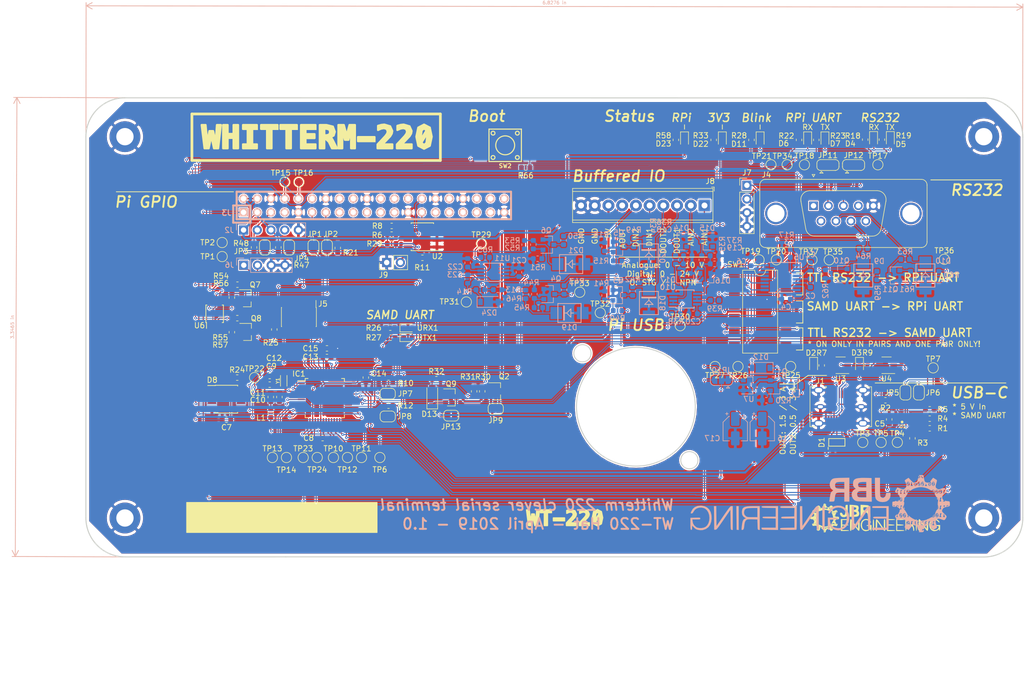
<source format=kicad_pcb>
(kicad_pcb (version 20171130) (host pcbnew "(5.1.0-0)")
  (title_block (title "WT-220 RPi Hat and Rear IO") (rev A) (company "JBR Engineering Research Ltd"))
  (layers (0 F.Cu signal) (31 B.Cu signal) (34 B.Paste user) (35 F.Paste user) (36 B.SilkS user) (37 F.SilkS user) (38 B.Mask user) (39 F.Mask user) (44 Edge.Cuts user))
  (net 0 "")
  (net 1 GND)
  (net 2 /ID_SD_EEPROM)
  (net 3 /ID_SC_EEPROM)
  (net 4 "Net-(J9-Pad2)")
  (net 5 "Net-(C1-Pad2)")
  (net 6 "Net-(C1-Pad1)")
  (net 7 "Net-(C2-Pad1)")
  (net 8 "Net-(C2-Pad2)")
  (net 9 "Net-(C3-Pad2)")
  (net 10 "Net-(C4-Pad2)")
  (net 11 VCC)
  (net 12 "Net-(C7-Pad1)")
  (net 13 "Net-(C9-Pad1)")
  (net 14 "Net-(C10-Pad1)")
  (net 15 "Net-(C12-Pad1)")
  (net 16 "Net-(C13-Pad1)")
  (net 17 +5V)
  (net 18 "Net-(C18-Pad1)")
  (net 19 "Net-(C19-Pad1)")
  (net 20 /D-)
  (net 21 /D+)
  (net 22 VBUS)
  (net 23 "Net-(D2-Pad1)")
  (net 24 "Net-(D3-Pad1)")
  (net 25 "Net-(D4-Pad1)")
  (net 26 "Net-(D5-Pad1)")
  (net 27 "Net-(D6-Pad1)")
  (net 28 "Net-(D7-Pad1)")
  (net 29 "Net-(D11-Pad1)")
  (net 30 "Net-(D12-Pad2)")
  (net 31 /buffers/AIN_I1)
  (net 32 /buffers/AIN_I2)
  (net 33 /buffers/DOUT_O1)
  (net 34 "Net-(D19-Pad1)")
  (net 35 /buffers/DOUT_O2)
  (net 36 "Net-(D21-Pad1)")
  (net 37 /EXT_5VO)
  (net 38 /buffers/AOUT_O1)
  (net 39 /microcontroller/A1)
  (net 40 /microcontroller/A2)
  (net 41 /microcontroller/D8)
  (net 42 /microcontroller/D9)
  (net 43 /~PI_EN)
  (net 44 /SAMD_TXD)
  (net 45 /SAMD_RXD)
  (net 46 /USBC_INT)
  (net 47 /USBC_ID)
  (net 48 /microcontroller/D13)
  (net 49 /microcontroller/D6)
  (net 50 /microcontroller/D7)
  (net 51 /microcontroller/SDA)
  (net 52 /microcontroller/SCL)
  (net 53 /microcontroller/TX_LED)
  (net 54 /microcontroller/NRST)
  (net 55 /microcontroller/SWDCLK)
  (net 56 /microcontroller/SWDIO)
  (net 57 /microcontroller/RX_LED)
  (net 58 "Net-(J1-PadA5)")
  (net 59 "Net-(J1-PadB5)")
  (net 60 /PI_5V)
  (net 61 /PI_SDA)
  (net 62 /PI_SCL)
  (net 63 /PI_TXD)
  (net 64 /PI_RXD)
  (net 65 "Net-(J3-Pad11)")
  (net 66 "Net-(J3-Pad13)")
  (net 67 /RS232-UART/RXD_LEDC)
  (net 68 /RS232-UART/TXD_LEDC)
  (net 69 /RS232-UART/RS232_TX)
  (net 70 /RS232-UART/RS232_RX)
  (net 71 /~RS232_EN)
  (net 72 /~RPI_EN_ACT)
  (net 73 /USBC_SCL)
  (net 74 /USBC_SDA)
  (net 75 "Net-(JP5-Pad1)")
  (net 76 "Net-(JP6-Pad1)")
  (net 77 "Net-(L2-Pad1)")
  (net 78 "Net-(Q2-Pad1)")
  (net 79 "Net-(Q3-Pad1)")
  (net 80 "Net-(Q3-Pad3)")
  (net 81 "Net-(Q4-Pad1)")
  (net 82 "Net-(Q4-Pad3)")
  (net 83 "Net-(Q5-Pad1)")
  (net 84 "Net-(Q5-Pad3)")
  (net 85 "Net-(Q6-Pad3)")
  (net 86 "Net-(Q6-Pad1)")
  (net 87 "Net-(Q7-Pad1)")
  (net 88 "Net-(Q8-Pad1)")
  (net 89 "Net-(R1-Pad1)")
  (net 90 "Net-(R3-Pad2)")
  (net 91 "Net-(R4-Pad2)")
  (net 92 /RS232-UART/TTL_RX)
  (net 93 /RS232-UART/TTL_TX)
  (net 94 "Net-(R22-Pad1)")
  (net 95 "Net-(R23-Pad2)")
  (net 96 "Net-(C17-Pad1)")
  (net 97 /microcontroller/A0_DAC)
  (net 98 /microcontroller/A3)
  (net 99 /microcontroller/A4)
  (net 100 /microcontroller/MOSI)
  (net 101 /microcontroller/SCK)
  (net 102 /microcontroller/MISO)
  (net 103 /buffers/DIN_O1)
  (net 104 /buffers/DIN_O2)
  (net 105 "Net-(R26-Pad2)")
  (net 106 "Net-(R27-Pad2)")
  (net 107 "Net-(R38-Pad2)")
  (net 108 /PI_3V3)
  (net 109 "Net-(J4-Pad2)")
  (net 110 "Net-(J4-Pad3)")
  (net 111 "Net-(R7-Pad1)")
  (net 112 "Net-(R9-Pad1)")
  (net 113 "Net-(R39-Pad2)")
  (net 114 "Net-(C22-Pad1)")
  (net 115 "Net-(C23-Pad2)")
  (net 116 "Net-(D9-Pad1)")
  (net 117 /RS232-UART/RS232_RTS)
  (net 118 /U_CTS)
  (net 119 /U_RTS)
  (net 120 /RS232-UART/RS232_CTS)
  (net 121 "Net-(Q10-Pad3)")
  (net 122 "Net-(Q11-Pad1)")
  (net 123 "Net-(Q11-Pad3)")
  (net 124 "Net-(D13-Pad2)")
  (net 125 "Net-(D22-Pad1)")
  (net 126 "Net-(D23-Pad1)")
  (net 127 "Net-(IC1-Pad22)")
  (net 128 /microcontroller/D11)
  (net 129 /microcontroller/D12)
  (net 130 "Net-(IC1-Pad37)")
  (net 131 "Net-(IC1-Pad38)")
  (net 132 /microcontroller/USB_H_EN)
  (net 133 "Net-(IC1-Pad47)")
  (net 134 "Net-(J1-PadA2)")
  (net 135 "Net-(J1-PadA3)")
  (net 136 "Net-(J1-PadA10)")
  (net 137 "Net-(J1-PadA8)")
  (net 138 "Net-(J1-PadA11)")
  (net 139 "Net-(J1-PadB2)")
  (net 140 "Net-(J1-PadB3)")
  (net 141 "Net-(J1-PadB8)")
  (net 142 "Net-(J1-PadB10)")
  (net 143 "Net-(J1-PadB11)")
  (net 144 "Net-(J2-Pad4)")
  (net 145 "Net-(J3-Pad7)")
  (net 146 "Net-(J3-Pad12)")
  (net 147 "Net-(J3-Pad15)")
  (net 148 "Net-(J3-Pad16)")
  (net 149 "Net-(J3-Pad17)")
  (net 150 "Net-(J3-Pad18)")
  (net 151 /PI_MOSI)
  (net 152 /PI_MISO)
  (net 153 "Net-(J3-Pad22)")
  (net 154 /PI_SCLK)
  (net 155 /PI_CE0)
  (net 156 /PI_CE1)
  (net 157 "Net-(J3-Pad29)")
  (net 158 "Net-(J3-Pad31)")
  (net 159 "Net-(J3-Pad32)")
  (net 160 "Net-(J3-Pad33)")
  (net 161 "Net-(J3-Pad35)")
  (net 162 "Net-(J3-Pad36)")
  (net 163 "Net-(J3-Pad37)")
  (net 164 "Net-(J3-Pad38)")
  (net 165 "Net-(J3-Pad40)")
  (net 166 "Net-(J4-Pad1)")
  (net 167 "Net-(J4-Pad4)")
  (net 168 "Net-(J4-Pad6)")
  (net 169 "Net-(J4-Pad9)")
  (net 170 "Net-(J5-Pad6)")
  (net 171 "Net-(J5-Pad7)")
  (net 172 "Net-(J5-Pad8)")
  (net 173 "Net-(J5-Pad9)")
  (net 174 "Net-(U5-Pad10)")
  (net 175 "Net-(U11-Pad7)")
  (module KiCad/MountingHole.pretty:MountingHole_3.2mm_M3_ISO7380_Pad (layer F.Cu) (at 220.6 116.6)
    (fp_text reference REF** hide)
    (fp_text value MountingHole_3.2mm_M3_ISO7380_Pad hide)
    (pad 1 thru_hole circle (at 0 0) (size 5.7 5.7) (drill 3.2) (layers *.Cu *.Mask) (net 1 GND))
  )
  (module KiCad/MountingHole.pretty:MountingHole_3.2mm_M3_ISO7380_Pad (layer F.Cu) (at 220.6 46)
    (fp_text reference REF** hide)
    (fp_text value MountingHole_3.2mm_M3_ISO7380_Pad hide)
    (pad 1 thru_hole circle (at 0 0) (size 5.7 5.7) (drill 3.2) (layers *.Cu *.Mask) (net 1 GND))
  )
  (module KiCad/MountingHole.pretty:MountingHole_3.2mm_M3_ISO7380_Pad (layer F.Cu) (at 61.6 46)
    (fp_text reference REF** hide)
    (fp_text value MountingHole_3.2mm_M3_ISO7380_Pad hide)
    (pad 1 thru_hole circle (at 0 0) (size 5.7 5.7) (drill 3.2) (layers *.Cu *.Mask) (net 1 GND))
  )
  (module KiCad/MountingHole.pretty:MountingHole_3.2mm_M3_ISO7380_Pad (layer F.Cu) (at 61.6 116.6)
    (fp_text reference REF** hide)
    (fp_text value MountingHole_3.2mm_M3_ISO7380_Pad hide)
    (pad 1 thru_hole circle (at 0 0) (size 5.7 5.7) (drill 3.2) (layers *.Cu *.Mask) (net 1 GND))
  )
  (module tunaf1sh/JBR-logos.pretty:whitterm220-fullname (layer F.Cu) (at 97.1 46)
    (fp_text reference svg2mod hide)
    (fp_text value G*** hide)
  )
  (module tunaf1sh/JBR-logos.pretty:whitterm220-wt220 (layer F.Cu) (at 143 116.55)
    (fp_text reference svg2mod hide)
    (fp_text value G*** hide)
  )
  (module tunaf1sh/JBR-logos.pretty:jbr_logo_24 (layer F.Cu) (at 200.5 116.55)
    (fp_text reference G*** hide)
    (fp_text value LOGO hide)
  )
  (module tunaf1sh/JBR-logos.pretty:jbr_logo_48 (layer B.Cu) (at 190.3 113.9 180)
    (fp_text reference G*** hide)
    (fp_text value LOGO hide)
  )
  (module greatscottgadgets/gsg-kicad-lib/gsg-modules.pretty:HEADER-2x20-REVERSE (layer B.Cu) (at 107.68 58.74)
    (fp_text reference J3 (at -27.28 1.36) (layer B.SilkS) (effects (font (size 1.016 1.016) (thickness 0.2032)) (justify mirror)))
    (fp_text value 40HAT hide)
    (pad 1 thru_hole rect (at -24.13 1.27) (size 1.524 1.524) (drill 1.016) (layers *.Cu *.Mask B.SilkS) (net 108 /PI_3V3))
    (pad 2 thru_hole circle (at -24.13 -1.27) (size 1.524 1.524) (drill 1.016) (layers *.Cu *.Mask B.SilkS) (net 60 /PI_5V))
    (pad 3 thru_hole circle (at -21.59 1.27) (size 1.524 1.524) (drill 1.016) (layers *.Cu *.Mask B.SilkS) (net 61 /PI_SDA))
    (pad 4 thru_hole circle (at -21.59 -1.27) (size 1.524 1.524) (drill 1.016) (layers *.Cu *.Mask B.SilkS) (net 60 /PI_5V))
    (pad 5 thru_hole circle (at -19.05 1.27) (size 1.524 1.524) (drill 1.016) (layers *.Cu *.Mask B.SilkS) (net 62 /PI_SCL))
    (pad 6 thru_hole circle (at -19.05 -1.27) (size 1.524 1.524) (drill 1.016) (layers *.Cu *.Mask B.SilkS) (net 1 GND))
    (pad 7 thru_hole circle (at -16.51 1.27) (size 1.524 1.524) (drill 1.016) (layers *.Cu *.Mask B.SilkS) (net 145 "Net-(J3-Pad7)"))
    (pad 8 thru_hole circle (at -16.51 -1.27) (size 1.524 1.524) (drill 1.016) (layers *.Cu *.Mask B.SilkS) (net 63 /PI_TXD))
    (pad 9 thru_hole circle (at -13.97 1.27) (size 1.524 1.524) (drill 1.016) (layers *.Cu *.Mask B.SilkS) (net 1 GND))
    (pad 10 thru_hole circle (at -13.97 -1.27) (size 1.524 1.524) (drill 1.016) (layers *.Cu *.Mask B.SilkS) (net 64 /PI_RXD))
    (pad 11 thru_hole circle (at -11.43 1.27) (size 1.524 1.524) (drill 1.016) (layers *.Cu *.Mask B.SilkS) (net 65 "Net-(J3-Pad11)"))
    (pad 12 thru_hole circle (at -11.43 -1.27) (size 1.524 1.524) (drill 1.016) (layers *.Cu *.Mask B.SilkS) (net 146 "Net-(J3-Pad12)"))
    (pad 13 thru_hole circle (at -8.89 1.27) (size 1.524 1.524) (drill 1.016) (layers *.Cu *.Mask B.SilkS) (net 66 "Net-(J3-Pad13)"))
    (pad 14 thru_hole circle (at -8.89 -1.27) (size 1.524 1.524) (drill 1.016) (layers *.Cu *.Mask B.SilkS) (net 1 GND))
    (pad 15 thru_hole circle (at -6.35 1.27) (size 1.524 1.524) (drill 1.016) (layers *.Cu *.Mask B.SilkS) (net 147 "Net-(J3-Pad15)"))
    (pad 16 thru_hole circle (at -6.35 -1.27) (size 1.524 1.524) (drill 1.016) (layers *.Cu *.Mask B.SilkS) (net 148 "Net-(J3-Pad16)"))
    (pad 17 thru_hole circle (at -3.81 1.27) (size 1.524 1.524) (drill 1.016) (layers *.Cu *.Mask B.SilkS) (net 149 "Net-(J3-Pad17)"))
    (pad 18 thru_hole circle (at -3.81 -1.27) (size 1.524 1.524) (drill 1.016) (layers *.Cu *.Mask B.SilkS) (net 150 "Net-(J3-Pad18)"))
    (pad 19 thru_hole circle (at -1.27 1.27) (size 1.524 1.524) (drill 1.016) (layers *.Cu *.Mask B.SilkS) (net 151 /PI_MOSI))
    (pad 20 thru_hole circle (at -1.27 -1.27) (size 1.524 1.524) (drill 1.016) (layers *.Cu *.Mask B.SilkS) (net 1 GND))
    (pad 21 thru_hole circle (at 1.27 1.27) (size 1.524 1.524) (drill 1.016) (layers *.Cu *.Mask B.SilkS) (net 152 /PI_MISO))
    (pad 22 thru_hole circle (at 1.27 -1.27) (size 1.524 1.524) (drill 1.016) (layers *.Cu *.Mask B.SilkS) (net 153 "Net-(J3-Pad22)"))
    (pad 23 thru_hole circle (at 3.81 1.27) (size 1.524 1.524) (drill 1.016) (layers *.Cu *.Mask B.SilkS) (net 154 /PI_SCLK))
    (pad 24 thru_hole circle (at 3.81 -1.27) (size 1.524 1.524) (drill 1.016) (layers *.Cu *.Mask B.SilkS) (net 155 /PI_CE0))
    (pad 25 thru_hole circle (at 6.35 1.27) (size 1.524 1.524) (drill 1.016) (layers *.Cu *.Mask B.SilkS) (net 1 GND))
    (pad 26 thru_hole circle (at 6.35 -1.27) (size 1.524 1.524) (drill 1.016) (layers *.Cu *.Mask B.SilkS) (net 156 /PI_CE1))
    (pad 27 thru_hole circle (at 8.89 1.27) (size 1.524 1.524) (drill 1.016) (layers *.Cu *.Mask B.SilkS) (net 2 /ID_SD_EEPROM))
    (pad 28 thru_hole circle (at 8.89 -1.27) (size 1.524 1.524) (drill 1.016) (layers *.Cu *.Mask B.SilkS) (net 3 /ID_SC_EEPROM))
    (pad 29 thru_hole circle (at 11.43 1.27) (size 1.524 1.524) (drill 1.016) (layers *.Cu *.Mask B.SilkS) (net 157 "Net-(J3-Pad29)"))
    (pad 30 thru_hole circle (at 11.43 -1.27) (size 1.524 1.524) (drill 1.016) (layers *.Cu *.Mask B.SilkS) (net 1 GND))
    (pad 31 thru_hole circle (at 13.97 1.27) (size 1.524 1.524) (drill 1.016) (layers *.Cu *.Mask B.SilkS) (net 158 "Net-(J3-Pad31)"))
    (pad 32 thru_hole circle (at 13.97 -1.27) (size 1.524 1.524) (drill 1.016) (layers *.Cu *.Mask B.SilkS) (net 159 "Net-(J3-Pad32)"))
    (pad 33 thru_hole circle (at 16.51 1.27) (size 1.524 1.524) (drill 1.016) (layers *.Cu *.Mask B.SilkS) (net 160 "Net-(J3-Pad33)"))
    (pad 34 thru_hole circle (at 16.51 -1.27) (size 1.524 1.524) (drill 1.016) (layers *.Cu *.Mask B.SilkS) (net 1 GND))
    (pad 35 thru_hole circle (at 19.05 1.27) (size 1.524 1.524) (drill 1.016) (layers *.Cu *.Mask B.SilkS) (net 161 "Net-(J3-Pad35)"))
    (pad 36 thru_hole circle (at 19.05 -1.27) (size 1.524 1.524) (drill 1.016) (layers *.Cu *.Mask B.SilkS) (net 162 "Net-(J3-Pad36)"))
    (pad 37 thru_hole circle (at 21.59 1.27) (size 1.524 1.524) (drill 1.016) (layers *.Cu *.Mask B.SilkS) (net 163 "Net-(J3-Pad37)"))
    (pad 38 thru_hole circle (at 21.59 -1.27) (size 1.524 1.524) (drill 1.016) (layers *.Cu *.Mask B.SilkS) (net 164 "Net-(J3-Pad38)"))
    (pad 39 thru_hole circle (at 24.13 1.27) (size 1.524 1.524) (drill 1.016) (layers *.Cu *.Mask B.SilkS) (net 1 GND))
    (pad 40 thru_hole circle (at 24.13 -1.27) (size 1.524 1.524) (drill 1.016) (layers *.Cu *.Mask B.SilkS) (net 165 "Net-(J3-Pad40)"))
  )
  (module KiCad/Capacitor_SMD.pretty:C_0603_1608Metric (layer F.Cu) (at 98.2 101.8)
    (fp_text reference C8 (at -2.6 0) (layer F.SilkS))
    (fp_text value 0.1uF)
    (pad 1 smd roundrect (at -0.7875 0) (size 0.875 0.95) (layers F.Cu F.Paste F.Mask) (net 11 VCC))
    (pad 2 smd roundrect (at 0.7875 0) (size 0.875 0.95) (layers F.Cu F.Paste F.Mask) (net 1 GND))
  )
  (module KiCad/Package_SO.pretty:TSSOP-8_3x3mm_P0.65mm (layer F.Cu) (at 78.2 78.8 90)
    (fp_text reference U6 (at -2.15 -2.8 180) (layer F.SilkS))
    (fp_text value 74LVC2G02)
    (pad 1 smd rect (at -2.15 -0.975 90) (size 1.1 0.4) (layers F.Cu F.Paste F.Mask) (net 64 /PI_RXD))
    (pad 2 smd rect (at -2.15 -0.325 90) (size 1.1 0.4) (layers F.Cu F.Paste F.Mask) (net 72 /~RPI_EN_ACT))
    (pad 3 smd rect (at -2.15 0.325 90) (size 1.1 0.4) (layers F.Cu F.Paste F.Mask) (net 95 "Net-(R23-Pad2)"))
    (pad 4 smd rect (at -2.15 0.975 90) (size 1.1 0.4) (layers F.Cu F.Paste F.Mask) (net 1 GND))
    (pad 5 smd rect (at 2.15 0.975 90) (size 1.1 0.4) (layers F.Cu F.Paste F.Mask) (net 63 /PI_TXD))
    (pad 6 smd rect (at 2.15 0.325 90) (size 1.1 0.4) (layers F.Cu F.Paste F.Mask) (net 72 /~RPI_EN_ACT))
    (pad 7 smd rect (at 2.15 -0.325 90) (size 1.1 0.4) (layers F.Cu F.Paste F.Mask) (net 94 "Net-(R22-Pad1)"))
    (pad 8 smd rect (at 2.15 -0.975 90) (size 1.1 0.4) (layers F.Cu F.Paste F.Mask) (net 11 VCC))
  )
  (module KiCad/Connector_Dsub.pretty:DSUB-9_Male_Vertical_P2.77x2.84mm_MountingHoles (layer F.Cu) (at 189.08 58.79)
    (fp_text reference J4 (at -8.73 -5.74) (layer F.SilkS))
    (fp_text value DB9_Male)
    (pad 1 thru_hole rect (at 0 0) (size 1.6 1.6) (drill 1) (layers *.Cu *.Mask) (net 166 "Net-(J4-Pad1)"))
    (pad 2 thru_hole circle (at 2.77 0) (size 1.6 1.6) (drill 1) (layers *.Cu *.Mask) (net 109 "Net-(J4-Pad2)"))
    (pad 3 thru_hole circle (at 5.54 0) (size 1.6 1.6) (drill 1) (layers *.Cu *.Mask) (net 110 "Net-(J4-Pad3)"))
    (pad 4 thru_hole circle (at 8.31 0) (size 1.6 1.6) (drill 1) (layers *.Cu *.Mask) (net 167 "Net-(J4-Pad4)"))
    (pad 5 thru_hole circle (at 11.08 0) (size 1.6 1.6) (drill 1) (layers *.Cu *.Mask) (net 1 GND))
    (pad 6 thru_hole circle (at 1.385 2.84) (size 1.6 1.6) (drill 1) (layers *.Cu *.Mask) (net 168 "Net-(J4-Pad6)"))
    (pad 7 thru_hole circle (at 4.155 2.84) (size 1.6 1.6) (drill 1) (layers *.Cu *.Mask) (net 117 /RS232-UART/RS232_RTS))
    (pad 8 thru_hole circle (at 6.925 2.84) (size 1.6 1.6) (drill 1) (layers *.Cu *.Mask) (net 120 /RS232-UART/RS232_CTS))
    (pad 9 thru_hole circle (at 9.695 2.84) (size 1.6 1.6) (drill 1) (layers *.Cu *.Mask) (net 169 "Net-(J4-Pad9)"))
    (pad 0 thru_hole circle (at -6.96 1.42) (size 4 4) (drill 3.2) (layers *.Cu *.Mask))
    (pad 0 thru_hole circle (at 18.04 1.42) (size 4 4) (drill 3.2) (layers *.Cu *.Mask))
  )
  (module KiCad/Package_DIP.pretty:SMDIP-12_W9.53mm (layer F.Cu) (at 179.2 78.4)
    (fp_text reference SW1 (at -4.55 -8.75) (layer F.SilkS))
    (fp_text value SW_DIP_x06)
    (pad 12 smd rect (at 4.765 -6.35) (size 2 1.78) (layers F.Cu F.Paste F.Mask) (net 64 /PI_RXD))
    (pad 6 smd rect (at -4.765 6.35) (size 2 1.78) (layers F.Cu F.Paste F.Mask) (net 93 /RS232-UART/TTL_TX))
    (pad 11 smd rect (at 4.765 -3.81) (size 2 1.78) (layers F.Cu F.Paste F.Mask) (net 63 /PI_TXD))
    (pad 5 smd rect (at -4.765 3.81) (size 2 1.78) (layers F.Cu F.Paste F.Mask) (net 92 /RS232-UART/TTL_RX))
    (pad 10 smd rect (at 4.765 -1.27) (size 2 1.78) (layers F.Cu F.Paste F.Mask) (net 64 /PI_RXD))
    (pad 4 smd rect (at -4.765 1.27) (size 2 1.78) (layers F.Cu F.Paste F.Mask) (net 45 /SAMD_RXD))
    (pad 9 smd rect (at 4.765 1.27) (size 2 1.78) (layers F.Cu F.Paste F.Mask) (net 63 /PI_TXD))
    (pad 3 smd rect (at -4.765 -1.27) (size 2 1.78) (layers F.Cu F.Paste F.Mask) (net 44 /SAMD_TXD))
    (pad 8 smd rect (at 4.765 3.81) (size 2 1.78) (layers F.Cu F.Paste F.Mask) (net 45 /SAMD_RXD))
    (pad 2 smd rect (at -4.765 -3.81) (size 2 1.78) (layers F.Cu F.Paste F.Mask) (net 93 /RS232-UART/TTL_TX))
    (pad 7 smd rect (at 4.765 6.35) (size 2 1.78) (layers F.Cu F.Paste F.Mask) (net 44 /SAMD_TXD))
    (pad 1 smd rect (at -4.765 -6.35) (size 2 1.78) (layers F.Cu F.Paste F.Mask) (net 92 /RS232-UART/TTL_RX))
  )
  (module KiCad/Package_TO_SOT_SMD.pretty:SOT-23 (layer B.Cu) (at 177.1 92.05)
    (fp_text reference U7 (at 0 2.55) (layer B.SilkS) (effects (justify mirror)))
    (fp_text value MCP1703A-3302_SOT23)
    (pad 3 smd rect (at 1 0) (size 0.9 0.8) (layers B.Cu B.Paste B.Mask) (net 17 +5V))
    (pad 2 smd rect (at -1 -0.95) (size 0.9 0.8) (layers B.Cu B.Paste B.Mask) (net 96 "Net-(C17-Pad1)"))
    (pad 1 smd rect (at -1 0.95) (size 0.9 0.8) (layers B.Cu B.Paste B.Mask) (net 1 GND))
  )
  (module KiCad/Package_TO_SOT_SMD.pretty:SOT-23 (layer B.Cu) (at 182.1 92.05)
    (fp_text reference Q1 (at 1.15 -2.55) (layer B.SilkS) (effects (justify mirror)))
    (fp_text value IRLML6402PBF)
    (pad 3 smd rect (at 1 0) (size 0.9 0.8) (layers B.Cu B.Paste B.Mask) (net 77 "Net-(L2-Pad1)"))
    (pad 2 smd rect (at -1 -0.95) (size 0.9 0.8) (layers B.Cu B.Paste B.Mask) (net 17 +5V))
    (pad 1 smd rect (at -1 0.95) (size 0.9 0.8) (layers B.Cu B.Paste B.Mask) (net 30 "Net-(D12-Pad2)"))
  )
  (module KiCad/Diode_SMD.pretty:D_SOD-123 (layer B.Cu) (at 179.35 88.8 180)
    (fp_text reference D12 (at 0 2 180) (layer B.SilkS) (effects (justify mirror)))
    (fp_text value MMSZ16T1G)
    (pad 1 smd rect (at -1.65 0 180) (size 0.9 1.2) (layers B.Cu B.Paste B.Mask) (net 17 +5V))
    (pad 2 smd rect (at 1.65 0 180) (size 0.9 1.2) (layers B.Cu B.Paste B.Mask) (net 30 "Net-(D12-Pad2)"))
  )
  (module Connector_PinHeader_2.54mm:PinHeader_1x02_P2.54mm_Vertical (layer F.Cu) (at 110.06 69.3 90)
    (fp_text reference J9 (at -2.295 -0.595 180) (layer F.SilkS))
    (fp_text value CONN_01X02)
    (pad 1 thru_hole rect (at 0 0 90) (size 1.7 1.7) (drill 1) (layers *.Cu *.Mask) (net 1 GND))
    (pad 2 thru_hole oval (at 0 2.54 90) (size 1.7 1.7) (drill 1) (layers *.Cu *.Mask) (net 4 "Net-(J9-Pad2)"))
  )
  (module KiCad/Resistor_SMD.pretty:R_0603_1608Metric (layer F.Cu) (at 110.97 64.13 180)
    (fp_text reference R6 (at 2.67 -0.095 180) (layer F.SilkS))
    (fp_text value 3.9K)
    (pad 2 smd roundrect (at 0.7875 0 180) (size 0.875 0.95) (layers F.Cu F.Paste F.Mask) (net 11 VCC))
    (pad 1 smd roundrect (at -0.7875 0 180) (size 0.875 0.95) (layers F.Cu F.Paste F.Mask) (net 3 /ID_SC_EEPROM))
  )
  (module KiCad/Resistor_SMD.pretty:R_0603_1608Metric (layer F.Cu) (at 110.9875 62.53 180)
    (fp_text reference R8 (at 2.6625 0.005 180) (layer F.SilkS))
    (fp_text value 3.9K)
    (pad 1 smd roundrect (at -0.7875 0 180) (size 0.875 0.95) (layers F.Cu F.Paste F.Mask) (net 2 /ID_SD_EEPROM))
    (pad 2 smd roundrect (at 0.7875 0 180) (size 0.875 0.95) (layers F.Cu F.Paste F.Mask) (net 11 VCC))
  )
  (module KiCad/Resistor_SMD.pretty:R_0603_1608Metric (layer F.Cu) (at 116.67 68.43)
    (fp_text reference R11 (at -0.02 1.795) (layer F.SilkS))
    (fp_text value DNP)
    (pad 1 smd roundrect (at -0.7875 0) (size 0.875 0.95) (layers F.Cu F.Paste F.Mask) (net 4 "Net-(J9-Pad2)"))
    (pad 2 smd roundrect (at 0.7875 0) (size 0.875 0.95) (layers F.Cu F.Paste F.Mask) (net 1 GND))
  )
  (module KiCad/Resistor_SMD.pretty:R_0603_1608Metric (layer F.Cu) (at 110.97 65.8 180)
    (fp_text reference R29 (at 3.17 -0.025 180) (layer F.SilkS))
    (fp_text value 10K)
    (pad 2 smd roundrect (at 0.7875 0 180) (size 0.875 0.95) (layers F.Cu F.Paste F.Mask) (net 11 VCC))
    (pad 1 smd roundrect (at -0.7875 0 180) (size 0.875 0.95) (layers F.Cu F.Paste F.Mask) (net 4 "Net-(J9-Pad2)"))
  )
  (module KiCad/Package_SO.pretty:SOIC-8_3.9x4.9mm_P1.27mm (layer F.Cu) (at 116.67 64.53 180)
    (fp_text reference U2 (at -2.78 -3.62 180) (layer F.SilkS))
    (fp_text value CAT24C32)
    (pad 1 smd rect (at -2.7 -1.905 180) (size 1.55 0.6) (layers F.Cu F.Paste F.Mask) (net 1 GND))
    (pad 2 smd rect (at -2.7 -0.635 180) (size 1.55 0.6) (layers F.Cu F.Paste F.Mask) (net 1 GND))
    (pad 3 smd rect (at -2.7 0.635 180) (size 1.55 0.6) (layers F.Cu F.Paste F.Mask) (net 1 GND))
    (pad 4 smd rect (at -2.7 1.905 180) (size 1.55 0.6) (layers F.Cu F.Paste F.Mask) (net 1 GND))
    (pad 5 smd rect (at 2.7 1.905 180) (size 1.55 0.6) (layers F.Cu F.Paste F.Mask) (net 2 /ID_SD_EEPROM))
    (pad 6 smd rect (at 2.7 0.635 180) (size 1.55 0.6) (layers F.Cu F.Paste F.Mask) (net 3 /ID_SC_EEPROM))
    (pad 7 smd rect (at 2.7 -0.635 180) (size 1.55 0.6) (layers F.Cu F.Paste F.Mask) (net 4 "Net-(J9-Pad2)"))
    (pad 8 smd rect (at 2.7 -1.905 180) (size 1.55 0.6) (layers F.Cu F.Paste F.Mask) (net 11 VCC))
  )
  (module KiCad/Capacitor_SMD.pretty:C_0603_1608Metric (layer B.Cu) (at 188.5 70.1 270)
    (fp_text reference C1 (at -2.3 0) (layer B.SilkS) (effects (justify mirror)))
    (fp_text value 47nF)
    (pad 1 smd roundrect (at -0.7875 0 270) (size 0.875 0.95) (layers B.Cu B.Paste B.Mask) (net 6 "Net-(C1-Pad1)"))
    (pad 2 smd roundrect (at 0.7875 0 270) (size 0.875 0.95) (layers B.Cu B.Paste B.Mask) (net 5 "Net-(C1-Pad2)"))
  )
  (module KiCad/Capacitor_SMD.pretty:C_0603_1608Metric (layer B.Cu) (at 188.5 73.1 270)
    (fp_text reference C2 (at 2.4 0) (layer B.SilkS) (effects (justify mirror)))
    (fp_text value 330nF)
    (pad 2 smd roundrect (at 0.7875 0 270) (size 0.875 0.95) (layers B.Cu B.Paste B.Mask) (net 8 "Net-(C2-Pad2)"))
    (pad 1 smd roundrect (at -0.7875 0 270) (size 0.875 0.95) (layers B.Cu B.Paste B.Mask) (net 7 "Net-(C2-Pad1)"))
  )
  (module KiCad/Capacitor_SMD.pretty:C_0603_1608Metric (layer B.Cu) (at 184 68.35)
    (fp_text reference C3 (at 0.6 -2.85) (layer B.SilkS) (effects (justify mirror)))
    (fp_text value 330nF)
    (pad 1 smd roundrect (at -0.7875 0) (size 0.875 0.95) (layers B.Cu B.Paste B.Mask) (net 1 GND))
    (pad 2 smd roundrect (at 0.7875 0) (size 0.875 0.95) (layers B.Cu B.Paste B.Mask) (net 9 "Net-(C3-Pad2)"))
  )
  (module KiCad/Capacitor_SMD.pretty:C_0603_1608Metric (layer B.Cu) (at 184 76.1)
    (fp_text reference C4 (at 0 1.43) (layer B.SilkS) (effects (justify mirror)))
    (fp_text value 330nF)
    (pad 2 smd roundrect (at 0.7875 0) (size 0.875 0.95) (layers B.Cu B.Paste B.Mask) (net 10 "Net-(C4-Pad2)"))
    (pad 1 smd roundrect (at -0.7875 0) (size 0.875 0.95) (layers B.Cu B.Paste B.Mask) (net 1 GND))
  )
  (module KiCad/Capacitor_SMD.pretty:C_0603_1608Metric (layer F.Cu) (at 203.1 98.35 270)
    (fp_text reference C5 (at 0.8 1.75) (layer F.SilkS))
    (fp_text value 100nF)
    (pad 2 smd roundrect (at 0.7875 0 270) (size 0.875 0.95) (layers F.Cu F.Paste F.Mask) (net 11 VCC))
    (pad 1 smd roundrect (at -0.7875 0 270) (size 0.875 0.95) (layers F.Cu F.Paste F.Mask) (net 1 GND))
  )
  (module KiCad/Capacitor_SMD.pretty:C_0603_1608Metric (layer B.Cu) (at 177.5 69.1 270)
    (fp_text reference C6 (at 0 1.75) (layer B.SilkS) (effects (justify mirror)))
    (fp_text value 100nF)
    (pad 1 smd roundrect (at -0.7875 0 270) (size 0.875 0.95) (layers B.Cu B.Paste B.Mask) (net 1 GND))
    (pad 2 smd roundrect (at 0.7875 0 270) (size 0.875 0.95) (layers B.Cu B.Paste B.Mask) (net 11 VCC))
  )
  (module KiCad/Capacitor_SMD.pretty:C_0603_1608Metric (layer F.Cu) (at 80.4 98.4 180)
    (fp_text reference C7 (at 0 -1.43 180) (layer F.SilkS))
    (fp_text value 1uF)
    (pad 1 smd roundrect (at -0.7875 0 180) (size 0.875 0.95) (layers F.Cu F.Paste F.Mask) (net 12 "Net-(C7-Pad1)"))
    (pad 2 smd roundrect (at 0.7875 0 180) (size 0.875 0.95) (layers F.Cu F.Paste F.Mask) (net 1 GND))
  )
  (module KiCad/Capacitor_SMD.pretty:C_0603_1608Metric (layer F.Cu) (at 88.4 91.9 180)
    (fp_text reference C9 (at -0.3 3.4 180) (layer F.SilkS))
    (fp_text value 15pF)
    (pad 2 smd roundrect (at 0.7875 0 180) (size 0.875 0.95) (layers F.Cu F.Paste F.Mask) (net 1 GND))
    (pad 1 smd roundrect (at -0.7875 0 180) (size 0.875 0.95) (layers F.Cu F.Paste F.Mask) (net 13 "Net-(C9-Pad1)"))
  )
  (module KiCad/Capacitor_SMD.pretty:C_0603_1608Metric (layer F.Cu) (at 90.2 94.2 90)
    (fp_text reference C10 (at -0.55 -4 180) (layer F.SilkS))
    (fp_text value 0.1uF)
    (pad 2 smd roundrect (at 0.7875 0 90) (size 0.875 0.95) (layers F.Cu F.Paste F.Mask) (net 1 GND))
    (pad 1 smd roundrect (at -0.7875 0 90) (size 0.875 0.95) (layers F.Cu F.Paste F.Mask) (net 14 "Net-(C10-Pad1)"))
  )
  (module KiCad/Capacitor_SMD.pretty:C_0603_1608Metric (layer F.Cu) (at 88.6 94.2 90)
    (fp_text reference C11 (at 0.75 -2.4 180) (layer F.SilkS))
    (fp_text value 0.01uF)
    (pad 1 smd roundrect (at -0.7875 0 90) (size 0.875 0.95) (layers F.Cu F.Paste F.Mask) (net 14 "Net-(C10-Pad1)"))
    (pad 2 smd roundrect (at 0.7875 0 90) (size 0.875 0.95) (layers F.Cu F.Paste F.Mask) (net 1 GND))
  )
  (module KiCad/Capacitor_SMD.pretty:C_0603_1608Metric (layer F.Cu) (at 88.4 90.3 180)
    (fp_text reference C12 (at -0.8 3.3 180) (layer F.SilkS))
    (fp_text value 15pF)
    (pad 1 smd roundrect (at -0.7875 0 180) (size 0.875 0.95) (layers F.Cu F.Paste F.Mask) (net 15 "Net-(C12-Pad1)"))
    (pad 2 smd roundrect (at 0.7875 0 180) (size 0.875 0.95) (layers F.Cu F.Paste F.Mask) (net 1 GND))
  )
  (module KiCad/Capacitor_SMD.pretty:C_0603_1608Metric (layer F.Cu) (at 99 86.8)
    (fp_text reference C13 (at -3.05 0) (layer F.SilkS))
    (fp_text value 0.1uF)
    (pad 2 smd roundrect (at 0.7875 0) (size 0.875 0.95) (layers F.Cu F.Paste F.Mask) (net 1 GND))
    (pad 1 smd roundrect (at -0.7875 0) (size 0.875 0.95) (layers F.Cu F.Paste F.Mask) (net 16 "Net-(C13-Pad1)"))
  )
  (module KiCad/Capacitor_SMD.pretty:C_0603_1608Metric (layer F.Cu) (at 106.2 90.6 270)
    (fp_text reference C14 (at -0.75 -2.4) (layer F.SilkS))
    (fp_text value 0.1uF)
    (pad 1 smd roundrect (at -0.7875 0 270) (size 0.875 0.95) (layers F.Cu F.Paste F.Mask) (net 11 VCC))
    (pad 2 smd roundrect (at 0.7875 0 270) (size 0.875 0.95) (layers F.Cu F.Paste F.Mask) (net 1 GND))
  )
  (module KiCad/Capacitor_SMD.pretty:C_0603_1608Metric (layer F.Cu) (at 99 85.2)
    (fp_text reference C15 (at -3.05 0) (layer F.SilkS))
    (fp_text value 0.1uF)
    (pad 2 smd roundrect (at 0.7875 0) (size 0.875 0.95) (layers F.Cu F.Paste F.Mask) (net 1 GND))
    (pad 1 smd roundrect (at -0.7875 0) (size 0.875 0.95) (layers F.Cu F.Paste F.Mask) (net 11 VCC))
  )
  (module KiCad/Capacitor_SMD.pretty:CP_Elec_4x5.3 (layer B.Cu) (at 179.6 100.05 270)
    (fp_text reference C16 (at 1.8 -4.25) (layer B.SilkS) (effects (justify mirror)))
    (fp_text value 10uF)
    (pad 2 smd roundrect (at 1.8 0 270) (size 2.6 1.6) (layers B.Cu B.Paste B.Mask) (roundrect_rratio 0.15625) (net 1 GND))
    (pad 1 smd roundrect (at -1.8 0 270) (size 2.6 1.6) (layers B.Cu B.Paste B.Mask) (roundrect_rratio 0.15625) (net 17 +5V))
  )
  (module KiCad/Capacitor_SMD.pretty:CP_Elec_4x5.3 (layer B.Cu) (at 174.6 100.05 270)
    (fp_text reference C17 (at 1.8 4.25) (layer B.SilkS) (effects (justify mirror)))
    (fp_text value 10uF)
    (pad 1 smd roundrect (at -1.8 0 270) (size 2.6 1.6) (layers B.Cu B.Paste B.Mask) (roundrect_rratio 0.15625) (net 96 "Net-(C17-Pad1)"))
    (pad 2 smd roundrect (at 1.8 0 270) (size 2.6 1.6) (layers B.Cu B.Paste B.Mask) (roundrect_rratio 0.15625) (net 1 GND))
  )
  (module KiCad/Capacitor_SMD.pretty:C_0603_1608Metric (layer B.Cu) (at 165.8 69.55)
    (fp_text reference C18 (at -4.35 -6.35) (layer B.SilkS) (effects (justify mirror)))
    (fp_text value 100nF)
    (pad 2 smd roundrect (at 0.7875 0) (size 0.875 0.95) (layers B.Cu B.Paste B.Mask) (net 1 GND))
    (pad 1 smd roundrect (at -0.7875 0) (size 0.875 0.95) (layers B.Cu B.Paste B.Mask) (net 18 "Net-(C18-Pad1)"))
  )
  (module KiCad/Capacitor_SMD.pretty:C_0603_1608Metric (layer B.Cu) (at 170.75 69.55)
    (fp_text reference C19 (at 3.75 -3) (layer B.SilkS) (effects (justify mirror)))
    (fp_text value 100nF)
    (pad 1 smd roundrect (at -0.7875 0) (size 0.875 0.95) (layers B.Cu B.Paste B.Mask) (net 19 "Net-(C19-Pad1)"))
    (pad 2 smd roundrect (at 0.7875 0) (size 0.875 0.95) (layers B.Cu B.Paste B.Mask) (net 1 GND))
  )
  (module KiCad/Capacitor_SMD.pretty:C_0603_1608Metric (layer B.Cu) (at 166.8 78.8)
    (fp_text reference C20 (at 0 1.43) (layer B.SilkS) (effects (justify mirror)))
    (fp_text value 100nF)
    (pad 1 smd roundrect (at -0.7875 0) (size 0.875 0.95) (layers B.Cu B.Paste B.Mask) (net 1 GND))
    (pad 2 smd roundrect (at 0.7875 0) (size 0.875 0.95) (layers B.Cu B.Paste B.Mask) (net 11 VCC))
  )
  (module KiCad/Capacitor_SMD.pretty:C_0603_1608Metric (layer B.Cu) (at 134.55 71.1 270)
    (fp_text reference C21 (at -2.2 0) (layer B.SilkS) (effects (justify mirror)))
    (fp_text value 100nF)
    (pad 2 smd roundrect (at 0.7875 0 270) (size 0.875 0.95) (layers B.Cu B.Paste B.Mask) (net 11 VCC))
    (pad 1 smd roundrect (at -0.7875 0 270) (size 0.875 0.95) (layers B.Cu B.Paste B.Mask) (net 1 GND))
  )
  (module graycatlabs/GrayCatLabs.pretty:SOT143B (layer F.Cu) (at 193.4 102.6)
    (fp_text reference D1 (at -2.8 0 90) (layer F.SilkS))
    (fp_text value PRTR5V0U2X)
    (pad 1 smd rect (at -0.75 1) (size 1 0.7) (layers F.Cu F.Paste F.Mask) (net 1 GND))
    (pad 2 smd rect (at 0.95 1) (size 0.6 0.7) (layers F.Cu F.Paste F.Mask) (net 20 /D-))
    (pad 3 smd rect (at 0.95 -1) (size 0.6 0.7) (layers F.Cu F.Paste F.Mask) (net 21 /D+))
    (pad 4 smd rect (at -0.95 -1) (size 0.6 0.7) (layers F.Cu F.Paste F.Mask) (net 22 VBUS))
  )
  (module KiCad/LED_SMD.pretty:LED_0603_1608Metric (layer F.Cu) (at 189.1 88.35 270)
    (fp_text reference D2 (at -2.325 0.5) (layer F.SilkS))
    (fp_text value OUT2)
    (pad 1 smd roundrect (at -0.7875 0 270) (size 0.875 0.95) (layers F.Cu F.Paste F.Mask) (net 23 "Net-(D2-Pad1)"))
    (pad 2 smd roundrect (at 0.7875 0 270) (size 0.875 0.95) (layers F.Cu F.Paste F.Mask) (net 11 VCC))
  )
  (module KiCad/LED_SMD.pretty:LED_0603_1608Metric (layer F.Cu) (at 197.6 88.35 270)
    (fp_text reference D3 (at -2.35 0.55) (layer F.SilkS))
    (fp_text value OUT1)
    (pad 1 smd roundrect (at -0.7875 0 270) (size 0.875 0.95) (layers F.Cu F.Paste F.Mask) (net 24 "Net-(D3-Pad1)"))
    (pad 2 smd roundrect (at 0.7875 0 270) (size 0.875 0.95) (layers F.Cu F.Paste F.Mask) (net 11 VCC))
  )
  (module KiCad/LED_SMD.pretty:LED_0603_1608Metric (layer F.Cu) (at 200.2 46.55 270)
    (fp_text reference D4 (at 0.75 4.3) (layer F.SilkS))
    (fp_text value TLRX)
    (pad 2 smd roundrect (at 0.7875 0 270) (size 0.875 0.95) (layers F.Cu F.Paste F.Mask) (net 11 VCC))
    (pad 1 smd roundrect (at -0.7875 0 270) (size 0.875 0.95) (layers F.Cu F.Paste F.Mask) (net 25 "Net-(D4-Pad1)"))
  )
  (module KiCad/LED_SMD.pretty:LED_0603_1608Metric (layer F.Cu) (at 203.3 46.55 270)
    (fp_text reference D5 (at 0.85 -1.95) (layer F.SilkS))
    (fp_text value TLTX)
    (pad 1 smd roundrect (at -0.7875 0 270) (size 0.875 0.95) (layers F.Cu F.Paste F.Mask) (net 26 "Net-(D5-Pad1)"))
    (pad 2 smd roundrect (at 0.7875 0 270) (size 0.875 0.95) (layers F.Cu F.Paste F.Mask) (net 11 VCC))
  )
  (module KiCad/LED_SMD.pretty:LED_0603_1608Metric (layer F.Cu) (at 188 46.6 270)
    (fp_text reference D6 (at 0.65 4.45) (layer F.SilkS))
    (fp_text value RXD)
    (pad 1 smd roundrect (at -0.7875 0 270) (size 0.875 0.95) (layers F.Cu F.Paste F.Mask) (net 27 "Net-(D6-Pad1)"))
    (pad 2 smd roundrect (at 0.7875 0 270) (size 0.875 0.95) (layers F.Cu F.Paste F.Mask) (net 11 VCC))
  )
  (module KiCad/LED_SMD.pretty:LED_0603_1608Metric (layer F.Cu) (at 191.2 46.6 270)
    (fp_text reference D7 (at 0.7 -1.9) (layer F.SilkS))
    (fp_text value RXD)
    (pad 2 smd roundrect (at 0.7875 0 270) (size 0.875 0.95) (layers F.Cu F.Paste F.Mask) (net 11 VCC))
    (pad 1 smd roundrect (at -0.7875 0 270) (size 0.875 0.95) (layers F.Cu F.Paste F.Mask) (net 28 "Net-(D7-Pad1)"))
  )
  (module KiCad/LED_SMD.pretty:LED_0603_1608Metric (layer F.Cu) (at 179.2 46.6 270)
    (fp_text reference D11 (at 0.75 3.9) (layer F.SilkS))
    (fp_text value D13)
    (pad 2 smd roundrect (at 0.7875 0 270) (size 0.875 0.95) (layers F.Cu F.Paste F.Mask) (net 11 VCC))
    (pad 1 smd roundrect (at -0.7875 0 270) (size 0.875 0.95) (layers F.Cu F.Paste F.Mask) (net 29 "Net-(D11-Pad1)"))
  )
  (module KiCad/LED_SMD.pretty:LED_0603_1608Metric (layer F.Cu) (at 172.2 46.6 270)
    (fp_text reference D22 (at 0.75 4) (layer F.SilkS))
    (fp_text value KP-2012MGC)
    (pad 1 smd roundrect (at -0.7875 0 270) (size 0.875 0.95) (layers F.Cu F.Paste F.Mask) (net 125 "Net-(D22-Pad1)"))
    (pad 2 smd roundrect (at 0.7875 0 270) (size 0.875 0.95) (layers F.Cu F.Paste F.Mask) (net 11 VCC))
  )
  (module KiCad/Diode_SMD.pretty:D_SOT-23_ANK (layer B.Cu) (at 164.6 65.4 180)
    (fp_text reference D14 (at 0 2.5 180) (layer B.SilkS) (effects (justify mirror)))
    (fp_text value BZX84Cxx)
    (pad 2 smd rect (at -1 0.95 180) (size 0.9 0.8) (layers B.Cu B.Paste B.Mask) (net 1 GND))
    (pad "" smd rect (at -1 -0.95 180) (size 0.9 0.8) (layers B.Cu B.Paste B.Mask))
    (pad 1 smd rect (at 1 0 180) (size 0.9 0.8) (layers B.Cu B.Paste B.Mask) (net 31 /buffers/AIN_I1))
  )
  (module KiCad/Diode_SMD.pretty:D_SOT-23_ANK (layer B.Cu) (at 169.4 65.4 180)
    (fp_text reference D15 (at 0 2.5 180) (layer B.SilkS) (effects (justify mirror)))
    (fp_text value BZX84Cxx)
    (pad 1 smd rect (at 1 0 180) (size 0.9 0.8) (layers B.Cu B.Paste B.Mask) (net 32 /buffers/AIN_I2))
    (pad "" smd rect (at -1 -0.95 180) (size 0.9 0.8) (layers B.Cu B.Paste B.Mask))
    (pad 2 smd rect (at -1 0.95 180) (size 0.9 0.8) (layers B.Cu B.Paste B.Mask) (net 1 GND))
  )
  (module liubenyuan/kicad-xeit/xeit.pretty:D_DO-214AA (layer B.Cu) (at 158.6 76.8 90)
    (fp_text reference D18 (at 0 2.54 90) (layer B.SilkS) (effects (justify mirror)))
    (fp_text value SMAJ30A-TR)
    (pad 1 smd rect (at 2.45 0 90) (size 2.16 2.26) (layers B.Cu B.Paste B.Mask) (net 33 /buffers/DOUT_O1))
    (pad 2 smd rect (at -2.45 0 90) (size 2.16 2.26) (layers B.Cu B.Paste B.Mask) (net 1 GND))
  )
  (module liubenyuan/kicad-xeit/xeit.pretty:D_DO-214AA (layer B.Cu) (at 143.9 78.65 180)
    (fp_text reference D19 (at 0 -2.65 180) (layer B.SilkS) (effects (justify mirror)))
    (fp_text value SMAJ30A-TR)
    (pad 2 smd rect (at -2.45 0 180) (size 2.16 2.26) (layers B.Cu B.Paste B.Mask) (net 1 GND))
    (pad 1 smd rect (at 2.45 0 180) (size 2.16 2.26) (layers B.Cu B.Paste B.Mask) (net 34 "Net-(D19-Pad1)"))
  )
  (module liubenyuan/kicad-xeit/xeit.pretty:D_DO-214AA (layer B.Cu) (at 158.6 68 90)
    (fp_text reference D20 (at 0 2.54 90) (layer B.SilkS) (effects (justify mirror)))
    (fp_text value SMAJ30A-TR)
    (pad 2 smd rect (at -2.45 0 90) (size 2.16 2.26) (layers B.Cu B.Paste B.Mask) (net 1 GND))
    (pad 1 smd rect (at 2.45 0 90) (size 2.16 2.26) (layers B.Cu B.Paste B.Mask) (net 35 /buffers/DOUT_O2))
  )
  (module liubenyuan/kicad-xeit/xeit.pretty:D_DO-214AA (layer B.Cu) (at 144.2 69.6 180)
    (fp_text reference D21 (at -0.9 2.55 180) (layer B.SilkS) (effects (justify mirror)))
    (fp_text value SMAJ30A-TR)
    (pad 1 smd rect (at 2.45 0 180) (size 2.16 2.26) (layers B.Cu B.Paste B.Mask) (net 36 "Net-(D21-Pad1)"))
    (pad 2 smd rect (at -2.45 0 180) (size 2.16 2.26) (layers B.Cu B.Paste B.Mask) (net 1 GND))
  )
  (module KiCad/Diode_SMD.pretty:D_SOD-123 (layer F.Cu) (at 118.5 94.15 90)
    (fp_text reference D13 (at -3.2 -0.55 180) (layer F.SilkS))
    (fp_text value MMSZ16T1G)
    (pad 2 smd rect (at 1.65 0 90) (size 0.9 1.2) (layers F.Cu F.Paste F.Mask) (net 124 "Net-(D13-Pad2)"))
    (pad 1 smd rect (at -1.65 0 90) (size 0.9 1.2) (layers F.Cu F.Paste F.Mask) (net 37 /EXT_5VO))
  )
  (module KiCad/Diode_SMD.pretty:D_SOD-123 (layer B.Cu) (at 129.05 76.6)
    (fp_text reference D24 (at 0 2) (layer B.SilkS) (effects (justify mirror)))
    (fp_text value SMAJ12A-TR)
    (pad 1 smd rect (at -1.65 0) (size 0.9 1.2) (layers B.Cu B.Paste B.Mask) (net 38 /buffers/AOUT_O1))
    (pad 2 smd rect (at 1.65 0) (size 0.9 1.2) (layers B.Cu B.Paste B.Mask) (net 1 GND))
  )
  (module KiCad/Package_QFP.pretty:TQFP-48_7x7mm_P0.5mm (layer F.Cu) (at 98.6 94.4)
    (fp_text reference IC1 (at -4.8 -4.5) (layer F.SilkS))
    (fp_text value SAMD21G18A)
    (pad 1 smd rect (at -4.35 -2.75) (size 1.3 0.25) (layers F.Cu F.Paste F.Mask) (net 15 "Net-(C12-Pad1)"))
    (pad 2 smd rect (at -4.35 -2.25) (size 1.3 0.25) (layers F.Cu F.Paste F.Mask) (net 13 "Net-(C9-Pad1)"))
    (pad 3 smd rect (at -4.35 -1.75) (size 1.3 0.25) (layers F.Cu F.Paste F.Mask) (net 97 /microcontroller/A0_DAC))
    (pad 4 smd rect (at -4.35 -1.25) (size 1.3 0.25) (layers F.Cu F.Paste F.Mask) (net 12 "Net-(C7-Pad1)"))
    (pad 5 smd rect (at -4.35 -0.75) (size 1.3 0.25) (layers F.Cu F.Paste F.Mask) (net 1 GND))
    (pad 6 smd rect (at -4.35 -0.25) (size 1.3 0.25) (layers F.Cu F.Paste F.Mask) (net 14 "Net-(C10-Pad1)"))
    (pad 7 smd rect (at -4.35 0.25) (size 1.3 0.25) (layers F.Cu F.Paste F.Mask) (net 39 /microcontroller/A1))
    (pad 8 smd rect (at -4.35 0.75) (size 1.3 0.25) (layers F.Cu F.Paste F.Mask) (net 40 /microcontroller/A2))
    (pad 9 smd rect (at -4.35 1.25) (size 1.3 0.25) (layers F.Cu F.Paste F.Mask) (net 98 /microcontroller/A3))
    (pad 10 smd rect (at -4.35 1.75) (size 1.3 0.25) (layers F.Cu F.Paste F.Mask) (net 99 /microcontroller/A4))
    (pad 11 smd rect (at -4.35 2.25) (size 1.3 0.25) (layers F.Cu F.Paste F.Mask) (net 41 /microcontroller/D8))
    (pad 12 smd rect (at -4.35 2.75) (size 1.3 0.25) (layers F.Cu F.Paste F.Mask) (net 42 /microcontroller/D9))
    (pad 13 smd rect (at -2.75 4.35 90) (size 1.3 0.25) (layers F.Cu F.Paste F.Mask) (net 118 /U_CTS))
    (pad 14 smd rect (at -2.25 4.35 90) (size 1.3 0.25) (layers F.Cu F.Paste F.Mask) (net 43 /~PI_EN))
    (pad 15 smd rect (at -1.75 4.35 90) (size 1.3 0.25) (layers F.Cu F.Paste F.Mask) (net 44 /SAMD_TXD))
    (pad 16 smd rect (at -1.25 4.35 90) (size 1.3 0.25) (layers F.Cu F.Paste F.Mask) (net 45 /SAMD_RXD))
    (pad 17 smd rect (at -0.75 4.35 90) (size 1.3 0.25) (layers F.Cu F.Paste F.Mask) (net 11 VCC))
    (pad 18 smd rect (at -0.25 4.35 90) (size 1.3 0.25) (layers F.Cu F.Paste F.Mask) (net 1 GND))
    (pad 19 smd rect (at 0.25 4.35 90) (size 1.3 0.25) (layers F.Cu F.Paste F.Mask) (net 100 /microcontroller/MOSI))
    (pad 20 smd rect (at 0.75 4.35 90) (size 1.3 0.25) (layers F.Cu F.Paste F.Mask) (net 101 /microcontroller/SCK))
    (pad 21 smd rect (at 1.25 4.35 90) (size 1.3 0.25) (layers F.Cu F.Paste F.Mask) (net 102 /microcontroller/MISO))
    (pad 22 smd rect (at 1.75 4.35 90) (size 1.3 0.25) (layers F.Cu F.Paste F.Mask) (net 127 "Net-(IC1-Pad22)"))
    (pad 23 smd rect (at 2.25 4.35 90) (size 1.3 0.25) (layers F.Cu F.Paste F.Mask) (net 46 /USBC_INT))
    (pad 24 smd rect (at 2.75 4.35 90) (size 1.3 0.25) (layers F.Cu F.Paste F.Mask) (net 47 /USBC_ID))
    (pad 25 smd rect (at 4.35 2.75) (size 1.3 0.25) (layers F.Cu F.Paste F.Mask) (net 128 /microcontroller/D11))
    (pad 26 smd rect (at 4.35 2.25) (size 1.3 0.25) (layers F.Cu F.Paste F.Mask) (net 48 /microcontroller/D13))
    (pad 27 smd rect (at 4.35 1.75) (size 1.3 0.25) (layers F.Cu F.Paste F.Mask) (net 119 /U_RTS))
    (pad 28 smd rect (at 4.35 1.25) (size 1.3 0.25) (layers F.Cu F.Paste F.Mask) (net 129 /microcontroller/D12))
    (pad 29 smd rect (at 4.35 0.75) (size 1.3 0.25) (layers F.Cu F.Paste F.Mask) (net 49 /microcontroller/D6))
    (pad 30 smd rect (at 4.35 0.25) (size 1.3 0.25) (layers F.Cu F.Paste F.Mask) (net 50 /microcontroller/D7))
    (pad 31 smd rect (at 4.35 -0.25) (size 1.3 0.25) (layers F.Cu F.Paste F.Mask) (net 51 /microcontroller/SDA))
    (pad 32 smd rect (at 4.35 -0.75) (size 1.3 0.25) (layers F.Cu F.Paste F.Mask) (net 52 /microcontroller/SCL))
    (pad 33 smd rect (at 4.35 -1.25) (size 1.3 0.25) (layers F.Cu F.Paste F.Mask) (net 20 /D-))
    (pad 34 smd rect (at 4.35 -1.75) (size 1.3 0.25) (layers F.Cu F.Paste F.Mask) (net 21 /D+))
    (pad 35 smd rect (at 4.35 -2.25) (size 1.3 0.25) (layers F.Cu F.Paste F.Mask) (net 1 GND))
    (pad 36 smd rect (at 4.35 -2.75) (size 1.3 0.25) (layers F.Cu F.Paste F.Mask) (net 11 VCC))
    (pad 37 smd rect (at 2.75 -4.35 90) (size 1.3 0.25) (layers F.Cu F.Paste F.Mask) (net 130 "Net-(IC1-Pad37)"))
    (pad 38 smd rect (at 2.25 -4.35 90) (size 1.3 0.25) (layers F.Cu F.Paste F.Mask) (net 131 "Net-(IC1-Pad38)"))
    (pad 39 smd rect (at 1.75 -4.35 90) (size 1.3 0.25) (layers F.Cu F.Paste F.Mask) (net 53 /microcontroller/TX_LED))
    (pad 40 smd rect (at 1.25 -4.35 90) (size 1.3 0.25) (layers F.Cu F.Paste F.Mask) (net 54 /microcontroller/NRST))
    (pad 41 smd rect (at 0.75 -4.35 90) (size 1.3 0.25) (layers F.Cu F.Paste F.Mask) (net 132 /microcontroller/USB_H_EN))
    (pad 42 smd rect (at 0.25 -4.35 90) (size 1.3 0.25) (layers F.Cu F.Paste F.Mask) (net 1 GND))
    (pad 43 smd rect (at -0.25 -4.35 90) (size 1.3 0.25) (layers F.Cu F.Paste F.Mask) (net 16 "Net-(C13-Pad1)"))
    (pad 44 smd rect (at -0.75 -4.35 90) (size 1.3 0.25) (layers F.Cu F.Paste F.Mask) (net 11 VCC))
    (pad 45 smd rect (at -1.25 -4.35 90) (size 1.3 0.25) (layers F.Cu F.Paste F.Mask) (net 55 /microcontroller/SWDCLK))
    (pad 46 smd rect (at -1.75 -4.35 90) (size 1.3 0.25) (layers F.Cu F.Paste F.Mask) (net 56 /microcontroller/SWDIO))
    (pad 47 smd rect (at -2.25 -4.35 90) (size 1.3 0.25) (layers F.Cu F.Paste F.Mask) (net 133 "Net-(IC1-Pad47)"))
    (pad 48 smd rect (at -2.75 -4.35 90) (size 1.3 0.25) (layers F.Cu F.Paste F.Mask) (net 57 /microcontroller/RX_LED))
  )
  (module KiCad/Connector_USB.pretty:USB_C_Receptacle_JAE_DX07S024WJ1R350 (layer F.Cu) (at 194.13 96)
    (fp_text reference J1 (at -3.78 -4.75) (layer F.SilkS))
    (fp_text value USB_C_Receptacle)
    (pad S1 thru_hole oval (at -4.1 -3.07 90) (size 1.2 1.7) (drill oval 0.8 1.3) (layers *.Cu *.Mask) (net 1 GND))
    (pad A1 smd rect (at -2.75 -2.3) (size 0.27 1.4) (layers F.Cu F.Paste F.Mask) (net 1 GND))
    (pad A2 smd rect (at -2.25 -2.3) (size 0.27 1.4) (layers F.Cu F.Paste F.Mask) (net 134 "Net-(J1-PadA2)"))
    (pad A3 smd rect (at -1.75 -2.3) (size 0.27 1.4) (layers F.Cu F.Paste F.Mask) (net 135 "Net-(J1-PadA3)"))
    (pad A4 smd rect (at -1.25 -2.3) (size 0.27 1.4) (layers F.Cu F.Paste F.Mask) (net 22 VBUS))
    (pad A5 smd rect (at -0.75 -2.3) (size 0.27 1.4) (layers F.Cu F.Paste F.Mask) (net 58 "Net-(J1-PadA5)"))
    (pad A6 smd rect (at -0.25 -2.3) (size 0.27 1.4) (layers F.Cu F.Paste F.Mask) (net 21 /D+))
    (pad A7 smd rect (at 0.25 -2.3) (size 0.27 1.4) (layers F.Cu F.Paste F.Mask) (net 20 /D-))
    (pad A12 smd rect (at 2.75 -2.3) (size 0.27 1.4) (layers F.Cu F.Paste F.Mask) (net 1 GND))
    (pad A10 smd rect (at 1.75 -2.3) (size 0.27 1.4) (layers F.Cu F.Paste F.Mask) (net 136 "Net-(J1-PadA10)"))
    (pad A9 smd rect (at 1.25 -2.3) (size 0.27 1.4) (layers F.Cu F.Paste F.Mask) (net 22 VBUS))
    (pad A8 smd rect (at 0.75 -2.3) (size 0.27 1.4) (layers F.Cu F.Paste F.Mask) (net 137 "Net-(J1-PadA8)"))
    (pad A11 smd rect (at 2.25 -2.3) (size 0.27 1.4) (layers F.Cu F.Paste F.Mask) (net 138 "Net-(J1-PadA11)"))
    (pad B1 smd rect (at 2.75 2.3) (size 0.27 1.4) (layers F.Cu F.Paste F.Mask) (net 1 GND))
    (pad "" np_thru_hole circle (at -3.5 -1.35) (size 0.6 0.6) (drill 0.6) (layers *.Cu *.Mask))
    (pad B2 smd rect (at 2.25 2.3) (size 0.27 1.4) (layers F.Cu F.Paste F.Mask) (net 139 "Net-(J1-PadB2)"))
    (pad B3 smd rect (at 1.75 2.3) (size 0.27 1.4) (layers F.Cu F.Paste F.Mask) (net 140 "Net-(J1-PadB3)"))
    (pad B4 smd rect (at 1.25 2.3) (size 0.27 1.4) (layers F.Cu F.Paste F.Mask) (net 22 VBUS))
    (pad B5 smd rect (at 0.75 2.3) (size 0.27 1.4) (layers F.Cu F.Paste F.Mask) (net 59 "Net-(J1-PadB5)"))
    (pad B6 smd rect (at 0.25 2.3) (size 0.27 1.4) (layers F.Cu F.Paste F.Mask) (net 21 /D+))
    (pad B7 smd rect (at -0.25 2.3) (size 0.27 1.4) (layers F.Cu F.Paste F.Mask) (net 20 /D-))
    (pad B8 smd rect (at -0.75 2.3) (size 0.27 1.4) (layers F.Cu F.Paste F.Mask) (net 141 "Net-(J1-PadB8)"))
    (pad B9 smd rect (at -1.25 2.3) (size 0.27 1.4) (layers F.Cu F.Paste F.Mask) (net 22 VBUS))
    (pad B10 smd rect (at -1.75 2.3) (size 0.27 1.4) (layers F.Cu F.Paste F.Mask) (net 142 "Net-(J1-PadB10)"))
    (pad B11 smd rect (at -2.25 2.3) (size 0.27 1.4) (layers F.Cu F.Paste F.Mask) (net 143 "Net-(J1-PadB11)"))
    (pad B12 smd rect (at -2.75 2.3) (size 0.27 1.4) (layers F.Cu F.Paste F.Mask) (net 1 GND))
    (pad S1 thru_hole oval (at -4.1 3.07 90) (size 1.2 1.7) (drill oval 0.8 1.3) (layers *.Cu *.Mask) (net 1 GND))
    (pad S1 thru_hole oval (at 4.1 -3.07 90) (size 1.2 1.7) (drill oval 0.8 1.3) (layers *.Cu *.Mask) (net 1 GND))
    (pad S1 thru_hole oval (at 4.1 3.07 90) (size 1.2 1.7) (drill oval 0.8 1.3) (layers *.Cu *.Mask) (net 1 GND))
    (pad "" np_thru_hole oval (at 3.5 -1.35) (size 0.85 0.6) (drill oval 0.85 0.6) (layers *.Cu *.Mask))
    (pad S1 thru_hole oval (at -3.775 0 90) (size 0.95 1.35) (drill oval 0.55 0.95) (layers *.Cu *.Mask) (net 1 GND))
    (pad S1 thru_hole oval (at 3.775 0 90) (size 0.95 1.35) (drill oval 0.55 0.95) (layers *.Cu *.Mask) (net 1 GND))
  )
  (module KiCad/Connector_PinHeader_2.54mm.pretty:PinHeader_1x05_P2.54mm_Vertical (layer B.Cu) (at 83.56 63.28 270)
    (fp_text reference J2 (at 0.02 2.66) (layer B.SilkS) (effects (justify mirror)))
    (fp_text value "Touch I2C")
    (pad 1 thru_hole rect (at 0 0 270) (size 1.7 1.7) (drill 1) (layers *.Cu *.Mask) (net 60 /PI_5V))
    (pad 2 thru_hole oval (at 0 -2.54 270) (size 1.7 1.7) (drill 1) (layers *.Cu *.Mask) (net 62 /PI_SCL))
    (pad 3 thru_hole oval (at 0 -5.08 270) (size 1.7 1.7) (drill 1) (layers *.Cu *.Mask) (net 61 /PI_SDA))
    (pad 4 thru_hole oval (at 0 -7.62 270) (size 1.7 1.7) (drill 1) (layers *.Cu *.Mask) (net 144 "Net-(J2-Pad4)"))
    (pad 5 thru_hole oval (at 0 -10.16 270) (size 1.7 1.7) (drill 1) (layers *.Cu *.Mask) (net 1 GND))
  )
  (module KiCad/Connector_PinHeader_1.27mm.pretty:PinHeader_2x05_P1.27mm_Vertical_SMD (layer F.Cu) (at 93.8 79.4 270)
    (fp_text reference J5 (at -2.45 -4.45) (layer F.SilkS))
    (fp_text value Conn_02x05_Odd_Even)
    (pad 1 smd rect (at -1.95 -2.54 270) (size 2.4 0.74) (layers F.Cu F.Paste F.Mask) (net 11 VCC))
    (pad 2 smd rect (at 1.95 -2.54 270) (size 2.4 0.74) (layers F.Cu F.Paste F.Mask) (net 56 /microcontroller/SWDIO))
    (pad 3 smd rect (at -1.95 -1.27 270) (size 2.4 0.74) (layers F.Cu F.Paste F.Mask) (net 1 GND))
    (pad 4 smd rect (at 1.95 -1.27 270) (size 2.4 0.74) (layers F.Cu F.Paste F.Mask) (net 55 /microcontroller/SWDCLK))
    (pad 5 smd rect (at -1.95 0 270) (size 2.4 0.74) (layers F.Cu F.Paste F.Mask) (net 1 GND))
    (pad 6 smd rect (at 1.95 0 270) (size 2.4 0.74) (layers F.Cu F.Paste F.Mask) (net 170 "Net-(J5-Pad6)"))
    (pad 7 smd rect (at -1.95 1.27 270) (size 2.4 0.74) (layers F.Cu F.Paste F.Mask) (net 171 "Net-(J5-Pad7)"))
    (pad 8 smd rect (at 1.95 1.27 270) (size 2.4 0.74) (layers F.Cu F.Paste F.Mask) (net 172 "Net-(J5-Pad8)"))
    (pad 9 smd rect (at -1.95 2.54 270) (size 2.4 0.74) (layers F.Cu F.Paste F.Mask) (net 173 "Net-(J5-Pad9)"))
    (pad 10 smd rect (at 1.95 2.54 270) (size 2.4 0.74) (layers F.Cu F.Paste F.Mask) (net 54 /microcontroller/NRST))
  )
  (module KiCad/Connector_PinHeader_2.54mm.pretty:PinHeader_1x04_P2.54mm_Vertical (layer B.Cu) (at 83.6 69.8 270)
    (fp_text reference J6 (at -0.05 2.65) (layer B.SilkS) (effects (justify mirror)))
    (fp_text value Conn_01x04_Female)
    (pad 1 thru_hole rect (at 0 0 270) (size 1.7 1.7) (drill 1) (layers *.Cu *.Mask) (net 67 /RS232-UART/RXD_LEDC))
    (pad 2 thru_hole oval (at 0 -2.54 270) (size 1.7 1.7) (drill 1) (layers *.Cu *.Mask) (net 68 /RS232-UART/TXD_LEDC))
    (pad 3 thru_hole oval (at 0 -5.08 270) (size 1.7 1.7) (drill 1) (layers *.Cu *.Mask) (net 1 GND))
    (pad 4 thru_hole oval (at 0 -7.62 270) (size 1.7 1.7) (drill 1) (layers *.Cu *.Mask) (net 1 GND))
  )
  (module KiCad/Connector_PinHeader_2.54mm.pretty:PinHeader_1x04_P2.54mm_Vertical (layer F.Cu) (at 176.75 55)
    (fp_text reference J7 (at 0 -2.33) (layer F.SilkS))
    (fp_text value Conn_01x04_Female)
    (pad 1 thru_hole rect (at 0 0) (size 1.7 1.7) (drill 1) (layers *.Cu *.Mask) (net 70 /RS232-UART/RS232_RX))
    (pad 2 thru_hole oval (at 0 2.54) (size 1.7 1.7) (drill 1) (layers *.Cu *.Mask) (net 69 /RS232-UART/RS232_TX))
    (pad 3 thru_hole oval (at 0 5.08) (size 1.7 1.7) (drill 1) (layers *.Cu *.Mask) (net 1 GND))
    (pad 4 thru_hole oval (at 0 7.62) (size 1.7 1.7) (drill 1) (layers *.Cu *.Mask) (net 1 GND))
  )
  (module KiCad/TerminalBlock_Phoenix.pretty:TerminalBlock_Phoenix_MPT-0,5-10-2.54_1x10_P2.54mm_Horizontal (layer F.Cu) (at 168.9 58.74 180)
    (fp_text reference J8 (at -1.05 4.49 180) (layer F.SilkS))
    (fp_text value Conn_01x10_Female)
    (pad 10 thru_hole circle (at 22.86 0 180) (size 2.2 2.2) (drill 1.1) (layers *.Cu *.Mask) (net 1 GND))
    (pad 9 thru_hole circle (at 20.32 0 180) (size 2.2 2.2) (drill 1.1) (layers *.Cu *.Mask) (net 1 GND))
    (pad 8 thru_hole circle (at 17.78 0 180) (size 2.2 2.2) (drill 1.1) (layers *.Cu *.Mask) (net 37 /EXT_5VO))
    (pad 7 thru_hole circle (at 15.24 0 180) (size 2.2 2.2) (drill 1.1) (layers *.Cu *.Mask) (net 38 /buffers/AOUT_O1))
    (pad 6 thru_hole circle (at 12.7 0 180) (size 2.2 2.2) (drill 1.1) (layers *.Cu *.Mask) (net 104 /buffers/DIN_O2))
    (pad 5 thru_hole circle (at 10.16 0 180) (size 2.2 2.2) (drill 1.1) (layers *.Cu *.Mask) (net 103 /buffers/DIN_O1))
    (pad 4 thru_hole circle (at 7.62 0 180) (size 2.2 2.2) (drill 1.1) (layers *.Cu *.Mask) (net 35 /buffers/DOUT_O2))
    (pad 3 thru_hole circle (at 5.08 0 180) (size 2.2 2.2) (drill 1.1) (layers *.Cu *.Mask) (net 33 /buffers/DOUT_O1))
    (pad 2 thru_hole circle (at 2.54 0 180) (size 2.2 2.2) (drill 1.1) (layers *.Cu *.Mask) (net 32 /buffers/AIN_I2))
    (pad 1 thru_hole rect (at 0 0 180) (size 2.2 2.2) (drill 1.1) (layers *.Cu *.Mask) (net 31 /buffers/AIN_I1))
  )
  (module KiCad/Jumper.pretty:SolderJumper-2_P1.3mm_Bridged_RoundedPad1.0x1.5mm (layer F.Cu) (at 96.5 66.5 90)
    (fp_text reference JP1 (at 2.45 0.225 180) (layer F.SilkS))
    (fp_text value Jumper_2_Bridged)
    (fp_poly (pts (xy 0.25 -0.3) (xy -0.25 -0.3) (xy -0.25 0.3) (xy 0.25 0.3)) (layer F.Cu) (width 0))
    (pad 1 smd custom (at -0.65 0 90) (size 1 0.5) (layers F.Cu F.Mask) (net 71 /~RS232_EN) (options (clearance outline) (anchor rect)) (primitives (gr_circle (center 0 0.25) (end 0.5 0.25) (width 0)) (gr_circle (center 0 -0.25) (end 0.5 -0.25) (width 0)) (gr_poly (pts (xy 0 -0.75) (xy 0.5 -0.75) (xy 0.5 0.75) (xy 0 0.75)) (width 0))))
    (pad 2 smd custom (at 0.65 0 90) (size 1 0.5) (layers F.Cu F.Mask) (net 65 "Net-(J3-Pad11)") (options (clearance outline) (anchor rect)) (primitives (gr_circle (center 0 0.25) (end 0.5 0.25) (width 0)) (gr_circle (center 0 -0.25) (end 0.5 -0.25) (width 0)) (gr_poly (pts (xy 0 -0.75) (xy -0.5 -0.75) (xy -0.5 0.75) (xy 0 0.75)) (width 0))))
  )
  (module KiCad/Jumper.pretty:SolderJumper-2_P1.3mm_Bridged_RoundedPad1.0x1.5mm (layer F.Cu) (at 99 66.5 90)
    (fp_text reference JP2 (at 2.45 0.675 180) (layer F.SilkS))
    (fp_text value Jumper_2_Bridged)
    (fp_poly (pts (xy 0.25 -0.3) (xy -0.25 -0.3) (xy -0.25 0.3) (xy 0.25 0.3)) (layer F.Cu) (width 0))
    (pad 2 smd custom (at 0.65 0 90) (size 1 0.5) (layers F.Cu F.Mask) (net 66 "Net-(J3-Pad13)") (options (clearance outline) (anchor rect)) (primitives (gr_circle (center 0 0.25) (end 0.5 0.25) (width 0)) (gr_circle (center 0 -0.25) (end 0.5 -0.25) (width 0)) (gr_poly (pts (xy 0 -0.75) (xy -0.5 -0.75) (xy -0.5 0.75) (xy 0 0.75)) (width 0))))
    (pad 1 smd custom (at -0.65 0 90) (size 1 0.5) (layers F.Cu F.Mask) (net 72 /~RPI_EN_ACT) (options (clearance outline) (anchor rect)) (primitives (gr_circle (center 0 0.25) (end 0.5 0.25) (width 0)) (gr_circle (center 0 -0.25) (end 0.5 -0.25) (width 0)) (gr_poly (pts (xy 0 -0.75) (xy 0.5 -0.75) (xy 0.5 0.75) (xy 0 0.75)) (width 0))))
  )
  (module KiCad/Jumper.pretty:SolderJumper-2_P1.3mm_Bridged_RoundedPad1.0x1.5mm (layer F.Cu) (at 87.5 66.5 270)
    (fp_text reference JP3 (at 0.725 4.375) (layer F.SilkS))
    (fp_text value Jumper_2_Bridged)
    (fp_poly (pts (xy 0.25 -0.3) (xy -0.25 -0.3) (xy -0.25 0.3) (xy 0.25 0.3)) (layer F.Cu) (width 0))
    (pad 1 smd custom (at -0.65 0 270) (size 1 0.5) (layers F.Cu F.Mask) (net 62 /PI_SCL) (options (clearance outline) (anchor rect)) (primitives (gr_circle (center 0 0.25) (end 0.5 0.25) (width 0)) (gr_circle (center 0 -0.25) (end 0.5 -0.25) (width 0)) (gr_poly (pts (xy 0 -0.75) (xy 0.5 -0.75) (xy 0.5 0.75) (xy 0 0.75)) (width 0))))
    (pad 2 smd custom (at 0.65 0 270) (size 1 0.5) (layers F.Cu F.Mask) (net 73 /USBC_SCL) (options (clearance outline) (anchor rect)) (primitives (gr_circle (center 0 0.25) (end 0.5 0.25) (width 0)) (gr_circle (center 0 -0.25) (end 0.5 -0.25) (width 0)) (gr_poly (pts (xy 0 -0.75) (xy -0.5 -0.75) (xy -0.5 0.75) (xy 0 0.75)) (width 0))))
  )
  (module KiCad/Jumper.pretty:SolderJumper-2_P1.3mm_Bridged_RoundedPad1.0x1.5mm (layer F.Cu) (at 92 66.5 270)
    (fp_text reference JP4 (at 2.075 -2.325 180) (layer F.SilkS))
    (fp_text value Jumper_2_Bridged)
    (fp_poly (pts (xy 0.25 -0.3) (xy -0.25 -0.3) (xy -0.25 0.3) (xy 0.25 0.3)) (layer F.Cu) (width 0))
    (pad 1 smd custom (at -0.65 0 270) (size 1 0.5) (layers F.Cu F.Mask) (net 61 /PI_SDA) (options (clearance outline) (anchor rect)) (primitives (gr_circle (center 0 0.25) (end 0.5 0.25) (width 0)) (gr_circle (center 0 -0.25) (end 0.5 -0.25) (width 0)) (gr_poly (pts (xy 0 -0.75) (xy 0.5 -0.75) (xy 0.5 0.75) (xy 0 0.75)) (width 0))))
    (pad 2 smd custom (at 0.65 0 270) (size 1 0.5) (layers F.Cu F.Mask) (net 74 /USBC_SDA) (options (clearance outline) (anchor rect)) (primitives (gr_circle (center 0 0.25) (end 0.5 0.25) (width 0)) (gr_circle (center 0 -0.25) (end 0.5 -0.25) (width 0)) (gr_poly (pts (xy 0 -0.75) (xy -0.5 -0.75) (xy -0.5 0.75) (xy 0 0.75)) (width 0))))
  )
  (module KiCad/Jumper.pretty:SolderJumper-2_P1.3mm_Open_RoundedPad1.0x1.5mm (layer F.Cu) (at 206.1 93.35 90)
    (fp_text reference JP5 (at -0.05 -2.5 180) (layer F.SilkS))
    (fp_text value Jumper_NO_Small)
    (pad 2 smd custom (at 0.65 0 90) (size 1 0.5) (layers F.Cu F.Mask) (net 73 /USBC_SCL) (options (clearance outline) (anchor rect)) (primitives (gr_circle (center 0 0.25) (end 0.5 0.25) (width 0)) (gr_circle (center 0 -0.25) (end 0.5 -0.25) (width 0)) (gr_poly (pts (xy 0 -0.75) (xy -0.5 -0.75) (xy -0.5 0.75) (xy 0 0.75)) (width 0))))
    (pad 1 smd custom (at -0.65 0 90) (size 1 0.5) (layers F.Cu F.Mask) (net 75 "Net-(JP5-Pad1)") (options (clearance outline) (anchor rect)) (primitives (gr_circle (center 0 0.25) (end 0.5 0.25) (width 0)) (gr_circle (center 0 -0.25) (end 0.5 -0.25) (width 0)) (gr_poly (pts (xy 0 -0.75) (xy 0.5 -0.75) (xy 0.5 0.75) (xy 0 0.75)) (width 0))))
  )
  (module KiCad/Jumper.pretty:SolderJumper-2_P1.3mm_Open_RoundedPad1.0x1.5mm (layer F.Cu) (at 208.6 93.35 90)
    (fp_text reference JP6 (at -0.05 2.6 180) (layer F.SilkS))
    (fp_text value Jumper_NO_Small)
    (pad 1 smd custom (at -0.65 0 90) (size 1 0.5) (layers F.Cu F.Mask) (net 76 "Net-(JP6-Pad1)") (options (clearance outline) (anchor rect)) (primitives (gr_circle (center 0 0.25) (end 0.5 0.25) (width 0)) (gr_circle (center 0 -0.25) (end 0.5 -0.25) (width 0)) (gr_poly (pts (xy 0 -0.75) (xy 0.5 -0.75) (xy 0.5 0.75) (xy 0 0.75)) (width 0))))
    (pad 2 smd custom (at 0.65 0 90) (size 1 0.5) (layers F.Cu F.Mask) (net 74 /USBC_SDA) (options (clearance outline) (anchor rect)) (primitives (gr_circle (center 0 0.25) (end 0.5 0.25) (width 0)) (gr_circle (center 0 -0.25) (end 0.5 -0.25) (width 0)) (gr_poly (pts (xy 0 -0.75) (xy -0.5 -0.75) (xy -0.5 0.75) (xy 0 0.75)) (width 0))))
  )
  (module KiCad/Jumper.pretty:SolderJumper-2_P1.3mm_Bridged_RoundedPad1.0x1.5mm (layer F.Cu) (at 110.25 93.6 180)
    (fp_text reference JP7 (at -3.25 0 180) (layer F.SilkS))
    (fp_text value Jumper_2_Bridged)
    (fp_poly (pts (xy 0.25 -0.3) (xy -0.25 -0.3) (xy -0.25 0.3) (xy 0.25 0.3)) (layer F.Cu) (width 0))
    (pad 2 smd custom (at 0.65 0 180) (size 1 0.5) (layers F.Cu F.Mask) (net 52 /microcontroller/SCL) (options (clearance outline) (anchor rect)) (primitives (gr_circle (center 0 0.25) (end 0.5 0.25) (width 0)) (gr_circle (center 0 -0.25) (end 0.5 -0.25) (width 0)) (gr_poly (pts (xy 0 -0.75) (xy -0.5 -0.75) (xy -0.5 0.75) (xy 0 0.75)) (width 0))))
    (pad 1 smd custom (at -0.65 0 180) (size 1 0.5) (layers F.Cu F.Mask) (net 73 /USBC_SCL) (options (clearance outline) (anchor rect)) (primitives (gr_circle (center 0 0.25) (end 0.5 0.25) (width 0)) (gr_circle (center 0 -0.25) (end 0.5 -0.25) (width 0)) (gr_poly (pts (xy 0 -0.75) (xy 0.5 -0.75) (xy 0.5 0.75) (xy 0 0.75)) (width 0))))
  )
  (module KiCad/Jumper.pretty:SolderJumper-2_P1.3mm_Bridged_RoundedPad1.0x1.5mm (layer F.Cu) (at 110.25 97.8 180)
    (fp_text reference JP8 (at -3.1 0 180) (layer F.SilkS))
    (fp_text value Jumper_2_Bridged)
    (fp_poly (pts (xy 0.25 -0.3) (xy -0.25 -0.3) (xy -0.25 0.3) (xy 0.25 0.3)) (layer F.Cu) (width 0))
    (pad 2 smd custom (at 0.65 0 180) (size 1 0.5) (layers F.Cu F.Mask) (net 51 /microcontroller/SDA) (options (clearance outline) (anchor rect)) (primitives (gr_circle (center 0 0.25) (end 0.5 0.25) (width 0)) (gr_circle (center 0 -0.25) (end 0.5 -0.25) (width 0)) (gr_poly (pts (xy 0 -0.75) (xy -0.5 -0.75) (xy -0.5 0.75) (xy 0 0.75)) (width 0))))
    (pad 1 smd custom (at -0.65 0 180) (size 1 0.5) (layers F.Cu F.Mask) (net 74 /USBC_SDA) (options (clearance outline) (anchor rect)) (primitives (gr_circle (center 0 0.25) (end 0.5 0.25) (width 0)) (gr_circle (center 0 -0.25) (end 0.5 -0.25) (width 0)) (gr_poly (pts (xy 0 -0.75) (xy 0.5 -0.75) (xy 0.5 0.75) (xy 0 0.75)) (width 0))))
  )
  (module KiCad/Jumper.pretty:SolderJumper-2_P1.3mm_Open_RoundedPad1.0x1.5mm (layer F.Cu) (at 130.25 96.4)
    (fp_text reference JP9 (at 0 2.15) (layer F.SilkS))
    (fp_text value Jumper_NO_Small)
    (pad 1 smd custom (at -0.65 0) (size 1 0.5) (layers F.Cu F.Mask) (net 17 +5V) (options (clearance outline) (anchor rect)) (primitives (gr_circle (center 0 0.25) (end 0.5 0.25) (width 0)) (gr_circle (center 0 -0.25) (end 0.5 -0.25) (width 0)) (gr_poly (pts (xy 0 -0.75) (xy 0.5 -0.75) (xy 0.5 0.75) (xy 0 0.75)) (width 0))))
    (pad 2 smd custom (at 0.65 0) (size 1 0.5) (layers F.Cu F.Mask) (net 60 /PI_5V) (options (clearance outline) (anchor rect)) (primitives (gr_circle (center 0 0.25) (end 0.5 0.25) (width 0)) (gr_circle (center 0 -0.25) (end 0.5 -0.25) (width 0)) (gr_poly (pts (xy 0 -0.75) (xy -0.5 -0.75) (xy -0.5 0.75) (xy 0 0.75)) (width 0))))
  )
  (module KiCad/Jumper.pretty:SolderJumper-3_P1.3mm_Bridged12_RoundedPad1.0x1.5mm (layer B.Cu) (at 172.05 91.05 180)
    (fp_text reference JP10 (at 0 1.8 180) (layer B.SilkS) (effects (justify mirror)))
    (fp_text value SolderJumper_3_Bridged12)
    (fp_poly (pts (xy -0.9 0.3) (xy -0.4 0.3) (xy -0.4 -0.3) (xy -0.9 -0.3)) (layer B.Cu) (width 0))
    (pad 1 smd custom (at -1.3 0 180) (size 1 0.5) (layers B.Cu B.Mask) (net 96 "Net-(C17-Pad1)") (options (clearance outline) (anchor rect)) (primitives (gr_circle (center 0 -0.25) (end 0.5 -0.25) (width 0)) (gr_circle (center 0 0.25) (end 0.5 0.25) (width 0)) (gr_poly (pts (xy 0.55 0.75) (xy 0 0.75) (xy 0 -0.75) (xy 0.55 -0.75)) (width 0))))
    (pad 2 smd rect (at 0 0 180) (size 1 1.5) (layers B.Cu B.Mask) (net 11 VCC))
    (pad 3 smd custom (at 1.3 0 180) (size 1 0.5) (layers B.Cu B.Mask) (net 108 /PI_3V3) (options (clearance outline) (anchor rect)) (primitives (gr_circle (center 0 -0.25) (end 0.5 -0.25) (width 0)) (gr_circle (center 0 0.25) (end 0.5 0.25) (width 0)) (gr_poly (pts (xy -0.55 0.75) (xy 0 0.75) (xy 0 -0.75) (xy -0.55 -0.75)) (width 0))))
  )
  (module KiCad/Jumper.pretty:SolderJumper-3_P1.3mm_Bridged12_RoundedPad1.0x1.5mm (layer F.Cu) (at 191.75 51.25)
    (fp_text reference JP11 (at 0 -1.8) (layer F.SilkS))
    (fp_text value SolderJumper_3_Bridged12)
    (fp_poly (pts (xy -0.9 -0.3) (xy -0.4 -0.3) (xy -0.4 0.3) (xy -0.9 0.3)) (layer F.Cu) (width 0))
    (pad 3 smd custom (at 1.3 0) (size 1 0.5) (layers F.Cu F.Mask) (net 69 /RS232-UART/RS232_TX) (options (clearance outline) (anchor rect)) (primitives (gr_circle (center 0 0.25) (end 0.5 0.25) (width 0)) (gr_circle (center 0 -0.25) (end 0.5 -0.25) (width 0)) (gr_poly (pts (xy -0.55 -0.75) (xy 0 -0.75) (xy 0 0.75) (xy -0.55 0.75)) (width 0))))
    (pad 2 smd rect (at 0 0) (size 1 1.5) (layers F.Cu F.Mask) (net 109 "Net-(J4-Pad2)"))
    (pad 1 smd custom (at -1.3 0) (size 1 0.5) (layers F.Cu F.Mask) (net 70 /RS232-UART/RS232_RX) (options (clearance outline) (anchor rect)) (primitives (gr_circle (center 0 0.25) (end 0.5 0.25) (width 0)) (gr_circle (center 0 -0.25) (end 0.5 -0.25) (width 0)) (gr_poly (pts (xy 0.55 -0.75) (xy 0 -0.75) (xy 0 0.75) (xy 0.55 0.75)) (width 0))))
  )
  (module KiCad/Jumper.pretty:SolderJumper-3_P1.3mm_Bridged12_RoundedPad1.0x1.5mm (layer F.Cu) (at 196.5 51.25)
    (fp_text reference JP12 (at 0 -1.8) (layer F.SilkS))
    (fp_text value SolderJumper_3_Bridged12)
    (fp_poly (pts (xy -0.9 -0.3) (xy -0.4 -0.3) (xy -0.4 0.3) (xy -0.9 0.3)) (layer F.Cu) (width 0))
    (pad 3 smd custom (at 1.3 0) (size 1 0.5) (layers F.Cu F.Mask) (net 70 /RS232-UART/RS232_RX) (options (clearance outline) (anchor rect)) (primitives (gr_circle (center 0 0.25) (end 0.5 0.25) (width 0)) (gr_circle (center 0 -0.25) (end 0.5 -0.25) (width 0)) (gr_poly (pts (xy -0.55 -0.75) (xy 0 -0.75) (xy 0 0.75) (xy -0.55 0.75)) (width 0))))
    (pad 2 smd rect (at 0 0) (size 1 1.5) (layers F.Cu F.Mask) (net 110 "Net-(J4-Pad3)"))
    (pad 1 smd custom (at -1.3 0) (size 1 0.5) (layers F.Cu F.Mask) (net 69 /RS232-UART/RS232_TX) (options (clearance outline) (anchor rect)) (primitives (gr_circle (center 0 0.25) (end 0.5 0.25) (width 0)) (gr_circle (center 0 -0.25) (end 0.5 -0.25) (width 0)) (gr_poly (pts (xy 0.55 -0.75) (xy 0 -0.75) (xy 0 0.75) (xy 0.55 0.75)) (width 0))))
  )
  (module KiCad/Jumper.pretty:SolderJumper-2_P1.3mm_Open_RoundedPad1.0x1.5mm (layer F.Cu) (at 122 97.65 180)
    (fp_text reference JP13 (at 0.05 -2.05 180) (layer F.SilkS))
    (fp_text value Jumper_NO_Small)
    (pad 2 smd custom (at 0.65 0 180) (size 1 0.5) (layers F.Cu F.Mask) (net 37 /EXT_5VO) (options (clearance outline) (anchor rect)) (primitives (gr_circle (center 0 0.25) (end 0.5 0.25) (width 0)) (gr_circle (center 0 -0.25) (end 0.5 -0.25) (width 0)) (gr_poly (pts (xy 0 -0.75) (xy -0.5 -0.75) (xy -0.5 0.75) (xy 0 0.75)) (width 0))))
    (pad 1 smd custom (at -0.65 0 180) (size 1 0.5) (layers F.Cu F.Mask) (net 17 +5V) (options (clearance outline) (anchor rect)) (primitives (gr_circle (center 0 0.25) (end 0.5 0.25) (width 0)) (gr_circle (center 0 -0.25) (end 0.5 -0.25) (width 0)) (gr_poly (pts (xy 0 -0.75) (xy 0.5 -0.75) (xy 0.5 0.75) (xy 0 0.75)) (width 0))))
  )
  (module KiCad/Inductor_SMD.pretty:L_0603_1608Metric (layer F.Cu) (at 88.6 97.2 270)
    (fp_text reference L1 (at 0.85 1.8) (layer F.SilkS))
    (fp_text value LM18P)
    (pad 1 smd roundrect (at -0.7875 0 270) (size 0.875 0.95) (layers F.Cu F.Paste F.Mask) (net 14 "Net-(C10-Pad1)"))
    (pad 2 smd roundrect (at 0.7875 0 270) (size 0.875 0.95) (layers F.Cu F.Paste F.Mask) (net 11 VCC))
  )
  (module KiCad/Inductor_SMD.pretty:L_0805_2012Metric (layer B.Cu) (at 185.85 92.05)
    (fp_text reference L2 (at -0.05 1.7) (layer B.SilkS) (effects (justify mirror)))
    (fp_text value Ferrite_Bead_Small)
    (pad 1 smd roundrect (at -0.9375 0) (size 0.975 1.4) (layers B.Cu B.Paste B.Mask) (net 77 "Net-(L2-Pad1)"))
    (pad 2 smd roundrect (at 0.9375 0) (size 0.975 1.4) (layers B.Cu B.Paste B.Mask) (net 22 VBUS))
  )
  (module KiCad/Package_TO_SOT_SMD.pretty:SOT-23 (layer F.Cu) (at 130.385001 93.145001)
    (fp_text reference Q2 (at 1.414999 -2.745001) (layer F.SilkS))
    (fp_text value IRLML6402PBF)
    (pad 3 smd rect (at 1 0) (size 0.9 0.8) (layers F.Cu F.Paste F.Mask) (net 60 /PI_5V))
    (pad 2 smd rect (at -1 0.95) (size 0.9 0.8) (layers F.Cu F.Paste F.Mask) (net 17 +5V))
    (pad 1 smd rect (at -1 -0.95) (size 0.9 0.8) (layers F.Cu F.Paste F.Mask) (net 78 "Net-(Q2-Pad1)"))
  )
  (module KiCad/Package_TO_SOT_SMD.pretty:SOT-23 (layer B.Cu) (at 152.95 75.35)
    (fp_text reference Q3 (at 0 -2.75) (layer B.SilkS) (effects (justify mirror)))
    (fp_text value BC850)
    (pad 3 smd rect (at 1 0) (size 0.9 0.8) (layers B.Cu B.Paste B.Mask) (net 80 "Net-(Q3-Pad3)"))
    (pad 2 smd rect (at -1 -0.95) (size 0.9 0.8) (layers B.Cu B.Paste B.Mask) (net 1 GND))
    (pad 1 smd rect (at -1 0.95) (size 0.9 0.8) (layers B.Cu B.Paste B.Mask) (net 79 "Net-(Q3-Pad1)"))
  )
  (module KiCad/Package_TO_SOT_SMD.pretty:SOT-23 (layer B.Cu) (at 140.15 75.15)
    (fp_text reference Q4 (at 1.25 -2.85) (layer B.SilkS) (effects (justify mirror)))
    (fp_text value BC850)
    (pad 1 smd rect (at -1 0.95) (size 0.9 0.8) (layers B.Cu B.Paste B.Mask) (net 81 "Net-(Q4-Pad1)"))
    (pad 2 smd rect (at -1 -0.95) (size 0.9 0.8) (layers B.Cu B.Paste B.Mask) (net 1 GND))
    (pad 3 smd rect (at 1 0) (size 0.9 0.8) (layers B.Cu B.Paste B.Mask) (net 82 "Net-(Q4-Pad3)"))
  )
  (module KiCad/Package_TO_SOT_SMD.pretty:SOT-23 (layer B.Cu) (at 153 66.4)
    (fp_text reference Q5 (at 0 -2.6) (layer B.SilkS) (effects (justify mirror)))
    (fp_text value BC850)
    (pad 1 smd rect (at -1 0.95) (size 0.9 0.8) (layers B.Cu B.Paste B.Mask) (net 83 "Net-(Q5-Pad1)"))
    (pad 2 smd rect (at -1 -0.95) (size 0.9 0.8) (layers B.Cu B.Paste B.Mask) (net 1 GND))
    (pad 3 smd rect (at 1 0) (size 0.9 0.8) (layers B.Cu B.Paste B.Mask) (net 84 "Net-(Q5-Pad3)"))
  )
  (module KiCad/Package_TO_SOT_SMD.pretty:SOT-23 (layer B.Cu) (at 140 66)
    (fp_text reference Q6 (at -0.4 -2.65) (layer B.SilkS) (effects (justify mirror)))
    (fp_text value BC850)
    (pad 3 smd rect (at 1 0) (size 0.9 0.8) (layers B.Cu B.Paste B.Mask) (net 85 "Net-(Q6-Pad3)"))
    (pad 2 smd rect (at -1 -0.95) (size 0.9 0.8) (layers B.Cu B.Paste B.Mask) (net 1 GND))
    (pad 1 smd rect (at -1 0.95) (size 0.9 0.8) (layers B.Cu B.Paste B.Mask) (net 86 "Net-(Q6-Pad1)"))
  )
  (module KiCad/Package_TO_SOT_SMD.pretty:SOT-23 (layer F.Cu) (at 84.205001 75.915001)
    (fp_text reference Q7 (at 1.494999 -2.5) (layer F.SilkS))
    (fp_text value IRLML6402PBF)
    (pad 1 smd rect (at -1 -0.95) (size 0.9 0.8) (layers F.Cu F.Paste F.Mask) (net 87 "Net-(Q7-Pad1)"))
    (pad 2 smd rect (at -1 0.95) (size 0.9 0.8) (layers F.Cu F.Paste F.Mask) (net 11 VCC))
    (pad 3 smd rect (at 1 0) (size 0.9 0.8) (layers F.Cu F.Paste F.Mask) (net 67 /RS232-UART/RXD_LEDC))
  )
  (module KiCad/Package_TO_SOT_SMD.pretty:SOT-23 (layer F.Cu) (at 84.25 82.15)
    (fp_text reference Q8 (at 1.65 -2.5) (layer F.SilkS))
    (fp_text value IRLML6402PBF)
    (pad 1 smd rect (at -1 -0.95) (size 0.9 0.8) (layers F.Cu F.Paste F.Mask) (net 88 "Net-(Q8-Pad1)"))
    (pad 2 smd rect (at -1 0.95) (size 0.9 0.8) (layers F.Cu F.Paste F.Mask) (net 11 VCC))
    (pad 3 smd rect (at 1 0) (size 0.9 0.8) (layers F.Cu F.Paste F.Mask) (net 68 /RS232-UART/TXD_LEDC))
  )
  (module KiCad/Package_TO_SOT_SMD.pretty:SOT-23 (layer F.Cu) (at 121.985001 94.275001)
    (fp_text reference Q9 (at 0 -2.5) (layer F.SilkS))
    (fp_text value IRLML6402PBF)
    (pad 1 smd rect (at -1 -0.95) (size 0.9 0.8) (layers F.Cu F.Paste F.Mask) (net 124 "Net-(D13-Pad2)"))
    (pad 2 smd rect (at -1 0.95) (size 0.9 0.8) (layers F.Cu F.Paste F.Mask) (net 37 /EXT_5VO))
    (pad 3 smd rect (at 1 0) (size 0.9 0.8) (layers F.Cu F.Paste F.Mask) (net 17 +5V))
  )
  (module KiCad/Resistor_SMD.pretty:R_0603_1608Metric (layer F.Cu) (at 210.6 100)
    (fp_text reference R1 (at 2.4 0) (layer F.SilkS))
    (fp_text value 900k)
    (pad 1 smd roundrect (at -0.7875 0) (size 0.875 0.95) (layers F.Cu F.Paste F.Mask) (net 89 "Net-(R1-Pad1)"))
    (pad 2 smd roundrect (at 0.7875 0) (size 0.875 0.95) (layers F.Cu F.Paste F.Mask) (net 22 VBUS))
  )
  (module KiCad/Resistor_SMD.pretty:R_0603_1608Metric (layer F.Cu) (at 202.4 94.8 180)
    (fp_text reference R2 (at 0 -1.43 180) (layer F.SilkS))
    (fp_text value 10k)
    (pad 1 smd roundrect (at -0.7875 0 180) (size 0.875 0.95) (layers F.Cu F.Paste F.Mask) (net 47 /USBC_ID))
    (pad 2 smd roundrect (at 0.7875 0 180) (size 0.875 0.95) (layers F.Cu F.Paste F.Mask) (net 11 VCC))
  )
  (module KiCad/Resistor_SMD.pretty:R_0603_1608Metric (layer F.Cu) (at 207.4 101.85 90)
    (fp_text reference R3 (at -0.85 1.9 180) (layer F.SilkS))
    (fp_text value 0R)
    (pad 2 smd roundrect (at 0.7875 0 90) (size 0.875 0.95) (layers F.Cu F.Paste F.Mask) (net 90 "Net-(R3-Pad2)"))
    (pad 1 smd roundrect (at -0.7875 0 90) (size 0.875 0.95) (layers F.Cu F.Paste F.Mask) (net 1 GND))
  )
  (module KiCad/Resistor_SMD.pretty:R_0603_1608Metric (layer F.Cu) (at 210.6 98.2 180)
    (fp_text reference R4 (at -2.4 0 180) (layer F.SilkS))
    (fp_text value 0R)
    (pad 1 smd roundrect (at -0.7875 0 180) (size 0.875 0.95) (layers F.Cu F.Paste F.Mask) (net 1 GND))
    (pad 2 smd roundrect (at 0.7875 0 180) (size 0.875 0.95) (layers F.Cu F.Paste F.Mask) (net 91 "Net-(R4-Pad2)"))
  )
  (module KiCad/Resistor_SMD.pretty:R_0603_1608Metric (layer F.Cu) (at 210.6 96.48)
    (fp_text reference R5 (at 2.4 0.02) (layer F.SilkS))
    (fp_text value 10k)
    (pad 1 smd roundrect (at -0.7875 0) (size 0.875 0.95) (layers F.Cu F.Paste F.Mask) (net 46 /USBC_INT))
    (pad 2 smd roundrect (at 0.7875 0) (size 0.875 0.95) (layers F.Cu F.Paste F.Mask) (net 11 VCC))
  )
  (module KiCad/Resistor_SMD.pretty:R_0603_1608Metric (layer F.Cu) (at 190.6 88.35 90)
    (fp_text reference R7 (at 2.3 0 180) (layer F.SilkS))
    (fp_text value 110R)
    (pad 1 smd roundrect (at -0.7875 0 90) (size 0.875 0.95) (layers F.Cu F.Paste F.Mask) (net 111 "Net-(R7-Pad1)"))
    (pad 2 smd roundrect (at 0.7875 0 90) (size 0.875 0.95) (layers F.Cu F.Paste F.Mask) (net 23 "Net-(D2-Pad1)"))
  )
  (module KiCad/Resistor_SMD.pretty:R_0603_1608Metric (layer F.Cu) (at 199.1 88.35 90)
    (fp_text reference R9 (at 2.35 0 180) (layer F.SilkS))
    (fp_text value 110R)
    (pad 2 smd roundrect (at 0.7875 0 90) (size 0.875 0.95) (layers F.Cu F.Paste F.Mask) (net 24 "Net-(D3-Pad1)"))
    (pad 1 smd roundrect (at -0.7875 0 90) (size 0.875 0.95) (layers F.Cu F.Paste F.Mask) (net 112 "Net-(R9-Pad1)"))
  )
  (module KiCad/Resistor_SMD.pretty:R_0603_1608Metric (layer F.Cu) (at 110.4 91.6)
    (fp_text reference R10 (at 3.2 0.05) (layer F.SilkS))
    (fp_text value 3.9K)
    (pad 1 smd roundrect (at -0.7875 0) (size 0.875 0.95) (layers F.Cu F.Paste F.Mask) (net 52 /microcontroller/SCL))
    (pad 2 smd roundrect (at 0.7875 0) (size 0.875 0.95) (layers F.Cu F.Paste F.Mask) (net 11 VCC))
  )
  (module KiCad/Resistor_SMD.pretty:R_0603_1608Metric (layer F.Cu) (at 110.4 95.8)
    (fp_text reference R12 (at 3.15 0) (layer F.SilkS))
    (fp_text value 3.9K)
    (pad 2 smd roundrect (at 0.7875 0) (size 0.875 0.95) (layers F.Cu F.Paste F.Mask) (net 11 VCC))
    (pad 1 smd roundrect (at -0.7875 0) (size 0.875 0.95) (layers F.Cu F.Paste F.Mask) (net 51 /microcontroller/SDA))
  )
  (module KiCad/Resistor_SMD.pretty:R_0603_1608Metric (layer B.Cu) (at 130.6 74.35 180)
    (fp_text reference R13 (at -2.9 0 180) (layer B.SilkS) (effects (justify mirror)))
    (fp_text value 50k)
    (pad 1 smd roundrect (at -0.7875 0 180) (size 0.875 0.95) (layers B.Cu B.Paste B.Mask) (net 1 GND))
    (pad 2 smd roundrect (at 0.7875 0 180) (size 0.875 0.95) (layers B.Cu B.Paste B.Mask) (net 115 "Net-(C23-Pad2)"))
  )
  (module KiCad/Resistor_SMD.pretty:R_0603_1608Metric (layer B.Cu) (at 127.4 74.35)
    (fp_text reference R14 (at -2.95 0.35) (layer B.SilkS) (effects (justify mirror)))
    (fp_text value 100k)
    (pad 2 smd roundrect (at 0.7875 0) (size 0.875 0.95) (layers B.Cu B.Paste B.Mask) (net 115 "Net-(C23-Pad2)"))
    (pad 1 smd roundrect (at -0.7875 0) (size 0.875 0.95) (layers B.Cu B.Paste B.Mask) (net 38 /buffers/AOUT_O1))
  )
  (module KiCad/Resistor_SMD.pretty:R_0603_1608Metric (layer B.Cu) (at 152.8 69)
    (fp_text reference R15 (at -3.05 0) (layer B.SilkS) (effects (justify mirror)))
    (fp_text value 470R)
    (pad 2 smd roundrect (at 0.7875 0) (size 0.875 0.95) (layers B.Cu B.Paste B.Mask) (net 50 /microcontroller/D7))
    (pad 1 smd roundrect (at -0.7875 0) (size 0.875 0.95) (layers B.Cu B.Paste B.Mask) (net 83 "Net-(Q5-Pad1)"))
  )
  (module KiCad/Resistor_SMD.pretty:R_0603_1608Metric (layer B.Cu) (at 150.4 66.4 270)
    (fp_text reference R16 (at -2.3 0.65) (layer B.SilkS) (effects (justify mirror)))
    (fp_text value 1k)
    (pad 1 smd roundrect (at -0.7875 0 270) (size 0.875 0.95) (layers B.Cu B.Paste B.Mask) (net 1 GND))
    (pad 2 smd roundrect (at 0.7875 0 270) (size 0.875 0.95) (layers B.Cu B.Paste B.Mask) (net 83 "Net-(Q5-Pad1)"))
  )
  (module KiCad/Resistor_SMD.pretty:R_0603_1608Metric (layer B.Cu) (at 184 66.85)
    (fp_text reference R17 (at 0.1 -2.65) (layer B.SilkS) (effects (justify mirror)))
    (fp_text value 10k)
    (pad 2 smd roundrect (at 0.7875 0) (size 0.875 0.95) (layers B.Cu B.Paste B.Mask) (net 71 /~RS232_EN))
    (pad 1 smd roundrect (at -0.7875 0) (size 0.875 0.95) (layers B.Cu B.Paste B.Mask) (net 1 GND))
  )
  (module KiCad/Resistor_SMD.pretty:R_0603_1608Metric (layer F.Cu) (at 198.65 46.55 90)
    (fp_text reference R18 (at 0.7 -2.3 180) (layer F.SilkS))
    (fp_text value 110R)
    (pad 1 smd roundrect (at -0.7875 0 90) (size 0.875 0.95) (layers F.Cu F.Paste F.Mask) (net 92 /RS232-UART/TTL_RX))
    (pad 2 smd roundrect (at 0.7875 0 90) (size 0.875 0.95) (layers F.Cu F.Paste F.Mask) (net 25 "Net-(D4-Pad1)"))
  )
  (module KiCad/Resistor_SMD.pretty:R_0603_1608Metric (layer F.Cu) (at 201.75 46.55 90)
    (fp_text reference R19 (at 0.75 4 180) (layer F.SilkS))
    (fp_text value 110R)
    (pad 2 smd roundrect (at 0.7875 0 90) (size 0.875 0.95) (layers F.Cu F.Paste F.Mask) (net 26 "Net-(D5-Pad1)"))
    (pad 1 smd roundrect (at -0.7875 0 90) (size 0.875 0.95) (layers F.Cu F.Paste F.Mask) (net 93 /RS232-UART/TTL_TX))
  )
  (module KiCad/Resistor_SMD.pretty:R_0603_1608Metric (layer F.Cu) (at 101 66.6 90)
    (fp_text reference R21 (at -0.875 2.4 180) (layer F.SilkS))
    (fp_text value 10k)
    (pad 2 smd roundrect (at 0.7875 0 90) (size 0.875 0.95) (layers F.Cu F.Paste F.Mask) (net 11 VCC))
    (pad 1 smd roundrect (at -0.7875 0 90) (size 0.875 0.95) (layers F.Cu F.Paste F.Mask) (net 72 /~RPI_EN_ACT))
  )
  (module KiCad/Resistor_SMD.pretty:R_0603_1608Metric (layer F.Cu) (at 186.4 46.6 90)
    (fp_text reference R22 (at 0.75 -2.35 180) (layer F.SilkS))
    (fp_text value 110R)
    (pad 1 smd roundrect (at -0.7875 0 90) (size 0.875 0.95) (layers F.Cu F.Paste F.Mask) (net 94 "Net-(R22-Pad1)"))
    (pad 2 smd roundrect (at 0.7875 0 90) (size 0.875 0.95) (layers F.Cu F.Paste F.Mask) (net 27 "Net-(D6-Pad1)"))
  )
  (module KiCad/Resistor_SMD.pretty:R_0603_1608Metric (layer F.Cu) (at 189.6 46.6 270)
    (fp_text reference R23 (at -0.75 -4) (layer F.SilkS))
    (fp_text value 110R)
    (pad 2 smd roundrect (at 0.7875 0 270) (size 0.875 0.95) (layers F.Cu F.Paste F.Mask) (net 95 "Net-(R23-Pad2)"))
    (pad 1 smd roundrect (at -0.7875 0 270) (size 0.875 0.95) (layers F.Cu F.Paste F.Mask) (net 28 "Net-(D7-Pad1)"))
  )
  (module KiCad/Resistor_SMD.pretty:R_0603_1608Metric (layer F.Cu) (at 82.3875 90.6)
    (fp_text reference R24 (at 0 -1.43) (layer F.SilkS))
    (fp_text value 10k)
    (pad 2 smd roundrect (at 0.7875 0) (size 0.875 0.95) (layers F.Cu F.Paste F.Mask) (net 12 "Net-(C7-Pad1)"))
    (pad 1 smd roundrect (at -0.7875 0) (size 0.875 0.95) (layers F.Cu F.Paste F.Mask) (net 11 VCC))
  )
  (module KiCad/Resistor_SMD.pretty:R_0603_1608Metric (layer F.Cu) (at 89.25 81.7 90)
    (fp_text reference R25 (at -2.45 -0.65 180) (layer F.SilkS))
    (fp_text value 10k)
    (pad 2 smd roundrect (at 0.7875 0 90) (size 0.875 0.95) (layers F.Cu F.Paste F.Mask) (net 54 /microcontroller/NRST))
    (pad 1 smd roundrect (at -0.7875 0 90) (size 0.875 0.95) (layers F.Cu F.Paste F.Mask) (net 11 VCC))
  )
  (module KiCad/Resistor_SMD.pretty:R_0603_1608Metric (layer F.Cu) (at 110.725001 81.355001)
    (fp_text reference R26 (at -3.075001 0.044999) (layer F.SilkS))
    (fp_text value 110R)
    (pad 1 smd roundrect (at -0.7875 0) (size 0.875 0.95) (layers F.Cu F.Paste F.Mask) (net 57 /microcontroller/RX_LED))
    (pad 2 smd roundrect (at 0.7875 0) (size 0.875 0.95) (layers F.Cu F.Paste F.Mask) (net 105 "Net-(R26-Pad2)"))
  )
  (module KiCad/Resistor_SMD.pretty:R_0603_1608Metric (layer F.Cu) (at 110.8 83.2)
    (fp_text reference R27 (at -3.15 0) (layer F.SilkS))
    (fp_text value 110R)
    (pad 2 smd roundrect (at 0.7875 0) (size 0.875 0.95) (layers F.Cu F.Paste F.Mask) (net 106 "Net-(R27-Pad2)"))
    (pad 1 smd roundrect (at -0.7875 0) (size 0.875 0.95) (layers F.Cu F.Paste F.Mask) (net 53 /microcontroller/TX_LED))
  )
  (module KiCad/Resistor_SMD.pretty:R_0603_1608Metric (layer F.Cu) (at 177.6 46.6 90)
    (fp_text reference R28 (at 0.8 -2.3 180) (layer F.SilkS))
    (fp_text value 110R)
    (pad 1 smd roundrect (at -0.7875 0 90) (size 0.875 0.95) (layers F.Cu F.Paste F.Mask) (net 48 /microcontroller/D13))
    (pad 2 smd roundrect (at 0.7875 0 90) (size 0.875 0.95) (layers F.Cu F.Paste F.Mask) (net 29 "Net-(D11-Pad1)"))
  )
  (module KiCad/Resistor_SMD.pretty:R_0603_1608Metric (layer B.Cu) (at 180.35 94.8 180)
    (fp_text reference R20 (at -3.15 -0.05 180) (layer B.SilkS) (effects (justify mirror)))
    (fp_text value 10k)
    (pad 2 smd roundrect (at 0.7875 0 180) (size 0.875 0.95) (layers B.Cu B.Paste B.Mask) (net 1 GND))
    (pad 1 smd roundrect (at -0.7875 0 180) (size 0.875 0.95) (layers B.Cu B.Paste B.Mask) (net 30 "Net-(D12-Pad2)"))
  )
  (module KiCad/Resistor_SMD.pretty:R_0603_1608Metric (layer F.Cu) (at 127.75 93.15 90)
    (fp_text reference R30 (at 2.7 0.15 180) (layer F.SilkS))
    (fp_text value 10k)
    (pad 1 smd roundrect (at -0.7875 0 90) (size 0.875 0.95) (layers F.Cu F.Paste F.Mask) (net 17 +5V))
    (pad 2 smd roundrect (at 0.7875 0 90) (size 0.875 0.95) (layers F.Cu F.Paste F.Mask) (net 78 "Net-(Q2-Pad1)"))
  )
  (module KiCad/Resistor_SMD.pretty:R_0603_1608Metric (layer F.Cu) (at 126.25 93.15 90)
    (fp_text reference R31 (at 2.7 -1.15 180) (layer F.SilkS))
    (fp_text value 150R)
    (pad 2 smd roundrect (at 0.7875 0 90) (size 0.875 0.95) (layers F.Cu F.Paste F.Mask) (net 78 "Net-(Q2-Pad1)"))
    (pad 1 smd roundrect (at -0.7875 0 90) (size 0.875 0.95) (layers F.Cu F.Paste F.Mask) (net 43 /~PI_EN))
  )
  (module KiCad/Resistor_SMD.pretty:R_0603_1608Metric (layer F.Cu) (at 170.6 46.6 270)
    (fp_text reference R33 (at -0.8 2.4) (layer F.SilkS))
    (fp_text value 150R)
    (pad 1 smd roundrect (at -0.7875 0 270) (size 0.875 0.95) (layers F.Cu F.Paste F.Mask) (net 125 "Net-(D22-Pad1)"))
    (pad 2 smd roundrect (at 0.7875 0 270) (size 0.875 0.95) (layers F.Cu F.Paste F.Mask) (net 1 GND))
  )
  (module KiCad/Resistor_SMD.pretty:R_0603_1608Metric (layer B.Cu) (at 163.55 68.8 90)
    (fp_text reference R34 (at 6.35 -4.1 90) (layer B.SilkS) (effects (justify mirror)))
    (fp_text value 9k1)
    (pad 1 smd roundrect (at -0.7875 0 90) (size 0.875 0.95) (layers B.Cu B.Paste B.Mask) (net 18 "Net-(C18-Pad1)"))
    (pad 2 smd roundrect (at 0.7875 0 90) (size 0.875 0.95) (layers B.Cu B.Paste B.Mask) (net 31 /buffers/AIN_I1))
  )
  (module KiCad/Resistor_SMD.pretty:R_0603_1608Metric (layer B.Cu) (at 168.4 68.8 90)
    (fp_text reference R35 (at 2.95 3.8 270) (layer B.SilkS) (effects (justify mirror)))
    (fp_text value 9k1)
    (pad 1 smd roundrect (at -0.7875 0 90) (size 0.875 0.95) (layers B.Cu B.Paste B.Mask) (net 19 "Net-(C19-Pad1)"))
    (pad 2 smd roundrect (at 0.7875 0 90) (size 0.875 0.95) (layers B.Cu B.Paste B.Mask) (net 32 /buffers/AIN_I2))
  )
  (module KiCad/Resistor_SMD.pretty:R_0603_1608Metric (layer B.Cu) (at 165.8 68.05 180)
    (fp_text reference R36 (at 4.35 6.25 180) (layer B.SilkS) (effects (justify mirror)))
    (fp_text value 3k9)
    (pad 2 smd roundrect (at 0.7875 0 180) (size 0.875 0.95) (layers B.Cu B.Paste B.Mask) (net 18 "Net-(C18-Pad1)"))
    (pad 1 smd roundrect (at -0.7875 0 180) (size 0.875 0.95) (layers B.Cu B.Paste B.Mask) (net 1 GND))
  )
  (module KiCad/Resistor_SMD.pretty:R_0603_1608Metric (layer B.Cu) (at 170.75 68.05 180)
    (fp_text reference R37 (at -3.7 2.85 180) (layer B.SilkS) (effects (justify mirror)))
    (fp_text value 3k9)
    (pad 2 smd roundrect (at 0.7875 0 180) (size 0.875 0.95) (layers B.Cu B.Paste B.Mask) (net 19 "Net-(C19-Pad1)"))
    (pad 1 smd roundrect (at -0.7875 0 180) (size 0.875 0.95) (layers B.Cu B.Paste B.Mask) (net 1 GND))
  )
  (module KiCad/Resistor_SMD.pretty:R_0603_1608Metric (layer B.Cu) (at 163.6 78.8)
    (fp_text reference R38 (at 0 1.43) (layer B.SilkS) (effects (justify mirror)))
    (fp_text value 1k)
    (pad 2 smd roundrect (at 0.7875 0) (size 0.875 0.95) (layers B.Cu B.Paste B.Mask) (net 107 "Net-(R38-Pad2)"))
    (pad 1 smd roundrect (at -0.7875 0) (size 0.875 0.95) (layers B.Cu B.Paste B.Mask) (net 39 /microcontroller/A1))
  )
  (module KiCad/Resistor_SMD.pretty:R_0603_1608Metric (layer B.Cu) (at 170.8 76.3 180)
    (fp_text reference R39 (at 0 -1.55 180) (layer B.SilkS) (effects (justify mirror)))
    (fp_text value 1k)
    (pad 2 smd roundrect (at 0.7875 0 180) (size 0.875 0.95) (layers B.Cu B.Paste B.Mask) (net 113 "Net-(R39-Pad2)"))
    (pad 1 smd roundrect (at -0.7875 0 180) (size 0.875 0.95) (layers B.Cu B.Paste B.Mask) (net 40 /microcontroller/A2))
  )
  (module KiCad/Resistor_SMD.pretty:R_0603_1608Metric (layer B.Cu) (at 152.8 78.2)
    (fp_text reference R40 (at 0 1.43) (layer B.SilkS) (effects (justify mirror)))
    (fp_text value 470R)
    (pad 1 smd roundrect (at -0.7875 0) (size 0.875 0.95) (layers B.Cu B.Paste B.Mask) (net 79 "Net-(Q3-Pad1)"))
    (pad 2 smd roundrect (at 0.7875 0) (size 0.875 0.95) (layers B.Cu B.Paste B.Mask) (net 49 /microcontroller/D6))
  )
  (module KiCad/Resistor_SMD.pretty:R_0603_1608Metric (layer B.Cu) (at 150.4 75.4 270)
    (fp_text reference R41 (at -2.25 0.6) (layer B.SilkS) (effects (justify mirror)))
    (fp_text value 1k)
    (pad 2 smd roundrect (at 0.7875 0 270) (size 0.875 0.95) (layers B.Cu B.Paste B.Mask) (net 79 "Net-(Q3-Pad1)"))
    (pad 1 smd roundrect (at -0.7875 0 270) (size 0.875 0.95) (layers B.Cu B.Paste B.Mask) (net 1 GND))
  )
  (module KiCad/Resistor_SMD.pretty:R_0603_1608Metric (layer B.Cu) (at 155.6 74.6 270)
    (fp_text reference R42 (at -2.2 0) (layer B.SilkS) (effects (justify mirror)))
    (fp_text value 470R)
    (pad 2 smd roundrect (at 0.7875 0 270) (size 0.875 0.95) (layers B.Cu B.Paste B.Mask) (net 80 "Net-(Q3-Pad3)"))
    (pad 1 smd roundrect (at -0.7875 0 270) (size 0.875 0.95) (layers B.Cu B.Paste B.Mask) (net 33 /buffers/DOUT_O1))
  )
  (module KiCad/Resistor_SMD.pretty:R_0603_1608Metric (layer B.Cu) (at 142.9 74.3625 270)
    (fp_text reference R43 (at -1.5625 -2.35) (layer B.SilkS) (effects (justify mirror)))
    (fp_text value 470R)
    (pad 1 smd roundrect (at -0.7875 0 270) (size 0.875 0.95) (layers B.Cu B.Paste B.Mask) (net 103 /buffers/DIN_O1))
    (pad 2 smd roundrect (at 0.7875 0 270) (size 0.875 0.95) (layers B.Cu B.Paste B.Mask) (net 82 "Net-(Q4-Pad3)"))
  )
  (module KiCad/Resistor_SMD.pretty:R_0603_1608Metric (layer B.Cu) (at 137.4 75.15 270)
    (fp_text reference R44 (at -2.15 0.55) (layer B.SilkS) (effects (justify mirror)))
    (fp_text value 1k)
    (pad 1 smd roundrect (at -0.7875 0 270) (size 0.875 0.95) (layers B.Cu B.Paste B.Mask) (net 1 GND))
    (pad 2 smd roundrect (at 0.7875 0 270) (size 0.875 0.95) (layers B.Cu B.Paste B.Mask) (net 81 "Net-(Q4-Pad1)"))
  )
  (module KiCad/Resistor_SMD.pretty:R_0603_1608Metric (layer B.Cu) (at 138.15 77.65)
    (fp_text reference R45 (at -3.05 0) (layer B.SilkS) (effects (justify mirror)))
    (fp_text value 470R)
    (pad 1 smd roundrect (at -0.7875 0) (size 0.875 0.95) (layers B.Cu B.Paste B.Mask) (net 81 "Net-(Q4-Pad1)"))
    (pad 2 smd roundrect (at 0.7875 0) (size 0.875 0.95) (layers B.Cu B.Paste B.Mask) (net 34 "Net-(D19-Pad1)"))
  )
  (module KiCad/Resistor_SMD.pretty:R_0603_1608Metric (layer B.Cu) (at 135.8 75.2 90)
    (fp_text reference R46 (at -0.8 -2.2 180) (layer B.SilkS) (effects (justify mirror)))
    (fp_text value 470R)
    (pad 1 smd roundrect (at -0.7875 0 90) (size 0.875 0.95) (layers B.Cu B.Paste B.Mask) (net 34 "Net-(D19-Pad1)"))
    (pad 2 smd roundrect (at 0.7875 0 90) (size 0.875 0.95) (layers B.Cu B.Paste B.Mask) (net 41 /microcontroller/D8))
  )
  (module KiCad/Resistor_SMD.pretty:R_0603_1608Metric (layer F.Cu) (at 90 66.5 270)
    (fp_text reference R47 (at 3.3 -4.3) (layer F.SilkS))
    (fp_text value 3.9K)
    (pad 2 smd roundrect (at 0.7875 0 270) (size 0.875 0.95) (layers F.Cu F.Paste F.Mask) (net 11 VCC))
    (pad 1 smd roundrect (at -0.7875 0 270) (size 0.875 0.95) (layers F.Cu F.Paste F.Mask) (net 61 /PI_SDA))
  )
  (module KiCad/Resistor_SMD.pretty:R_0603_1608Metric (layer F.Cu) (at 85.5 66.5 270)
    (fp_text reference R48 (at -0.75 2.4) (layer F.SilkS))
    (fp_text value 3.9K)
    (pad 1 smd roundrect (at -0.7875 0 270) (size 0.875 0.95) (layers F.Cu F.Paste F.Mask) (net 62 /PI_SCL))
    (pad 2 smd roundrect (at 0.7875 0 270) (size 0.875 0.95) (layers F.Cu F.Paste F.Mask) (net 11 VCC))
  )
  (module KiCad/Resistor_SMD.pretty:R_0603_1608Metric (layer B.Cu) (at 155.8 65.6 270)
    (fp_text reference R49 (at -2.35 0) (layer B.SilkS) (effects (justify mirror)))
    (fp_text value 470R)
    (pad 2 smd roundrect (at 0.7875 0 270) (size 0.875 0.95) (layers B.Cu B.Paste B.Mask) (net 84 "Net-(Q5-Pad3)"))
    (pad 1 smd roundrect (at -0.7875 0 270) (size 0.875 0.95) (layers B.Cu B.Paste B.Mask) (net 35 /buffers/DOUT_O2))
  )
  (module KiCad/Resistor_SMD.pretty:R_0603_1608Metric (layer B.Cu) (at 142.8 65.2 270)
    (fp_text reference R50 (at -0.8 -2.25) (layer B.SilkS) (effects (justify mirror)))
    (fp_text value 470R)
    (pad 2 smd roundrect (at 0.7875 0 270) (size 0.875 0.95) (layers B.Cu B.Paste B.Mask) (net 85 "Net-(Q6-Pad3)"))
    (pad 1 smd roundrect (at -0.7875 0 270) (size 0.875 0.95) (layers B.Cu B.Paste B.Mask) (net 104 /buffers/DIN_O2))
  )
  (module KiCad/Resistor_SMD.pretty:R_0603_1608Metric (layer B.Cu) (at 138 68.6)
    (fp_text reference R51 (at 0.05 1.6) (layer B.SilkS) (effects (justify mirror)))
    (fp_text value 1k)
    (pad 1 smd roundrect (at -0.7875 0) (size 0.875 0.95) (layers B.Cu B.Paste B.Mask) (net 1 GND))
    (pad 2 smd roundrect (at 0.7875 0) (size 0.875 0.95) (layers B.Cu B.Paste B.Mask) (net 86 "Net-(Q6-Pad1)"))
  )
  (module KiCad/Resistor_SMD.pretty:R_0603_1608Metric (layer B.Cu) (at 137.2 66 90)
    (fp_text reference R52 (at -0.6 -3.85 180) (layer B.SilkS) (effects (justify mirror)))
    (fp_text value 470R)
    (pad 1 smd roundrect (at -0.7875 0 90) (size 0.875 0.95) (layers B.Cu B.Paste B.Mask) (net 86 "Net-(Q6-Pad1)"))
    (pad 2 smd roundrect (at 0.7875 0 90) (size 0.875 0.95) (layers B.Cu B.Paste B.Mask) (net 36 "Net-(D21-Pad1)"))
  )
  (module KiCad/Resistor_SMD.pretty:R_0603_1608Metric (layer B.Cu) (at 135.6 66 270)
    (fp_text reference R53 (at -0.75 2.25) (layer B.SilkS) (effects (justify mirror)))
    (fp_text value 470R)
    (pad 2 smd roundrect (at 0.7875 0 270) (size 0.875 0.95) (layers B.Cu B.Paste B.Mask) (net 42 /microcontroller/D9))
    (pad 1 smd roundrect (at -0.7875 0 270) (size 0.875 0.95) (layers B.Cu B.Paste B.Mask) (net 36 "Net-(D21-Pad1)"))
  )
  (module KiCad/Resistor_SMD.pretty:R_0603_1608Metric (layer F.Cu) (at 82.425 73.4)
    (fp_text reference R54 (at -3.025 -1.6) (layer F.SilkS))
    (fp_text value 470R)
    (pad 2 smd roundrect (at 0.7875 0) (size 0.875 0.95) (layers F.Cu F.Paste F.Mask) (net 87 "Net-(Q7-Pad1)"))
    (pad 1 smd roundrect (at -0.7875 0) (size 0.875 0.95) (layers F.Cu F.Paste F.Mask) (net 94 "Net-(R22-Pad1)"))
  )
  (module KiCad/Resistor_SMD.pretty:R_0603_1608Metric (layer F.Cu) (at 82.4 79.6)
    (fp_text reference R55 (at -3.15 3.6) (layer F.SilkS))
    (fp_text value 470R)
    (pad 1 smd roundrect (at -0.7875 0) (size 0.875 0.95) (layers F.Cu F.Paste F.Mask) (net 95 "Net-(R23-Pad2)"))
    (pad 2 smd roundrect (at 0.7875 0) (size 0.875 0.95) (layers F.Cu F.Paste F.Mask) (net 88 "Net-(Q8-Pad1)"))
  )
  (module KiCad/Resistor_SMD.pretty:R_0603_1608Metric (layer F.Cu) (at 81.4 75.8 270)
    (fp_text reference R56 (at -2.65 2) (layer F.SilkS))
    (fp_text value 10k)
    (pad 2 smd roundrect (at 0.7875 0 270) (size 0.875 0.95) (layers F.Cu F.Paste F.Mask) (net 11 VCC))
    (pad 1 smd roundrect (at -0.7875 0 270) (size 0.875 0.95) (layers F.Cu F.Paste F.Mask) (net 87 "Net-(Q7-Pad1)"))
  )
  (module KiCad/Resistor_SMD.pretty:R_0603_1608Metric (layer F.Cu) (at 81.4 82.2 270)
    (fp_text reference R57 (at 2.35 2.15) (layer F.SilkS))
    (fp_text value 10k)
    (pad 2 smd roundrect (at 0.7875 0 270) (size 0.875 0.95) (layers F.Cu F.Paste F.Mask) (net 11 VCC))
    (pad 1 smd roundrect (at -0.7875 0 270) (size 0.875 0.95) (layers F.Cu F.Paste F.Mask) (net 88 "Net-(Q8-Pad1)"))
  )
  (module KiCad/Resistor_SMD.pretty:R_0603_1608Metric (layer F.Cu) (at 119.25 90.9)
    (fp_text reference R32 (at 0 -1.43) (layer F.SilkS))
    (fp_text value 10k)
    (pad 1 smd roundrect (at -0.7875 0) (size 0.875 0.95) (layers F.Cu F.Paste F.Mask) (net 124 "Net-(D13-Pad2)"))
    (pad 2 smd roundrect (at 0.7875 0) (size 0.875 0.95) (layers F.Cu F.Paste F.Mask) (net 1 GND))
  )
  (module sharebrained/ti.pretty:TI_RWB_X2QFN-12 (layer F.Cu) (at 206.27 97.54 90)
    (fp_text reference U1 (at -2.11 -0.67 180) (layer F.SilkS) (effects (font (size 0.6096 0.6096) (thickness 0.12))))
    (fp_text value TUSB320)
    (pad 1 smd rect (at -0.65 -0.2) (size 0.2 0.7) (layers F.Cu F.Paste F.Mask) (net 58 "Net-(J1-PadA5)"))
    (pad 2 smd rect (at -0.65 0.2) (size 0.2 0.7) (layers F.Cu F.Paste F.Mask) (net 59 "Net-(J1-PadB5)"))
    (pad 3 smd rect (at -0.6 0.75 90) (size 0.2 0.5) (layers F.Cu F.Paste F.Mask) (net 90 "Net-(R3-Pad2)"))
    (pad 4 smd rect (at -0.2 0.75 90) (size 0.2 0.5) (layers F.Cu F.Paste F.Mask) (net 89 "Net-(R1-Pad1)"))
    (pad 5 smd rect (at 0.2 0.75 90) (size 0.2 0.5) (layers F.Cu F.Paste F.Mask) (net 91 "Net-(R4-Pad2)"))
    (pad 6 smd rect (at 0.6 0.75 90) (size 0.2 0.5) (layers F.Cu F.Paste F.Mask) (net 46 /USBC_INT))
    (pad 7 smd rect (at 0.65 0.2 180) (size 0.2 0.7) (layers F.Cu F.Paste F.Mask) (net 76 "Net-(JP6-Pad1)"))
    (pad 8 smd rect (at 0.65 -0.2 180) (size 0.2 0.7) (layers F.Cu F.Paste F.Mask) (net 75 "Net-(JP5-Pad1)"))
    (pad 9 smd rect (at 0.6 -0.75 270) (size 0.2 0.5) (layers F.Cu F.Paste F.Mask) (net 47 /USBC_ID))
    (pad 10 smd rect (at 0.2 -0.75 270) (size 0.2 0.5) (layers F.Cu F.Paste F.Mask) (net 1 GND))
    (pad 11 smd rect (at -0.2 -0.75 270) (size 0.2 0.5) (layers F.Cu F.Paste F.Mask) (net 1 GND))
    (pad 12 smd rect (at -0.6 -0.75 270) (size 0.2 0.5) (layers F.Cu F.Paste F.Mask) (net 11 VCC))
  )
  (module KiCad/Package_TO_SOT_SMD.pretty:TSOT-23-5 (layer F.Cu) (at 194.1 88.35 180)
    (fp_text reference U3 (at 0 -2.45 180) (layer F.SilkS))
    (fp_text value 74LVC1G17)
    (pad 1 smd rect (at -1.31 -0.95 180) (size 1.22 0.65) (layers F.Cu F.Paste F.Mask))
    (pad 2 smd rect (at -1.31 0 180) (size 1.22 0.65) (layers F.Cu F.Paste F.Mask) (net 75 "Net-(JP5-Pad1)"))
    (pad 3 smd rect (at -1.31 0.95 180) (size 1.22 0.65) (layers F.Cu F.Paste F.Mask) (net 1 GND))
    (pad 4 smd rect (at 1.31 0.95 180) (size 1.22 0.65) (layers F.Cu F.Paste F.Mask) (net 111 "Net-(R7-Pad1)"))
    (pad 5 smd rect (at 1.31 -0.95 180) (size 1.22 0.65) (layers F.Cu F.Paste F.Mask) (net 11 VCC))
  )
  (module KiCad/Package_TO_SOT_SMD.pretty:TSOT-23-5 (layer F.Cu) (at 202.6 88.35 180)
    (fp_text reference U4 (at 0 -2.45 180) (layer F.SilkS))
    (fp_text value 74LVC1G17)
    (pad 5 smd rect (at 1.31 -0.95 180) (size 1.22 0.65) (layers F.Cu F.Paste F.Mask) (net 11 VCC))
    (pad 4 smd rect (at 1.31 0.95 180) (size 1.22 0.65) (layers F.Cu F.Paste F.Mask) (net 112 "Net-(R9-Pad1)"))
    (pad 3 smd rect (at -1.31 0.95 180) (size 1.22 0.65) (layers F.Cu F.Paste F.Mask) (net 1 GND))
    (pad 2 smd rect (at -1.31 0 180) (size 1.22 0.65) (layers F.Cu F.Paste F.Mask) (net 76 "Net-(JP6-Pad1)"))
    (pad 1 smd rect (at -1.31 -0.95 180) (size 1.22 0.65) (layers F.Cu F.Paste F.Mask))
  )
  (module KiCad/Package_SO.pretty:TSSOP-16_4.4x5mm_P0.65mm (layer B.Cu) (at 183 72.1 180)
    (fp_text reference U5 (at -3.4 3.8 180) (layer B.SilkS) (effects (justify mirror)))
    (fp_text value MAX3221)
    (pad 1 smd rect (at -2.95 2.275 180) (size 1.5 0.45) (layers B.Cu B.Paste B.Mask) (net 71 /~RS232_EN))
    (pad 2 smd rect (at -2.95 1.625 180) (size 1.5 0.45) (layers B.Cu B.Paste B.Mask) (net 6 "Net-(C1-Pad1)"))
    (pad 3 smd rect (at -2.95 0.975 180) (size 1.5 0.45) (layers B.Cu B.Paste B.Mask) (net 9 "Net-(C3-Pad2)"))
    (pad 4 smd rect (at -2.95 0.325 180) (size 1.5 0.45) (layers B.Cu B.Paste B.Mask) (net 5 "Net-(C1-Pad2)"))
    (pad 5 smd rect (at -2.95 -0.325 180) (size 1.5 0.45) (layers B.Cu B.Paste B.Mask) (net 7 "Net-(C2-Pad1)"))
    (pad 6 smd rect (at -2.95 -0.975 180) (size 1.5 0.45) (layers B.Cu B.Paste B.Mask) (net 8 "Net-(C2-Pad2)"))
    (pad 7 smd rect (at -2.95 -1.625 180) (size 1.5 0.45) (layers B.Cu B.Paste B.Mask) (net 10 "Net-(C4-Pad2)"))
    (pad 8 smd rect (at -2.95 -2.275 180) (size 1.5 0.45) (layers B.Cu B.Paste B.Mask) (net 93 /RS232-UART/TTL_TX))
    (pad 9 smd rect (at 2.95 -2.275 180) (size 1.5 0.45) (layers B.Cu B.Paste B.Mask) (net 69 /RS232-UART/RS232_TX))
    (pad 10 smd rect (at 2.95 -1.625 180) (size 1.5 0.45) (layers B.Cu B.Paste B.Mask) (net 174 "Net-(U5-Pad10)"))
    (pad 11 smd rect (at 2.95 -0.975 180) (size 1.5 0.45) (layers B.Cu B.Paste B.Mask) (net 70 /RS232-UART/RS232_RX))
    (pad 12 smd rect (at 2.95 -0.325 180) (size 1.5 0.45) (layers B.Cu B.Paste B.Mask) (net 11 VCC))
    (pad 13 smd rect (at 2.95 0.325 180) (size 1.5 0.45) (layers B.Cu B.Paste B.Mask) (net 92 /RS232-UART/TTL_RX))
    (pad 14 smd rect (at 2.95 0.975 180) (size 1.5 0.45) (layers B.Cu B.Paste B.Mask) (net 1 GND))
    (pad 15 smd rect (at 2.95 1.625 180) (size 1.5 0.45) (layers B.Cu B.Paste B.Mask) (net 11 VCC))
    (pad 16 smd rect (at 2.95 2.275 180) (size 1.5 0.45) (layers B.Cu B.Paste B.Mask) (net 11 VCC))
  )
  (module KiCad/Package_SO.pretty:MSOP-8_3x3mm_P0.65mm (layer B.Cu) (at 165.3 76.05)
    (fp_text reference U10 (at -3.2 -2.2) (layer B.SilkS) (effects (justify mirror)))
    (fp_text value ADA4807-2ARM)
    (pad 8 smd rect (at 2.2 0.975) (size 1.45 0.45) (layers B.Cu B.Paste B.Mask) (net 11 VCC))
    (pad 7 smd rect (at 2.2 0.325) (size 1.45 0.45) (layers B.Cu B.Paste B.Mask) (net 113 "Net-(R39-Pad2)"))
    (pad 6 smd rect (at 2.2 -0.325) (size 1.45 0.45) (layers B.Cu B.Paste B.Mask) (net 113 "Net-(R39-Pad2)"))
    (pad 5 smd rect (at 2.2 -0.975) (size 1.45 0.45) (layers B.Cu B.Paste B.Mask) (net 19 "Net-(C19-Pad1)"))
    (pad 4 smd rect (at -2.2 -0.975) (size 1.45 0.45) (layers B.Cu B.Paste B.Mask) (net 1 GND))
    (pad 3 smd rect (at -2.2 -0.325) (size 1.45 0.45) (layers B.Cu B.Paste B.Mask) (net 18 "Net-(C18-Pad1)"))
    (pad 2 smd rect (at -2.2 0.325) (size 1.45 0.45) (layers B.Cu B.Paste B.Mask) (net 107 "Net-(R38-Pad2)"))
    (pad 1 smd rect (at -2.2 0.975) (size 1.45 0.45) (layers B.Cu B.Paste B.Mask) (net 107 "Net-(R38-Pad2)"))
  )
  (module KiCad/Package_SO.pretty:MSOP-8_3x3mm_P0.65mm (layer B.Cu) (at 129.8 71.1)
    (fp_text reference U11 (at 1.65 -2.6) (layer B.SilkS) (effects (justify mirror)))
    (fp_text value ADA4807-2ARM)
    (pad 1 smd rect (at -2.2 0.975) (size 1.45 0.45) (layers B.Cu B.Paste B.Mask) (net 38 /buffers/AOUT_O1))
    (pad 2 smd rect (at -2.2 0.325) (size 1.45 0.45) (layers B.Cu B.Paste B.Mask) (net 115 "Net-(C23-Pad2)"))
    (pad 3 smd rect (at -2.2 -0.325) (size 1.45 0.45) (layers B.Cu B.Paste B.Mask) (net 114 "Net-(C22-Pad1)"))
    (pad 4 smd rect (at -2.2 -0.975) (size 1.45 0.45) (layers B.Cu B.Paste B.Mask) (net 1 GND))
    (pad 5 smd rect (at 2.2 -0.975) (size 1.45 0.45) (layers B.Cu B.Paste B.Mask) (net 1 GND))
    (pad 6 smd rect (at 2.2 -0.325) (size 1.45 0.45) (layers B.Cu B.Paste B.Mask) (net 1 GND))
    (pad 7 smd rect (at 2.2 0.325) (size 1.45 0.45) (layers B.Cu B.Paste B.Mask) (net 175 "Net-(U11-Pad7)"))
    (pad 8 smd rect (at 2.2 0.975) (size 1.45 0.45) (layers B.Cu B.Paste B.Mask) (net 11 VCC))
  )
  (module KiCad/LED_SMD.pretty:LED_0603_1608Metric (layer F.Cu) (at 114 81.4)
    (fp_text reference URX1 (at 3.65 0) (layer F.SilkS))
    (fp_text value RXD)
    (pad 2 smd roundrect (at 0.7875 0) (size 0.875 0.95) (layers F.Cu F.Paste F.Mask) (net 11 VCC))
    (pad 1 smd roundrect (at -0.7875 0) (size 0.875 0.95) (layers F.Cu F.Paste F.Mask) (net 105 "Net-(R26-Pad2)"))
  )
  (module KiCad/LED_SMD.pretty:LED_0603_1608Metric (layer F.Cu) (at 114 83.2)
    (fp_text reference UTX1 (at 3.55 0.05) (layer F.SilkS))
    (fp_text value TXD)
    (pad 2 smd roundrect (at 0.7875 0) (size 0.875 0.95) (layers F.Cu F.Paste F.Mask) (net 11 VCC))
    (pad 1 smd roundrect (at -0.7875 0) (size 0.875 0.95) (layers F.Cu F.Paste F.Mask) (net 106 "Net-(R27-Pad2)"))
  )
  (module StefanHamminga/SH_Crystals_Oscillators.pretty:Crystal_2-SMD_2x1.2mm (layer F.Cu) (at 91 91.2 90)
    (fp_text reference Y1 (at 0 -1.1 90) (layer F.SilkS) (effects (font (size 0.6 0.6) (thickness 0.127))))
    (fp_text value 32.768 hide)
    (pad 1 smd rect (at -0.7 0 90) (size 0.6 1.1) (layers F.Cu F.Paste F.Mask) (net 13 "Net-(C9-Pad1)"))
    (pad 2 smd rect (at 0.7 0 90) (size 0.6 1.1) (layers F.Cu F.Paste F.Mask) (net 15 "Net-(C12-Pad1)"))
  )
  (module KiCad/Capacitor_SMD.pretty:C_0603_1608Metric (layer B.Cu) (at 125.05 69.35 90)
    (fp_text reference C22 (at -0.75 -2.3 180) (layer B.SilkS) (effects (justify mirror)))
    (fp_text value 470pF)
    (pad 1 smd roundrect (at -0.7875 0 90) (size 0.875 0.95) (layers B.Cu B.Paste B.Mask) (net 114 "Net-(C22-Pad1)"))
    (pad 2 smd roundrect (at 0.7875 0 90) (size 0.875 0.95) (layers B.Cu B.Paste B.Mask) (net 1 GND))
  )
  (module KiCad/Capacitor_SMD.pretty:C_0603_1608Metric (layer B.Cu) (at 125.05 72.35 90)
    (fp_text reference C23 (at 0.8 -2.35 180) (layer B.SilkS) (effects (justify mirror)))
    (fp_text value 10pF)
    (pad 2 smd roundrect (at 0.7875 0 90) (size 0.875 0.95) (layers B.Cu B.Paste B.Mask) (net 115 "Net-(C23-Pad2)"))
    (pad 1 smd roundrect (at -0.7875 0 90) (size 0.875 0.95) (layers B.Cu B.Paste B.Mask) (net 38 /buffers/AOUT_O1))
  )
  (module liubenyuan/kicad-xeit/xeit.pretty:D_DO-214AA (layer B.Cu) (at 198.3 71.7 90)
    (fp_text reference D9 (at 2.65 2.95 180) (layer B.SilkS) (effects (justify mirror)))
    (fp_text value SMAJ30A-TR)
    (pad 2 smd rect (at -2.45 0 90) (size 2.16 2.26) (layers B.Cu B.Paste B.Mask) (net 1 GND))
    (pad 1 smd rect (at 2.45 0 90) (size 2.16 2.26) (layers B.Cu B.Paste B.Mask) (net 116 "Net-(D9-Pad1)"))
  )
  (module liubenyuan/kicad-xeit/xeit.pretty:D_DO-214AA (layer B.Cu) (at 209.8 71.7 90)
    (fp_text reference D10 (at 2.7 3.3 180) (layer B.SilkS) (effects (justify mirror)))
    (fp_text value SMAJ30A-TR)
    (pad 1 smd rect (at 2.45 0 90) (size 2.16 2.26) (layers B.Cu B.Paste B.Mask) (net 117 /RS232-UART/RS232_RTS))
    (pad 2 smd rect (at -2.45 0 90) (size 2.16 2.26) (layers B.Cu B.Paste B.Mask) (net 1 GND))
  )
  (module KiCad/Package_TO_SOT_SMD.pretty:SOT-23 (layer B.Cu) (at 194.3 71.45 180)
    (fp_text reference Q10 (at 0 2.5 180) (layer B.SilkS) (effects (justify mirror)))
    (fp_text value BC850)
    (pad 3 smd rect (at 1 0 180) (size 0.9 0.8) (layers B.Cu B.Paste B.Mask) (net 121 "Net-(Q10-Pad3)"))
    (pad 2 smd rect (at -1 -0.95 180) (size 0.9 0.8) (layers B.Cu B.Paste B.Mask) (net 1 GND))
    (pad 1 smd rect (at -1 0.95 180) (size 0.9 0.8) (layers B.Cu B.Paste B.Mask) (net 116 "Net-(D9-Pad1)"))
  )
  (module KiCad/Package_TO_SOT_SMD.pretty:SOT-23 (layer B.Cu) (at 204.05 71.7 180)
    (fp_text reference Q11 (at 0.75 -2.55 180) (layer B.SilkS) (effects (justify mirror)))
    (fp_text value BC850)
    (pad 1 smd rect (at -1 0.95 180) (size 0.9 0.8) (layers B.Cu B.Paste B.Mask) (net 122 "Net-(Q11-Pad1)"))
    (pad 2 smd rect (at -1 -0.95 180) (size 0.9 0.8) (layers B.Cu B.Paste B.Mask) (net 1 GND))
    (pad 3 smd rect (at 1 0 180) (size 0.9 0.8) (layers B.Cu B.Paste B.Mask) (net 123 "Net-(Q11-Pad3)"))
  )
  (module KiCad/Resistor_SMD.pretty:R_0603_1608Metric (layer B.Cu) (at 200.8 71.7 90)
    (fp_text reference R59 (at -3.2 0.2 90) (layer B.SilkS) (effects (justify mirror)))
    (fp_text value 470R)
    (pad 2 smd roundrect (at 0.7875 0 90) (size 0.875 0.95) (layers B.Cu B.Paste B.Mask) (net 121 "Net-(Q10-Pad3)"))
    (pad 1 smd roundrect (at -0.7875 0 90) (size 0.875 0.95) (layers B.Cu B.Paste B.Mask) (net 118 /U_CTS))
  )
  (module KiCad/Resistor_SMD.pretty:R_0603_1608Metric (layer B.Cu) (at 212.3 71.7 270)
    (fp_text reference R60 (at -0.1 -2.35) (layer B.SilkS) (effects (justify mirror)))
    (fp_text value 470R)
    (pad 1 smd roundrect (at -0.7875 0 270) (size 0.875 0.95) (layers B.Cu B.Paste B.Mask) (net 122 "Net-(Q11-Pad1)"))
    (pad 2 smd roundrect (at 0.7875 0 270) (size 0.875 0.95) (layers B.Cu B.Paste B.Mask) (net 119 /U_RTS))
  )
  (module KiCad/Resistor_SMD.pretty:R_0603_1608Metric (layer B.Cu) (at 207.05 71.7 90)
    (fp_text reference R61 (at -2.55 -0.65 180) (layer B.SilkS) (effects (justify mirror)))
    (fp_text value 1k)
    (pad 2 smd roundrect (at 0.7875 0 90) (size 0.875 0.95) (layers B.Cu B.Paste B.Mask) (net 122 "Net-(Q11-Pad1)"))
    (pad 1 smd roundrect (at -0.7875 0 90) (size 0.875 0.95) (layers B.Cu B.Paste B.Mask) (net 1 GND))
  )
  (module KiCad/Resistor_SMD.pretty:R_0603_1608Metric (layer B.Cu) (at 191.3 71.45 90)
    (fp_text reference R62 (at -3.1 0 90) (layer B.SilkS) (effects (justify mirror)))
    (fp_text value 1k)
    (pad 1 smd roundrect (at -0.7875 0 90) (size 0.875 0.95) (layers B.Cu B.Paste B.Mask) (net 1 GND))
    (pad 2 smd roundrect (at 0.7875 0 90) (size 0.875 0.95) (layers B.Cu B.Paste B.Mask) (net 116 "Net-(D9-Pad1)"))
  )
  (module KiCad/Resistor_SMD.pretty:R_0603_1608Metric (layer B.Cu) (at 206.05 68.7 180)
    (fp_text reference R63 (at 0 1.43 180) (layer B.SilkS) (effects (justify mirror)))
    (fp_text value 470R)
    (pad 1 smd roundrect (at -0.7875 0 180) (size 0.875 0.95) (layers B.Cu B.Paste B.Mask) (net 117 /RS232-UART/RS232_RTS))
    (pad 2 smd roundrect (at 0.7875 0 180) (size 0.875 0.95) (layers B.Cu B.Paste B.Mask) (net 123 "Net-(Q11-Pad3)"))
  )
  (module KiCad/Resistor_SMD.pretty:R_0603_1608Metric (layer B.Cu) (at 198.3 66.7)
    (fp_text reference R64 (at 0 1.43) (layer B.SilkS) (effects (justify mirror)))
    (fp_text value 470R)
    (pad 2 smd roundrect (at 0.7875 0) (size 0.875 0.95) (layers B.Cu B.Paste B.Mask) (net 120 /RS232-UART/RS232_CTS))
    (pad 1 smd roundrect (at -0.7875 0) (size 0.875 0.95) (layers B.Cu B.Paste B.Mask) (net 116 "Net-(D9-Pad1)"))
  )
  (module KiCad/Resistor_SMD.pretty:R_0603_1608Metric (layer B.Cu) (at 128.3 68.35 180)
    (fp_text reference R65 (at 0 1.43 180) (layer B.SilkS) (effects (justify mirror)))
    (fp_text value 9k1)
    (pad 1 smd roundrect (at -0.7875 0 180) (size 0.875 0.95) (layers B.Cu B.Paste B.Mask) (net 114 "Net-(C22-Pad1)"))
    (pad 2 smd roundrect (at 0.7875 0 180) (size 0.875 0.95) (layers B.Cu B.Paste B.Mask) (net 97 /microcontroller/A0_DAC))
  )
  (module KiCad/Package_TO_SOT_SMD.pretty:SOT-23 (layer B.Cu) (at 169.05 72.3 270)
    (fp_text reference D16 (at 0.35 -3.25 180) (layer B.SilkS) (effects (justify mirror)))
    (fp_text value BAV99)
    (pad 1 smd rect (at -1 0.95 270) (size 0.9 0.8) (layers B.Cu B.Paste B.Mask) (net 11 VCC))
    (pad 2 smd rect (at -1 -0.95 270) (size 0.9 0.8) (layers B.Cu B.Paste B.Mask) (net 1 GND))
    (pad 3 smd rect (at 1 0 270) (size 0.9 0.8) (layers B.Cu B.Paste B.Mask) (net 19 "Net-(C19-Pad1)"))
  )
  (module KiCad/Package_TO_SOT_SMD.pretty:SOT-23 (layer B.Cu) (at 165.3 72.3 270)
    (fp_text reference D17 (at 0.2 3.2) (layer B.SilkS) (effects (justify mirror)))
    (fp_text value BAV99)
    (pad 3 smd rect (at 1 0 270) (size 0.9 0.8) (layers B.Cu B.Paste B.Mask) (net 18 "Net-(C18-Pad1)"))
    (pad 2 smd rect (at -1 -0.95 270) (size 0.9 0.8) (layers B.Cu B.Paste B.Mask) (net 1 GND))
    (pad 1 smd rect (at -1 0.95 270) (size 0.9 0.8) (layers B.Cu B.Paste B.Mask) (net 11 VCC))
  )
  (module KiCad/Package_SO.pretty:SOIC-8_3.9x4.9mm_P1.27mm (layer F.Cu) (at 80.4 94.6)
    (fp_text reference D8 (at -2.65 -3.55) (layer F.SilkS))
    (fp_text value LM285Z-1.2)
    (pad 1 smd rect (at -2.7 -1.905) (size 1.55 0.6) (layers F.Cu F.Paste F.Mask))
    (pad 2 smd rect (at -2.7 -0.635) (size 1.55 0.6) (layers F.Cu F.Paste F.Mask))
    (pad 3 smd rect (at -2.7 0.635) (size 1.55 0.6) (layers F.Cu F.Paste F.Mask))
    (pad 4 smd rect (at -2.7 1.905) (size 1.55 0.6) (layers F.Cu F.Paste F.Mask) (net 1 GND))
    (pad 5 smd rect (at 2.7 1.905) (size 1.55 0.6) (layers F.Cu F.Paste F.Mask))
    (pad 6 smd rect (at 2.7 0.635) (size 1.55 0.6) (layers F.Cu F.Paste F.Mask))
    (pad 7 smd rect (at 2.7 -0.635) (size 1.55 0.6) (layers F.Cu F.Paste F.Mask))
    (pad 8 smd rect (at 2.7 -1.905) (size 1.55 0.6) (layers F.Cu F.Paste F.Mask) (net 12 "Net-(C7-Pad1)"))
  )
  (module KiCad/TestPoint.pretty:TestPoint_Pad_D1.5mm (layer F.Cu) (at 79.6 68.2)
    (fp_text reference TP1 (at -2.675 0) (layer F.SilkS))
    (fp_text value TestPoint)
    (pad 1 smd circle (at 0 0) (size 1.5 1.5) (layers F.Cu F.Mask) (net 61 /PI_SDA))
  )
  (module KiCad/TestPoint.pretty:TestPoint_Pad_D1.5mm (layer F.Cu) (at 79.6 65.6)
    (fp_text reference TP2 (at -2.7 0) (layer F.SilkS))
    (fp_text value TestPoint)
    (pad 1 smd circle (at 0 0) (size 1.5 1.5) (layers F.Cu F.Mask) (net 62 /PI_SCL))
  )
  (module KiCad/TestPoint.pretty:TestPoint_Pad_D1.5mm (layer F.Cu) (at 198.2 102.6)
    (fp_text reference TP3 (at 0 -1.648) (layer F.SilkS))
    (fp_text value TestPoint)
    (pad 1 smd circle (at 0 0) (size 1.5 1.5) (layers F.Cu F.Mask) (net 59 "Net-(J1-PadB5)"))
  )
  (module KiCad/TestPoint.pretty:TestPoint_Pad_D1.5mm (layer F.Cu) (at 204.6 102.6)
    (fp_text reference TP4 (at 0 -1.648) (layer F.SilkS))
    (fp_text value TestPoint)
    (pad 1 smd circle (at 0 0) (size 1.5 1.5) (layers F.Cu F.Mask) (net 58 "Net-(J1-PadA5)"))
  )
  (module KiCad/TestPoint.pretty:TestPoint_Pad_D1.5mm (layer F.Cu) (at 201.6 102.6)
    (fp_text reference TP5 (at 0 -1.648) (layer F.SilkS))
    (fp_text value TestPoint)
    (pad 1 smd circle (at 0 0) (size 1.5 1.5) (layers F.Cu F.Mask) (net 22 VBUS))
  )
  (module KiCad/TestPoint.pretty:TestPoint_Pad_D1.5mm (layer F.Cu) (at 108.8 105.4)
    (fp_text reference TP6 (at 0 2.25) (layer F.SilkS))
    (fp_text value TestPoint)
    (pad 1 smd circle (at 0 0) (size 1.5 1.5) (layers F.Cu F.Mask) (net 47 /USBC_ID))
  )
  (module KiCad/TestPoint.pretty:TestPoint_Pad_D1.5mm (layer F.Cu) (at 211.24 88.8)
    (fp_text reference TP7 (at 0 -1.648) (layer F.SilkS))
    (fp_text value TestPoint)
    (pad 1 smd circle (at 0 0) (size 1.5 1.5) (layers F.Cu F.Mask) (net 46 /USBC_INT))
  )
  (module KiCad/TestPoint.pretty:TestPoint_Pad_D1.5mm (layer F.Cu) (at 100.2 105.4)
    (fp_text reference TP10 (at 0 -1.648) (layer F.SilkS))
    (fp_text value TestPoint)
    (pad 1 smd circle (at 0 0) (size 1.5 1.5) (layers F.Cu F.Mask) (net 100 /microcontroller/MOSI))
  )
  (module KiCad/TestPoint.pretty:TestPoint_Pad_D1.5mm (layer F.Cu) (at 105.4 105.4)
    (fp_text reference TP11 (at 0 -1.648) (layer F.SilkS))
    (fp_text value TestPoint)
    (pad 1 smd circle (at 0 0) (size 1.5 1.5) (layers F.Cu F.Mask) (net 102 /microcontroller/MISO))
  )
  (module KiCad/TestPoint.pretty:TestPoint_Pad_D1.5mm (layer F.Cu) (at 102.8 105.4)
    (fp_text reference TP12 (at 0 2.25) (layer F.SilkS))
    (fp_text value TestPoint)
    (pad 1 smd circle (at 0 0) (size 1.5 1.5) (layers F.Cu F.Mask) (net 101 /microcontroller/SCK))
  )
  (module KiCad/TestPoint.pretty:TestPoint_Pad_D1.5mm (layer F.Cu) (at 88.9 105.4)
    (fp_text reference TP13 (at 0 -1.648) (layer F.SilkS))
    (fp_text value TestPoint)
    (pad 1 smd circle (at 0 0) (size 1.5 1.5) (layers F.Cu F.Mask) (net 98 /microcontroller/A3))
  )
  (module KiCad/TestPoint.pretty:TestPoint_Pad_D1.5mm (layer F.Cu) (at 91.5 105.4)
    (fp_text reference TP14 (at 0 2.3) (layer F.SilkS))
    (fp_text value TestPoint)
    (pad 1 smd circle (at 0 0) (size 1.5 1.5) (layers F.Cu F.Mask) (net 99 /microcontroller/A4))
  )
  (module KiCad/TestPoint.pretty:TestPoint_Pad_D1.5mm (layer F.Cu) (at 91.2 54.4)
    (fp_text reference TP15 (at -0.75 -1.7) (layer F.SilkS))
    (fp_text value TestPoint)
    (pad 1 smd circle (at 0 0) (size 1.5 1.5) (layers F.Cu F.Mask) (net 63 /PI_TXD))
  )
  (module KiCad/TestPoint.pretty:TestPoint_Pad_D1.5mm (layer F.Cu) (at 93.8 54.4)
    (fp_text reference TP16 (at 0.85 -1.7) (layer F.SilkS))
    (fp_text value TestPoint)
    (pad 1 smd circle (at 0 0) (size 1.5 1.5) (layers F.Cu F.Mask) (net 64 /PI_RXD))
  )
  (module KiCad/TestPoint.pretty:TestPoint_Pad_D1.5mm (layer F.Cu) (at 201 51.2)
    (fp_text reference TP17 (at 0 -1.648) (layer F.SilkS))
    (fp_text value TestPoint)
    (pad 1 smd circle (at 0 0) (size 1.5 1.5) (layers F.Cu F.Mask) (net 70 /RS232-UART/RS232_RX))
  )
  (module KiCad/TestPoint.pretty:TestPoint_Pad_D1.5mm (layer F.Cu) (at 187.4 51.2)
    (fp_text reference TP18 (at 0 -1.648) (layer F.SilkS))
    (fp_text value TestPoint)
    (pad 1 smd circle (at 0 0) (size 1.5 1.5) (layers F.Cu F.Mask) (net 69 /RS232-UART/RS232_TX))
  )
  (module KiCad/TestPoint.pretty:TestPoint_Pad_D1.5mm (layer F.Cu) (at 179 68.8)
    (fp_text reference TP19 (at -1.55 -1.6) (layer F.SilkS))
    (fp_text value TestPoint)
    (pad 1 smd circle (at 0 0) (size 1.5 1.5) (layers F.Cu F.Mask) (net 92 /RS232-UART/TTL_RX))
  )
  (module KiCad/TestPoint.pretty:TestPoint_Pad_D1.5mm (layer F.Cu) (at 182.2 68.8)
    (fp_text reference TP20 (at 0 -1.55) (layer F.SilkS))
    (fp_text value TestPoint)
    (pad 1 smd circle (at 0 0) (size 1.5 1.5) (layers F.Cu F.Mask) (net 93 /RS232-UART/TTL_TX))
  )
  (module KiCad/TestPoint.pretty:TestPoint_Pad_D1.5mm (layer F.Cu) (at 181.2 51.2 90)
    (fp_text reference TP21 (at 1.6 -1.7 180) (layer F.SilkS))
    (fp_text value TestPoint)
    (pad 1 smd circle (at 0 0 90) (size 1.5 1.5) (layers F.Cu F.Mask) (net 94 "Net-(R22-Pad1)"))
  )
  (module KiCad/TestPoint.pretty:TestPoint_Pad_D1.5mm (layer F.Cu) (at 85.6 90.6)
    (fp_text reference TP22 (at 0 -1.648) (layer F.SilkS))
    (fp_text value TestPoint)
    (pad 1 smd circle (at 0 0) (size 1.5 1.5) (layers F.Cu F.Mask) (net 12 "Net-(C7-Pad1)"))
  )
  (module KiCad/TestPoint.pretty:TestPoint_Pad_D1.5mm (layer F.Cu) (at 94.6 105.4)
    (fp_text reference TP23 (at 0 -1.648) (layer F.SilkS))
    (fp_text value TestPoint)
    (pad 1 smd circle (at 0 0) (size 1.5 1.5) (layers F.Cu F.Mask) (net 44 /SAMD_TXD))
  )
  (module KiCad/TestPoint.pretty:TestPoint_Pad_D1.5mm (layer F.Cu) (at 97.2 105.4)
    (fp_text reference TP24 (at 0 2.25) (layer F.SilkS))
    (fp_text value TestPoint)
    (pad 1 smd circle (at 0 0) (size 1.5 1.5) (layers F.Cu F.Mask) (net 45 /SAMD_RXD))
  )
  (module KiCad/TestPoint.pretty:TestPoint_Pad_D1.5mm (layer F.Cu) (at 184.85 88.55 180)
    (fp_text reference TP25 (at 0 -1.648 180) (layer F.SilkS))
    (fp_text value TestPoint)
    (pad 1 smd circle (at 0 0 180) (size 1.5 1.5) (layers F.Cu F.Mask) (net 77 "Net-(L2-Pad1)"))
  )
  (module KiCad/TestPoint.pretty:TestPoint_Pad_D1.5mm (layer F.Cu) (at 175.1 88.55 180)
    (fp_text reference TP26 (at 0 -1.648 180) (layer F.SilkS))
    (fp_text value TestPoint)
    (pad 1 smd circle (at 0 0 180) (size 1.5 1.5) (layers F.Cu F.Mask) (net 17 +5V))
  )
  (module KiCad/TestPoint.pretty:TestPoint_Pad_D1.5mm (layer F.Cu) (at 170.85 88.55 180)
    (fp_text reference TP27 (at 0 -1.648 180) (layer F.SilkS))
    (fp_text value TestPoint)
    (pad 1 smd circle (at 0 0 180) (size 1.5 1.5) (layers F.Cu F.Mask) (net 96 "Net-(C17-Pad1)"))
  )
  (module KiCad/TestPoint.pretty:TestPoint_Pad_D1.5mm (layer F.Cu) (at 127.6 65.8)
    (fp_text reference TP29 (at 0 -1.648) (layer F.SilkS))
    (fp_text value TestPoint)
    (pad 1 smd circle (at 0 0) (size 1.5 1.5) (layers F.Cu F.Mask) (net 97 /microcontroller/A0_DAC))
  )
  (module KiCad/TestPoint.pretty:TestPoint_Pad_D1.5mm (layer F.Cu) (at 164.4 81)
    (fp_text reference TP30 (at 0 -1.648) (layer F.SilkS))
    (fp_text value TestPoint)
    (pad 1 smd circle (at 0 0) (size 1.5 1.5) (layers F.Cu F.Mask) (net 107 "Net-(R38-Pad2)"))
  )
  (module KiCad/TestPoint.pretty:TestPoint_Pad_D1.5mm (layer F.Cu) (at 124.8 76.6)
    (fp_text reference TP31 (at -3.1 -0.05) (layer F.SilkS))
    (fp_text value TestPoint)
    (pad 1 smd circle (at 0 0) (size 1.5 1.5) (layers F.Cu F.Mask) (net 38 /buffers/AOUT_O1))
  )
  (module KiCad/TestPoint.pretty:TestPoint_Pad_D1.5mm (layer F.Cu) (at 149.6 78.6)
    (fp_text reference TP32 (at 0 -1.648) (layer F.SilkS))
    (fp_text value TestPoint)
    (pad 1 smd circle (at 0 0) (size 1.5 1.5) (layers F.Cu F.Mask) (net 79 "Net-(Q3-Pad1)"))
  )
  (module KiCad/TestPoint.pretty:TestPoint_Pad_D1.5mm (layer F.Cu) (at 145.8 74.8)
    (fp_text reference TP33 (at 0 -1.648) (layer F.SilkS))
    (fp_text value TestPoint)
    (pad 1 smd circle (at 0 0) (size 1.5 1.5) (layers F.Cu F.Mask) (net 82 "Net-(Q4-Pad3)"))
  )
  (module KiCad/TestPoint.pretty:TestPoint_Pad_D1.5mm (layer F.Cu) (at 184.2 51.2 90)
    (fp_text reference TP34 (at 1.6 -0.85 180) (layer F.SilkS))
    (fp_text value TestPoint)
    (pad 1 smd circle (at 0 0 90) (size 1.5 1.5) (layers F.Cu F.Mask) (net 95 "Net-(R23-Pad2)"))
  )
  (module KiCad/TestPoint.pretty:TestPoint_Pad_D1.5mm (layer F.Cu) (at 192 68.8 180)
    (fp_text reference TP35 (at -0.7 1.5 180) (layer F.SilkS))
    (fp_text value TestPoint)
    (pad 1 smd circle (at 0 0 180) (size 1.5 1.5) (layers F.Cu F.Mask) (net 121 "Net-(Q10-Pad3)"))
  )
  (module KiCad/TestPoint.pretty:TestPoint_Pad_D1.5mm (layer F.Cu) (at 213.3 68.7 270)
    (fp_text reference TP36 (at -1.6 0) (layer F.SilkS))
    (fp_text value TestPoint)
    (pad 1 smd circle (at 0 0 270) (size 1.5 1.5) (layers F.Cu F.Mask) (net 122 "Net-(Q11-Pad1)"))
  )
  (module KiCad/TestPoint.pretty:TestPoint_Pad_D1.5mm (layer F.Cu) (at 188.8 68.8 180)
    (fp_text reference TP37 (at 0.6 1.5 180) (layer F.SilkS))
    (fp_text value TestPoint)
    (pad 1 smd circle (at 0 0 180) (size 1.5 1.5) (layers F.Cu F.Mask) (net 116 "Net-(D9-Pad1)"))
  )
  (module KiCad/LED_SMD.pretty:LED_0603_1608Metric (layer F.Cu) (at 165.2 46.6 270)
    (fp_text reference D23 (at 0.7 3.9) (layer F.SilkS))
    (fp_text value KP-2012MGC)
    (pad 1 smd roundrect (at -0.7875 0 270) (size 0.875 0.95) (layers F.Cu F.Paste F.Mask) (net 126 "Net-(D23-Pad1)"))
    (pad 2 smd roundrect (at 0.7875 0 270) (size 0.875 0.95) (layers F.Cu F.Paste F.Mask) (net 60 /PI_5V))
  )
  (module KiCad/Resistor_SMD.pretty:R_0603_1608Metric (layer F.Cu) (at 163.6 46.6 270)
    (fp_text reference R58 (at -0.8 2.3) (layer F.SilkS))
    (fp_text value 220R)
    (pad 1 smd roundrect (at -0.7875 0 270) (size 0.875 0.95) (layers F.Cu F.Paste F.Mask) (net 126 "Net-(D23-Pad1)"))
    (pad 2 smd roundrect (at 0.7875 0 270) (size 0.875 0.95) (layers F.Cu F.Paste F.Mask) (net 1 GND))
  )
  (module KiCad/Resistor_SMD.pretty:R_0603_1608Metric (layer F.Cu) (at 135.8 51.7)
    (fp_text reference R66 (at 0 1.5) (layer F.SilkS))
    (fp_text value 110R)
    (pad 1 smd roundrect (at -0.7875 0) (size 0.875 0.95) (layers F.Cu F.Paste F.Mask) (net 11 VCC))
    (pad 2 smd roundrect (at 0.7875 0) (size 0.875 0.95) (layers F.Cu F.Paste F.Mask) (net 128 /microcontroller/D11))
  )
  (module mcous/kicad-lib/footprints/switch.pretty:SPST-4-PIN_6mm_sm (layer F.Cu) (at 132 47.6)
    (fp_text reference SW2 (at 0 3.81) (layer F.SilkS) (effects (font (size 0.762 0.762) (thickness 0.1524))))
    (fp_text value SW_Push hide)
    (pad 1 smd rect (at -4.55 -2.15 270) (size 1.3 2.1) (layers F.Cu F.Paste F.Mask) (net 1 GND))
    (pad 2 smd rect (at 4.55 2.15 270) (size 1.3 2.1) (layers F.Cu F.Paste F.Mask) (net 128 /microcontroller/D11))
    (pad 2 smd rect (at -4.55 2.15 270) (size 1.3 2.1) (layers F.Cu F.Paste F.Mask) (net 128 /microcontroller/D11))
    (pad 1 smd rect (at 4.55 -2.15 270) (size 1.3 2.1) (layers F.Cu F.Paste F.Mask) (net 1 GND))
  )
  (dimension 85.000529 (width 0.15) (layer B.SilkS) (gr_text "85.001 mm" (at 40.606726 81.226435 89.79778044) (layer B.SilkS) (effects (font (size 0.6 0.6) (thickness 0.09)))) (feature1 (pts (xy 61.3 123.8) (xy 40.710304 123.72733))) (feature2 (pts (xy 61.6 38.8) (xy 41.010304 38.72733))) (crossbar (pts (xy 41.596721 38.7294) (xy 41.296721 123.7294))) (arrow1a (pts (xy 41.296721 123.7294) (xy 40.71428 122.600834))) (arrow1b (pts (xy 41.296721 123.7294) (xy 41.887114 122.604973))) (arrow2a (pts (xy 41.596721 38.7294) (xy 41.006328 39.853827))) (arrow2b (pts (xy 41.596721 38.7294) (xy 42.179162 39.857966))))
  (dimension 173.420867 (width 0.15) (layer B.SilkS) (gr_text "173.421 mm" (at 141.125617 21.055439 359.9166483) (layer B.SilkS) (effects (font (size 0.6 0.6) (thickness 0.09)))) (feature1 (pts (xy 227.8 45.9) (xy 227.835591 21.435161))) (feature2 (pts (xy 54.379317 45.647714) (xy 54.414908 21.182875))) (crossbar (pts (xy 54.414054 21.769295) (xy 227.834737 22.021581))) (arrow1a (pts (xy 227.834737 22.021581) (xy 226.707381 22.606362))) (arrow1b (pts (xy 227.834737 22.021581) (xy 226.709088 21.433522))) (arrow2a (pts (xy 54.414054 21.769295) (xy 55.539703 22.357354))) (arrow2b (pts (xy 54.414054 21.769295) (xy 55.54141 21.184514))))
  (gr_text Boot (at 128.5 42.2) (layer F.SilkS) (effects (font (size 2 2) (thickness 0.35) italic)))
  (gr_text "Whitterm 220 clever serial terminal" (at 136.1 114.2) (layer B.SilkS) (effects (font (size 2 2) (thickness 0.35) italic) (justify mirror)))
  (gr_text "WT-220 Hat - April 2019 - 1.0" (at 138.1 117.7) (layer B.SilkS) (effects (font (size 2 2) (thickness 0.35)) (justify mirror)))
  (gr_poly (pts (xy 73 113.7) (xy 108.3 113.7) (xy 108.3 119.3) (xy 73 119.3)) (layer F.SilkS) (width 0.1))
  (gr_line (start 74 50.4) (end 74 41.8) (layer F.SilkS) (width 0.5))
  (gr_line (start 120 50.4) (end 74 50.4) (layer F.SilkS) (width 0.5))
  (gr_line (start 120 41.8) (end 120 50.4) (layer F.SilkS) (width 0.5))
  (gr_line (start 74 41.8) (end 120 41.8) (layer F.SilkS) (width 0.5))
  (gr_line (start 153.1 68.3) (end 169.4 68.3) (layer F.SilkS) (width 0.15))
  (gr_text "Analogue: 0 - 10 V\nDigital: 0 - 24 V\nO: STG / I: NPN" (at 161.2 71.4) (layer F.SilkS) (effects (font (size 1 1))))
  (gr_text "Buffered IO" (at 153 53.3) (layer F.SilkS) (effects (font (size 2 2) (thickness 0.35) italic)))
  (gr_text GND (at 146.1 64.4 90) (layer F.SilkS) (effects (font (size 1 1))))
  (gr_text AIN1 (at 168.9 64.5 90) (layer F.SilkS) (effects (font (size 1 1))))
  (gr_text AIN2 (at 166.4 64.6 90) (layer F.SilkS) (effects (font (size 1 1))))
  (gr_text DOUT1 (at 163.8 65.3 90) (layer F.SilkS) (effects (font (size 1 1))))
  (gr_text DOUT2 (at 161.3 65.3 90) (layer F.SilkS) (effects (font (size 1 1))))
  (gr_text DIN1 (at 158.7 64.6 90) (layer F.SilkS) (effects (font (size 1 1))))
  (gr_text DIN2 (at 156.2 64.7 90) (layer F.SilkS) (effects (font (size 1 1))))
  (gr_text AOUT (at 153.7 64.8 90) (layer F.SilkS) (effects (font (size 1 1))))
  (gr_text 5V (at 151.1 63.9 90) (layer F.SilkS) (effects (font (size 1 1))))
  (gr_text GND (at 148.6 64.4 90) (layer F.SilkS) (effects (font (size 1 1))))
  (gr_line (start 188.1 90.2) (end 191.5 90.2) (layer F.SilkS) (width 0.15))
  (gr_line (start 185.8 91.8) (end 188.1 90.2) (layer F.SilkS) (width 0.15))
  (gr_line (start 182.9 91.8) (end 185.8 91.8) (layer F.SilkS) (width 0.15))
  (gr_text "OUT1: 1.5 / 3 A" (at 183.4 98.6 90) (layer F.SilkS) (effects (font (size 1 1))))
  (gr_text "OUT2: 0.5 / 3 A" (at 185.3 98.6 90) (layer F.SilkS) (effects (font (size 1 1))))
  (gr_text "* ON ONLY IN PAIRS AND ONE PAIR ONLY!" (at 204 84.4) (layer F.SilkS) (effects (font (size 1 1))))
  (gr_line (start 187.1 81.4) (end 185.9 81.4) (layer F.SilkS) (width 0.15))
  (gr_line (start 187.1 85.5) (end 185.9 85.5) (layer F.SilkS) (width 0.15))
  (gr_line (start 187.1 81.4) (end 187.1 85.5) (layer F.SilkS) (width 0.15))
  (gr_text "TTL RS232 -> SAMD UART" (at 203.2 82.3) (layer F.SilkS) (effects (font (size 1.5 1.5) (thickness 0.25))))
  (gr_line (start 187.1 76.4) (end 185.9 76.4) (layer F.SilkS) (width 0.15))
  (gr_line (start 187.1 80.5) (end 185.9 80.5) (layer F.SilkS) (width 0.15))
  (gr_line (start 187.1 76.4) (end 187.1 80.5) (layer F.SilkS) (width 0.15))
  (gr_text "SAMD UART -> RPi UART" (at 202.3 77.4) (layer F.SilkS) (effects (font (size 1.5 1.5) (thickness 0.25))))
  (gr_line (start 187.1 75.3) (end 185.9 75.3) (layer F.SilkS) (width 0.15))
  (gr_line (start 187.1 71.2) (end 185.9 71.2) (layer F.SilkS) (width 0.15))
  (gr_text "TTL RS232 -> RPi UART" (at 202 72.1) (layer F.SilkS) (effects (font (size 1.5 1.5) (thickness 0.25))))
  (gr_line (start 187.1 71.2) (end 187.1 75.3) (layer F.SilkS) (width 0.15))
  (gr_line (start 60 56.2) (end 81.7 56.2) (layer F.SilkS) (width 0.15))
  (gr_text "Pi GPIO" (at 65.5 58.1) (layer F.SilkS) (effects (font (size 2 2) (thickness 0.35) italic)))
  (gr_line (start 223.9 54) (end 210.8 54) (layer F.SilkS) (width 0.15))
  (gr_line (start 224.7 91.6) (end 200.5 91.6) (layer F.SilkS) (width 0.15))
  (gr_text "* 5 V In\n* SAMD UART" (at 214.7 96.8) (layer F.SilkS) (effects (font (size 1 1)) (justify left)))
  (gr_text USB-C (at 219.8 93.4) (layer F.SilkS) (effects (font (size 2 2) (thickness 0.35) italic)))
  (gr_text RS232 (at 219.3 55.9) (layer F.SilkS) (effects (font (size 2 2) (thickness 0.35) italic)))
  (gr_text "Pi USB" (at 156.2 80.9) (layer F.SilkS) (effects (font (size 2 2) (thickness 0.35) italic)))
  (gr_line (start 82.3 61.3) (end 82.3 58.7) (layer F.SilkS) (width 0.15))
  (gr_line (start 84.8 61.3) (end 82.3 61.3) (layer F.SilkS) (width 0.15))
  (gr_line (start 84.8 58.7) (end 84.8 61.3) (layer F.SilkS) (width 0.15))
  (gr_line (start 82.3 58.7) (end 84.8 58.7) (layer F.SilkS) (width 0.15))
  (gr_line (start 179.2 43.8) (end 179.2 44.6) (layer F.SilkS) (width 0.15))
  (gr_line (start 172.2 43.8) (end 172.2 44.6) (layer F.SilkS) (width 0.15))
  (gr_line (start 165.2 43.8) (end 165.2 44.6) (layer F.SilkS) (width 0.15))
  (gr_text Status (at 155 42.2) (layer F.SilkS) (effects (font (size 2 2) (thickness 0.35) italic)))
  (gr_text RPi (at 164.6 42.5) (layer F.SilkS) (effects (font (size 1.5 1.5) (thickness 0.25) italic)))
  (gr_text "SAMD UART" (at 112.5 79) (layer F.SilkS) (effects (font (size 1.5 1.5) (thickness 0.25) italic)))
  (gr_text TX (at 191.25 44.25) (layer F.SilkS) (effects (font (size 1 1))))
  (gr_text RX (at 188 44.25) (layer F.SilkS) (effects (font (size 1 1))))
  (gr_text TX (at 203.25 44.25) (layer F.SilkS) (effects (font (size 1 1))))
  (gr_text RX (at 200.25 44.25) (layer F.SilkS) (effects (font (size 1 1))))
  (gr_text 3V3 (at 171.5 42.5) (layer F.SilkS) (effects (font (size 1.5 1.5) (thickness 0.25) italic)))
  (gr_text Blink (at 178.5 42.5) (layer F.SilkS) (effects (font (size 1.5 1.5) (thickness 0.25) italic)))
  (gr_text "RPi UART" (at 189 42.5) (layer F.SilkS) (effects (font (size 1.5 1.5) (thickness 0.25) italic)))
  (gr_text RS232 (at 201.4 42.5) (layer F.SilkS) (effects (font (size 1.5 1.5) (thickness 0.25) italic)))
  (gr_circle (center 146.3 86.1) (end 147.9 86.1) (layer Edge.Cuts) (width 0.2))
  (gr_circle (center 166.1 105.9) (end 167.7 105.9) (layer Edge.Cuts) (width 0.2))
  (gr_circle (center 156.2 96) (end 167.2 96) (layer Edge.Cuts) (width 0.2))
  (gr_line (start 55.480619 120.423542) (end 55.679914 120.72259) (layer Edge.Cuts) (width 0.2))
  (gr_line (start 55.296043 120.114258) (end 55.480619 120.423542) (layer Edge.Cuts) (width 0.2))
  (gr_line (start 55.126683 119.795236) (end 55.296043 120.114258) (layer Edge.Cuts) (width 0.2))
  (gr_line (start 54.973037 119.466972) (end 55.126683 119.795236) (layer Edge.Cuts) (width 0.2))
  (gr_line (start 54.835602 119.129965) (end 54.973037 119.466972) (layer Edge.Cuts) (width 0.2))
  (gr_line (start 54.714877 118.784713) (end 54.835602 119.129965) (layer Edge.Cuts) (width 0.2))
  (gr_line (start 54.611359 118.431713) (end 54.714877 118.784713) (layer Edge.Cuts) (width 0.2))
  (gr_line (start 54.525547 118.071462) (end 54.611359 118.431713) (layer Edge.Cuts) (width 0.2))
  (gr_line (start 61.216217 38.811953) (end 61.600559 38.801941) (layer Edge.Cuts) (width 0.2))
  (gr_line (start 60.837134 38.841657) (end 61.216217 38.811953) (layer Edge.Cuts) (width 0.2))
  (gr_line (start 60.46381 38.890555) (end 60.837134 38.841657) (layer Edge.Cuts) (width 0.2))
  (gr_line (start 60.09674 38.95815) (end 60.46381 38.890555) (layer Edge.Cuts) (width 0.2))
  (gr_line (start 59.736425 39.043945) (end 60.09674 38.95815) (layer Edge.Cuts) (width 0.2))
  (gr_line (start 59.38336 39.14744) (end 59.736425 39.043945) (layer Edge.Cuts) (width 0.2))
  (gr_line (start 59.038044 39.26814) (end 59.38336 39.14744) (layer Edge.Cuts) (width 0.2))
  (gr_line (start 58.700974 39.405545) (end 59.038044 39.26814) (layer Edge.Cuts) (width 0.2))
  (gr_line (start 58.372649 39.559158) (end 58.700974 39.405545) (layer Edge.Cuts) (width 0.2))
  (gr_line (start 58.053566 39.728482) (end 58.372649 39.559158) (layer Edge.Cuts) (width 0.2))
  (gr_line (start 57.744223 39.913019) (end 58.053566 39.728482) (layer Edge.Cuts) (width 0.2))
  (gr_line (start 57.445117 40.112271) (end 57.744223 39.913019) (layer Edge.Cuts) (width 0.2))
  (gr_line (start 57.156747 40.32574) (end 57.445117 40.112271) (layer Edge.Cuts) (width 0.2))
  (gr_line (start 226.90169 120.138029) (end 226.716965 120.447313) (layer Edge.Cuts) (width 0.2))
  (gr_line (start 227.071186 119.819007) (end 226.90169 120.138029) (layer Edge.Cuts) (width 0.2))
  (gr_line (start 227.224956 119.490743) (end 227.071186 119.819007) (layer Edge.Cuts) (width 0.2))
  (gr_line (start 227.3625 119.153737) (end 227.224956 119.490743) (layer Edge.Cuts) (width 0.2))
  (gr_line (start 190.834359 123.790896) (end 91.368079 123.790896) (layer Edge.Cuts) (width 0.2))
  (gr_line (start 220.591716 123.821557) (end 190.834359 123.790896) (layer Edge.Cuts) (width 0.2))
  (gr_line (start 91.368079 123.790896) (end 61.600904 123.797786) (layer Edge.Cuts) (width 0.2))
  (gr_line (start 227.789416 117.354971) (end 227.740468 117.72823) (layer Edge.Cuts) (width 0.2))
  (gr_line (start 227.81915 116.975956) (end 227.789416 117.354971) (layer Edge.Cuts) (width 0.2))
  (gr_line (start 227.829172 46.06024) (end 227.829172 116.59168) (layer Edge.Cuts) (width 0.2))
  (gr_line (start 227.829172 116.59168) (end 227.81915 116.975956) (layer Edge.Cuts) (width 0.2))
  (gr_line (start 56.879611 40.552929) (end 57.156747 40.32574) (layer Edge.Cuts) (width 0.2))
  (gr_line (start 56.614205 40.793341) (end 56.879611 40.552929) (layer Edge.Cuts) (width 0.2))
  (gr_line (start 56.361028 41.046476) (end 56.614205 40.793341) (layer Edge.Cuts) (width 0.2))
  (gr_line (start 56.120577 41.311838) (end 56.361028 41.046476) (layer Edge.Cuts) (width 0.2))
  (gr_line (start 55.893351 41.588929) (end 56.120577 41.311838) (layer Edge.Cuts) (width 0.2))
  (gr_line (start 55.679846 41.877251) (end 55.893351 41.588929) (layer Edge.Cuts) (width 0.2))
  (gr_line (start 55.480562 42.176307) (end 55.679846 41.877251) (layer Edge.Cuts) (width 0.2))
  (gr_line (start 55.295995 42.485599) (end 55.480562 42.176307) (layer Edge.Cuts) (width 0.2))
  (gr_line (start 223.493795 123.217981) (end 223.156436 123.355381) (layer Edge.Cuts) (width 0.2))
  (gr_line (start 223.822402 123.064375) (end 223.493795 123.217981) (layer Edge.Cuts) (width 0.2))
  (gr_line (start 224.141758 122.895058) (end 223.822402 123.064375) (layer Edge.Cuts) (width 0.2))
  (gr_line (start 224.451367 122.710528) (end 224.141758 122.895058) (layer Edge.Cuts) (width 0.2))
  (gr_line (start 224.750729 122.511284) (end 224.451367 122.710528) (layer Edge.Cuts) (width 0.2))
  (gr_line (start 225.039346 122.297823) (end 224.750729 122.511284) (layer Edge.Cuts) (width 0.2))
  (gr_line (start 225.31672 122.070642) (end 225.039346 122.297823) (layer Edge.Cuts) (width 0.2))
  (gr_line (start 227.672804 118.095233) (end 227.586923 118.455484) (layer Edge.Cuts) (width 0.2))
  (gr_line (start 227.740468 117.72823) (end 227.672804 118.095233) (layer Edge.Cuts) (width 0.2))
  (gr_line (start 220.984851 38.840202) (end 220.600673 38.83019) (layer Edge.Cuts) (width 0.2))
  (gr_line (start 221.363773 38.869906) (end 220.984851 38.840202) (layer Edge.Cuts) (width 0.2))
  (gr_line (start 221.736942 38.918805) (end 221.363773 38.869906) (layer Edge.Cuts) (width 0.2))
  (gr_line (start 222.10386 38.9864) (end 221.736942 38.918805) (layer Edge.Cuts) (width 0.2))
  (gr_line (start 222.464029 39.072195) (end 222.10386 38.9864) (layer Edge.Cuts) (width 0.2))
  (gr_line (start 222.816952 39.17569) (end 222.464029 39.072195) (layer Edge.Cuts) (width 0.2))
  (gr_line (start 223.162131 39.296389) (end 222.816952 39.17569) (layer Edge.Cuts) (width 0.2))
  (gr_line (start 223.499068 39.433795) (end 223.162131 39.296389) (layer Edge.Cuts) (width 0.2))
  (gr_line (start 223.827265 39.587408) (end 223.499068 39.433795) (layer Edge.Cuts) (width 0.2))
  (gr_line (start 224.146226 39.756732) (end 223.827265 39.587408) (layer Edge.Cuts) (width 0.2))
  (gr_line (start 224.455451 39.941269) (end 224.146226 39.756732) (layer Edge.Cuts) (width 0.2))
  (gr_line (start 224.754444 40.140521) (end 224.455451 39.941269) (layer Edge.Cuts) (width 0.2))
  (gr_line (start 225.042706 40.35399) (end 224.754444 40.140521) (layer Edge.Cuts) (width 0.2))
  (gr_line (start 225.319741 40.581179) (end 225.042706 40.35399) (layer Edge.Cuts) (width 0.2))
  (gr_line (start 225.58505 40.82159) (end 225.319741 40.581179) (layer Edge.Cuts) (width 0.2))
  (gr_line (start 225.838135 41.074726) (end 225.58505 40.82159) (layer Edge.Cuts) (width 0.2))
  (gr_line (start 226.0785 41.340088) (end 225.838135 41.074726) (layer Edge.Cuts) (width 0.2))
  (gr_line (start 226.305645 41.617179) (end 226.0785 41.340088) (layer Edge.Cuts) (width 0.2))
  (gr_line (start 226.519074 41.905501) (end 226.305645 41.617179) (layer Edge.Cuts) (width 0.2))
  (gr_line (start 227.363052 43.498161) (end 227.225671 43.161148) (layer Edge.Cuts) (width 0.2))
  (gr_line (start 227.483731 43.843419) (end 227.363052 43.498161) (layer Edge.Cuts) (width 0.2))
  (gr_line (start 227.587208 44.196424) (end 227.483731 43.843419) (layer Edge.Cuts) (width 0.2))
  (gr_line (start 227.672988 44.556679) (end 227.587208 44.196424) (layer Edge.Cuts) (width 0.2))
  (gr_line (start 227.740572 44.923685) (end 227.672988 44.556679) (layer Edge.Cuts) (width 0.2))
  (gr_line (start 227.789463 45.296946) (end 227.740572 44.923685) (layer Edge.Cuts) (width 0.2))
  (gr_line (start 227.819162 45.675964) (end 227.789463 45.296946) (layer Edge.Cuts) (width 0.2))
  (gr_line (start 227.829172 46.06024) (end 227.819162 45.675964) (layer Edge.Cuts) (width 0.2))
  (gr_line (start 61.216545 123.787775) (end 61.600904 123.797786) (layer Edge.Cuts) (width 0.2))
  (gr_line (start 60.837445 123.758072) (end 61.216545 123.787775) (layer Edge.Cuts) (width 0.2))
  (gr_line (start 60.464104 123.709176) (end 60.837445 123.758072) (layer Edge.Cuts) (width 0.2))
  (gr_line (start 60.097019 123.641584) (end 60.464104 123.709176) (layer Edge.Cuts) (width 0.2))
  (gr_line (start 59.736686 123.555794) (end 60.097019 123.641584) (layer Edge.Cuts) (width 0.2))
  (gr_line (start 59.383605 123.452303) (end 59.736686 123.555794) (layer Edge.Cuts) (width 0.2))
  (gr_line (start 59.038273 123.331609) (end 59.383605 123.452303) (layer Edge.Cuts) (width 0.2))
  (gr_line (start 58.701188 123.19421) (end 59.038273 123.331609) (layer Edge.Cuts) (width 0.2))
  (gr_line (start 58.372848 123.040603) (end 58.701188 123.19421) (layer Edge.Cuts) (width 0.2))
  (gr_line (start 58.05375 122.871287) (end 58.372848 123.040603) (layer Edge.Cuts) (width 0.2))
  (gr_line (start 57.744392 122.686757) (end 58.05375 122.871287) (layer Edge.Cuts) (width 0.2))
  (gr_line (start 57.445272 122.487513) (end 57.744392 122.686757) (layer Edge.Cuts) (width 0.2))
  (gr_line (start 57.156888 122.274052) (end 57.445272 122.487513) (layer Edge.Cuts) (width 0.2))
  (gr_line (start 56.879738 122.046871) (end 57.156888 122.274052) (layer Edge.Cuts) (width 0.2))
  (gr_line (start 56.614319 121.806468) (end 56.879738 122.046871) (layer Edge.Cuts) (width 0.2))
  (gr_line (start 56.361129 121.553341) (end 56.614319 121.806468) (layer Edge.Cuts) (width 0.2))
  (gr_line (start 54.457937 117.704459) (end 54.525547 118.071462) (layer Edge.Cuts) (width 0.2))
  (gr_line (start 54.409028 117.3312) (end 54.457937 117.704459) (layer Edge.Cuts) (width 0.2))
  (gr_line (start 54.379318 116.952184) (end 54.409028 117.3312) (layer Edge.Cuts) (width 0.2))
  (gr_line (start 54.369304 116.567909) (end 54.379318 116.952184) (layer Edge.Cuts) (width 0.2))
  (gr_line (start 225.582353 121.830239) (end 225.31672 122.070642) (layer Edge.Cuts) (width 0.2))
  (gr_line (start 225.835747 121.577112) (end 225.582353 121.830239) (layer Edge.Cuts) (width 0.2))
  (gr_line (start 226.076403 121.311758) (end 225.835747 121.577112) (layer Edge.Cuts) (width 0.2))
  (gr_line (start 226.303824 121.034676) (end 226.076403 121.311758) (layer Edge.Cuts) (width 0.2))
  (gr_line (start 226.51751 120.746361) (end 226.303824 121.034676) (layer Edge.Cuts) (width 0.2))
  (gr_line (start 226.716965 120.447313) (end 226.51751 120.746361) (layer Edge.Cuts) (width 0.2))
  (gr_line (start 55.126644 42.804628) (end 55.295995 42.485599) (layer Edge.Cuts) (width 0.2))
  (gr_line (start 54.973005 43.132898) (end 55.126644 42.804628) (layer Edge.Cuts) (width 0.2))
  (gr_line (start 54.835578 43.469911) (end 54.973005 43.132898) (layer Edge.Cuts) (width 0.2))
  (gr_line (start 54.714859 43.815169) (end 54.835578 43.469911) (layer Edge.Cuts) (width 0.2))
  (gr_line (start 54.611347 44.168174) (end 54.714859 43.815169) (layer Edge.Cuts) (width 0.2))
  (gr_line (start 54.525539 44.528429) (end 54.611347 44.168174) (layer Edge.Cuts) (width 0.2))
  (gr_line (start 54.457932 44.895436) (end 54.525539 44.528429) (layer Edge.Cuts) (width 0.2))
  (gr_line (start 54.409026 45.268697) (end 54.457932 44.895436) (layer Edge.Cuts) (width 0.2))
  (gr_line (start 54.379317 45.647714) (end 54.409026 45.268697) (layer Edge.Cuts) (width 0.2))
  (gr_line (start 54.369304 46.03199) (end 54.379317 45.647714) (layer Edge.Cuts) (width 0.2))
  (gr_line (start 56.120667 121.287987) (end 56.361129 121.553341) (layer Edge.Cuts) (width 0.2))
  (gr_line (start 55.893429 121.010904) (end 56.120667 121.287987) (layer Edge.Cuts) (width 0.2))
  (gr_line (start 55.679914 120.72259) (end 55.893429 121.010904) (layer Edge.Cuts) (width 0.2))
  (gr_line (start 61.600559 38.801941) (end 220.600673 38.83019) (layer Edge.Cuts) (width 0.2))
  (gr_line (start 54.369304 116.567909) (end 54.369304 46.03199) (layer Edge.Cuts) (width 0.2))
  (gr_line (start 220.976389 123.811546) (end 220.591716 123.821557) (layer Edge.Cuts) (width 0.2))
  (gr_line (start 221.355798 123.781843) (end 220.976389 123.811546) (layer Edge.Cuts) (width 0.2))
  (gr_line (start 221.729444 123.732947) (end 221.355798 123.781843) (layer Edge.Cuts) (width 0.2))
  (gr_line (start 222.096829 123.665355) (end 221.729444 123.732947) (layer Edge.Cuts) (width 0.2))
  (gr_line (start 222.457455 123.579565) (end 222.096829 123.665355) (layer Edge.Cuts) (width 0.2))
  (gr_line (start 222.810823 123.476074) (end 222.457455 123.579565) (layer Edge.Cuts) (width 0.2))
  (gr_line (start 223.156436 123.355381) (end 222.810823 123.476074) (layer Edge.Cuts) (width 0.2))
  (gr_line (start 227.483322 118.808484) (end 227.3625 119.153737) (layer Edge.Cuts) (width 0.2))
  (gr_line (start 227.586923 118.455484) (end 227.483322 118.808484) (layer Edge.Cuts) (width 0.2))
  (gr_line (start 226.718289 42.204557) (end 226.519074 41.905501) (layer Edge.Cuts) (width 0.2))
  (gr_line (start 226.902792 42.513848) (end 226.718289 42.204557) (layer Edge.Cuts) (width 0.2))
  (gr_line (start 227.072085 42.832878) (end 226.902792 42.513848) (layer Edge.Cuts) (width 0.2))
  (gr_line (start 227.225671 43.161148) (end 227.072085 42.832878) (layer Edge.Cuts) (width 0.2))
  (segment (start 205.07 97.74) (end 205 97.67) (width 0.2) (layer F.Cu) (net 1))
  (segment (start 205.52 97.74) (end 205.07 97.74) (width 0.2) (layer F.Cu) (net 1))
  (segment (start 205 97.67) (end 205 97.4) (width 0.2) (layer F.Cu) (net 1))
  (segment (start 205.06 97.34) (end 205.52 97.34) (width 0.2) (layer F.Cu) (net 1))
  (segment (start 205 97.4) (end 205.06 97.34) (width 0.2) (layer F.Cu) (net 1))
  (segment (start 90.4375 93.65) (end 90.2 93.4125) (width 0.2) (layer F.Cu) (net 1))
  (segment (start 94.25 93.65) (end 90.4375 93.65) (width 0.2) (layer F.Cu) (net 1))
  (segment (start 98.85 87.7375) (end 98.85 90.05) (width 0.2) (layer F.Cu) (net 1))
  (segment (start 99.7875 86.8) (end 98.85 87.7375) (width 0.2) (layer F.Cu) (net 1))
  (segment (start 99.7875 86.8) (end 99.7875 85.2) (width 0.2) (layer F.Cu) (net 1))
  (segment (start 98.35 98.75) (end 98.35 100.7625) (width 0.2) (layer F.Cu) (net 1))
  (segment (start 98.35 101.1625) (end 98.9875 101.8) (width 0.2) (layer F.Cu) (net 1))
  (segment (start 98.35 98.75) (end 98.35 101.1625) (width 0.2) (layer F.Cu) (net 1))
  (segment (start 105.423498 91.3875) (end 106.2 91.3875) (width 0.2) (layer F.Cu) (net 1))
  (segment (start 104.660998 92.15) (end 105.423498 91.3875) (width 0.2) (layer F.Cu) (net 1))
  (segment (start 102.95 92.15) (end 104.660998 92.15) (width 0.2) (layer F.Cu) (net 1))
  (segment (start 134.3625 70.125) (end 134.55 70.3125) (width 0.2) (layer B.Cu) (net 1))
  (segment (start 132.925 70.775) (end 133.1 70.6) (width 0.2) (layer B.Cu) (net 1))
  (segment (start 132 70.775) (end 132.925 70.775) (width 0.2) (layer B.Cu) (net 1))
  (segment (start 133.1 70.2) (end 133.175 70.125) (width 0.2) (layer B.Cu) (net 1))
  (segment (start 133.1 70.6) (end 133.1 70.2) (width 0.2) (layer B.Cu) (net 1))
  (segment (start 133.175 70.125) (end 134.3625 70.125) (width 0.2) (layer B.Cu) (net 1))
  (segment (start 132 70.125) (end 133.175 70.125) (width 0.2) (layer B.Cu) (net 1))
  (segment (start 166.5875 70.9625) (end 166.25 71.3) (width 0.2) (layer B.Cu) (net 1))
  (segment (start 166.5875 69.55) (end 166.5875 70.9625) (width 0.2) (layer B.Cu) (net 1))
  (segment (start 166.5875 69.55) (end 166.5875 68.05) (width 0.2) (layer B.Cu) (net 1))
  (segment (start 171.5375 68.05) (end 171.5375 69.55) (width 0.2) (layer B.Cu) (net 1))
  (segment (start 170 71.0875) (end 171.5375 69.55) (width 0.2) (layer B.Cu) (net 1))
  (segment (start 170 71.3) (end 170 71.0875) (width 0.2) (layer B.Cu) (net 1))
  (via (at 107.25 90.999989) (size 0.5) (drill 0.2) (layers F.Cu B.Cu) (net 1))
  (segment (start 106.862489 91.3875) (end 107.25 90.999989) (width 0.15) (layer F.Cu) (net 1))
  (segment (start 106.2 91.3875) (end 106.862489 91.3875) (width 0.15) (layer F.Cu) (net 1))
  (via (at 100.975 85.2) (size 0.5) (drill 0.2) (layers F.Cu B.Cu) (net 1))
  (segment (start 99.7875 85.2) (end 100.975 85.2) (width 0.15) (layer F.Cu) (net 1))
  (segment (start 126.14375 69.08125) (end 126.14375 69.76875) (width 0.15) (layer B.Cu) (net 1))
  (segment (start 125.625 68.5625) (end 126.14375 69.08125) (width 0.15) (layer B.Cu) (net 1))
  (segment (start 125.05 68.5625) (end 125.625 68.5625) (width 0.15) (layer B.Cu) (net 1))
  (segment (start 126.5 70.125) (end 126.14375 69.76875) (width 0.15) (layer B.Cu) (net 1))
  (segment (start 127.6 70.125) (end 126.5 70.125) (width 0.15) (layer B.Cu) (net 1))
  (via (at 180.475 76.125) (size 0.5) (drill 0.2) (layers F.Cu B.Cu) (net 1))
  (segment (start 180.5 76.1) (end 180.475 76.125) (width 0.15) (layer B.Cu) (net 1))
  (segment (start 183.2125 76.1) (end 180.5 76.1) (width 0.15) (layer B.Cu) (net 1))
  (segment (start 204.8925 97.5625) (end 205 97.67) (width 0.2) (layer F.Cu) (net 1))
  (segment (start 203.1 97.5625) (end 204.8925 97.5625) (width 0.2) (layer F.Cu) (net 1))
  (via (at 203.125 96.2) (size 0.5) (drill 0.2) (layers F.Cu B.Cu) (net 1))
  (segment (start 203.1 96.225) (end 203.125 96.2) (width 0.2) (layer F.Cu) (net 1))
  (segment (start 203.1 97.5625) (end 203.1 96.225) (width 0.2) (layer F.Cu) (net 1))
  (segment (start 116.51 60.49) (end 116.51 60.02) (width 0.25) (layer B.Cu) (net 2))
  (segment (start 113.875 62.53) (end 113.97 62.625) (width 0.2) (layer F.Cu) (net 2))
  (segment (start 111.775 62.53) (end 113.875 62.53) (width 0.2) (layer F.Cu) (net 2))
  (segment (start 116.57 60.01) (end 116.57 61.83) (width 0.2) (layer F.Cu) (net 2))
  (segment (start 115.775 62.625) (end 113.97 62.625) (width 0.2) (layer F.Cu) (net 2))
  (segment (start 116.57 61.83) (end 115.775 62.625) (width 0.2) (layer F.Cu) (net 2))
  (segment (start 116.51 57.48) (end 116.42 57.48) (width 0.15) (layer F.Cu) (net 3))
  (segment (start 111.7575 64.13) (end 112.47 64.13) (width 0.2) (layer F.Cu) (net 3))
  (segment (start 112.705 63.895) (end 113.97 63.895) (width 0.2) (layer F.Cu) (net 3))
  (segment (start 112.47 64.13) (end 112.705 63.895) (width 0.2) (layer F.Cu) (net 3))
  (segment (start 115.808001 58.231999) (end 115.768001 58.231999) (width 0.2) (layer B.Cu) (net 3))
  (segment (start 116.57 57.47) (end 115.808001 58.231999) (width 0.2) (layer B.Cu) (net 3))
  (segment (start 115.768001 58.231999) (end 115.4 58.6) (width 0.2) (layer B.Cu) (net 3))
  (segment (start 115.4 58.6) (end 115.4 63.4) (width 0.2) (layer B.Cu) (net 3))
  (via (at 116 64) (size 0.5) (drill 0.2) (layers F.Cu B.Cu) (net 3))
  (segment (start 115.4 63.4) (end 116 64) (width 0.2) (layer B.Cu) (net 3))
  (segment (start 114.075 64) (end 113.97 63.895) (width 0.2) (layer F.Cu) (net 3))
  (segment (start 116 64) (end 114.075 64) (width 0.2) (layer F.Cu) (net 3))
  (segment (start 113.97 65.165) (end 113.335 65.165) (width 0.15) (layer F.Cu) (net 4))
  (segment (start 112.3925 65.165) (end 111.7575 65.8) (width 0.2) (layer F.Cu) (net 4))
  (segment (start 113.97 65.165) (end 112.3925 65.165) (width 0.2) (layer F.Cu) (net 4))
  (segment (start 111.7575 65.8) (end 111.7575 67.4775) (width 0.2) (layer F.Cu) (net 4))
  (segment (start 112.91 68.43) (end 112.81 68.53) (width 0.2) (layer F.Cu) (net 4))
  (segment (start 111.7575 68.4575) (end 112.6 69.3) (width 0.2) (layer F.Cu) (net 4))
  (segment (start 111.7575 65.8) (end 111.7575 68.4575) (width 0.2) (layer F.Cu) (net 4))
  (segment (start 112.6 68.86) (end 113.03 68.43) (width 0.2) (layer F.Cu) (net 4))
  (segment (start 112.6 69.3) (end 112.6 68.86) (width 0.2) (layer F.Cu) (net 4))
  (segment (start 113.03 68.43) (end 112.91 68.43) (width 0.2) (layer F.Cu) (net 4))
  (segment (start 115.8825 68.43) (end 113.03 68.43) (width 0.2) (layer F.Cu) (net 4))
  (segment (start 187.0375 71.775) (end 185.95 71.775) (width 0.2) (layer B.Cu) (net 5))
  (segment (start 187.925 70.8875) (end 187.0375 71.775) (width 0.2) (layer B.Cu) (net 5))
  (segment (start 188.5 70.8875) (end 187.925 70.8875) (width 0.2) (layer B.Cu) (net 5))
  (segment (start 187.3375 70.475) (end 188.5 69.3125) (width 0.2) (layer B.Cu) (net 6))
  (segment (start 185.95 70.475) (end 187.3375 70.475) (width 0.2) (layer B.Cu) (net 6))
  (segment (start 186.0625 72.3125) (end 185.95 72.425) (width 0.2) (layer B.Cu) (net 7))
  (segment (start 188.5 72.3125) (end 186.0625 72.3125) (width 0.2) (layer B.Cu) (net 7))
  (segment (start 187.6875 73.075) (end 188.5 73.8875) (width 0.2) (layer B.Cu) (net 8))
  (segment (start 185.95 73.075) (end 187.6875 73.075) (width 0.2) (layer B.Cu) (net 8))
  (segment (start 185 71.125) (end 185.95 71.125) (width 0.2) (layer B.Cu) (net 9))
  (segment (start 184.7875 70.9125) (end 185 71.125) (width 0.2) (layer B.Cu) (net 9))
  (segment (start 184.7875 68.35) (end 184.7875 70.9125) (width 0.2) (layer B.Cu) (net 9))
  (segment (start 187.325 75.675) (end 186.9 76.1) (width 0.2) (layer B.Cu) (net 10))
  (segment (start 187.325 73.85) (end 187.325 75.675) (width 0.2) (layer B.Cu) (net 10))
  (segment (start 186.9 76.1) (end 184.7875 76.1) (width 0.2) (layer B.Cu) (net 10))
  (segment (start 187.2 73.725) (end 187.325 73.85) (width 0.2) (layer B.Cu) (net 10))
  (segment (start 185.95 73.725) (end 187.2 73.725) (width 0.2) (layer B.Cu) (net 10))
  (segment (start 110.2 65.7825) (end 110.1825 65.8) (width 0.2) (layer F.Cu) (net 11))
  (segment (start 110.2 62.53) (end 110.2 65.7825) (width 0.2) (layer F.Cu) (net 11))
  (segment (start 113.97 66.435) (end 115.965 66.435) (width 0.2) (layer F.Cu) (net 11))
  (via (at 115.965 66.435) (size 0.5) (drill 0.2) (layers F.Cu B.Cu) (net 11))
  (segment (start 115.611447 66.435) (end 114.976447 65.8) (width 0.2) (layer B.Cu) (net 11))
  (segment (start 115.965 66.435) (end 115.611447 66.435) (width 0.2) (layer B.Cu) (net 11))
  (via (at 108.6 65.8) (size 0.5) (drill 0.2) (layers F.Cu B.Cu) (net 11))
  (segment (start 114.976447 65.8) (end 108.6 65.8) (width 0.2) (layer B.Cu) (net 11))
  (segment (start 108.6 65.8) (end 110.1825 65.8) (width 0.2) (layer F.Cu) (net 11))
  (segment (start 203.1 99.1375) (end 201.9375 99.1375) (width 0.2) (layer F.Cu) (net 11))
  (segment (start 201.6125 98.8125) (end 201.6125 94.8) (width 0.2) (layer F.Cu) (net 11))
  (segment (start 201.9375 99.1375) (end 201.6125 98.8125) (width 0.2) (layer F.Cu) (net 11))
  (segment (start 201.6125 89.6225) (end 201.29 89.3) (width 0.2) (layer F.Cu) (net 11))
  (via (at 201.6125 90.8125) (size 0.5) (drill 0.2) (layers F.Cu B.Cu) (net 11))
  (segment (start 201.6125 94.8) (end 201.6125 90.8125) (width 0.2) (layer F.Cu) (net 11))
  (segment (start 201.6125 90.8125) (end 201.6125 89.6225) (width 0.2) (layer F.Cu) (net 11))
  (segment (start 201.258947 90.8125) (end 201.246447 90.8) (width 0.2) (layer B.Cu) (net 11))
  (segment (start 201.6125 90.8125) (end 201.258947 90.8125) (width 0.2) (layer B.Cu) (net 11))
  (via (at 192.8 90.8) (size 0.5) (drill 0.2) (layers F.Cu B.Cu) (net 11))
  (segment (start 201.246447 90.8) (end 192.8 90.8) (width 0.2) (layer B.Cu) (net 11))
  (segment (start 192.8 89.31) (end 192.79 89.3) (width 0.2) (layer F.Cu) (net 11))
  (segment (start 192.8 90.8) (end 192.8 89.31) (width 0.2) (layer F.Cu) (net 11))
  (segment (start 197.6 89.1375) (end 197.6 90.8) (width 0.2) (layer F.Cu) (net 11))
  (via (at 197.6 90.8) (size 0.5) (drill 0.2) (layers F.Cu B.Cu) (net 11))
  (via (at 212.8 96.45) (size 0.5) (drill 0.2) (layers F.Cu B.Cu) (net 11))
  (segment (start 212.77 96.48) (end 212.8 96.45) (width 0.2) (layer F.Cu) (net 11))
  (segment (start 211.3875 96.48) (end 212.77 96.48) (width 0.2) (layer F.Cu) (net 11))
  (segment (start 212.47499 96.77501) (end 201.67501 96.77501) (width 0.2) (layer B.Cu) (net 11))
  (segment (start 212.8 96.45) (end 212.47499 96.77501) (width 0.2) (layer B.Cu) (net 11))
  (via (at 201.6 96.75) (size 0.5) (drill 0.2) (layers F.Cu B.Cu) (net 11))
  (segment (start 201.65 96.75) (end 201.6 96.75) (width 0.2) (layer B.Cu) (net 11))
  (segment (start 201.67501 96.77501) (end 201.65 96.75) (width 0.2) (layer B.Cu) (net 11))
  (segment (start 204.0975 98.14) (end 203.1 99.1375) (width 0.2) (layer F.Cu) (net 11))
  (segment (start 204.665 98.14) (end 204.665 98.16) (width 0.2) (layer F.Cu) (net 11))
  (segment (start 205.52 98.14) (end 204.665 98.14) (width 0.2) (layer F.Cu) (net 11))
  (segment (start 204.665 98.14) (end 204.0975 98.14) (width 0.2) (layer F.Cu) (net 11))
  (segment (start 192.8 90.8) (end 189.1 90.8) (width 0.2) (layer B.Cu) (net 11))
  (via (at 189.1 90.8) (size 0.5) (drill 0.2) (layers F.Cu B.Cu) (net 11))
  (segment (start 189.1 89.1375) (end 189.1 90.8) (width 0.2) (layer F.Cu) (net 11))
  (segment (start 172.05 90.1) (end 172.05 91.05) (width 0.2) (layer B.Cu) (net 11))
  (segment (start 172.15001 89.99999) (end 172.05 90.1) (width 0.2) (layer B.Cu) (net 11))
  (segment (start 183.12499 89.99999) (end 172.15001 89.99999) (width 0.2) (layer B.Cu) (net 11))
  (segment (start 183.925 90.8) (end 183.12499 89.99999) (width 0.2) (layer B.Cu) (net 11))
  (segment (start 189.1 90.8) (end 183.925 90.8) (width 0.2) (layer B.Cu) (net 11))
  (segment (start 172.05 90.1) (end 172.05 89.5) (width 0.2) (layer B.Cu) (net 11))
  (via (at 168.85 88.575) (size 0.5) (drill 0.2) (layers F.Cu B.Cu) (net 11))
  (via (at 168.825 78.775) (size 0.5) (drill 0.2) (layers F.Cu B.Cu) (net 11))
  (segment (start 167.5 78.7125) (end 167.5875 78.8) (width 0.2) (layer B.Cu) (net 11))
  (segment (start 167.5 77.025) (end 167.5 78.7125) (width 0.2) (layer B.Cu) (net 11))
  (segment (start 172.05 89.5) (end 171.125 88.575) (width 0.2) (layer B.Cu) (net 11))
  (segment (start 171.125 88.575) (end 168.85 88.575) (width 0.2) (layer B.Cu) (net 11))
  (segment (start 168.825 88.55) (end 168.85 88.575) (width 0.2) (layer F.Cu) (net 11))
  (segment (start 168.825 78.775) (end 168.825 88.55) (width 0.2) (layer F.Cu) (net 11))
  (segment (start 167.6125 78.775) (end 167.5875 78.8) (width 0.2) (layer B.Cu) (net 11))
  (segment (start 168.825 78.775) (end 167.6125 78.775) (width 0.2) (layer B.Cu) (net 11))
  (segment (start 168.825 78.775) (end 168.825 74.2) (width 0.2) (layer F.Cu) (net 11))
  (via (at 167.35 72.725) (size 0.5) (drill 0.2) (layers F.Cu B.Cu) (net 11))
  (segment (start 168.825 74.2) (end 167.35 72.725) (width 0.2) (layer F.Cu) (net 11))
  (segment (start 168.1 71.975) (end 168.1 71.3) (width 0.2) (layer B.Cu) (net 11))
  (segment (start 167.35 72.725) (end 168.1 71.975) (width 0.2) (layer B.Cu) (net 11))
  (segment (start 164.425 72.35) (end 164.35 72.275) (width 0.2) (layer B.Cu) (net 11))
  (segment (start 166.975 72.35) (end 164.425 72.35) (width 0.2) (layer B.Cu) (net 11))
  (segment (start 164.35 72.275) (end 164.35 71.3) (width 0.2) (layer B.Cu) (net 11))
  (segment (start 167.35 72.725) (end 166.975 72.35) (width 0.2) (layer B.Cu) (net 11))
  (segment (start 168.825 74.2) (end 168.825 73.775) (width 0.2) (layer F.Cu) (net 11))
  (via (at 172.725 69.875) (size 0.5) (drill 0.2) (layers F.Cu B.Cu) (net 11))
  (segment (start 177.4875 69.875) (end 177.5 69.8875) (width 0.2) (layer B.Cu) (net 11))
  (segment (start 172.725 69.875) (end 177.4875 69.875) (width 0.2) (layer B.Cu) (net 11))
  (segment (start 179.9875 69.8875) (end 180.05 69.825) (width 0.2) (layer B.Cu) (net 11))
  (segment (start 177.5 69.8875) (end 179.9875 69.8875) (width 0.2) (layer B.Cu) (net 11))
  (segment (start 180.05 69.825) (end 180.05 70.475) (width 0.2) (layer B.Cu) (net 11))
  (segment (start 181.375 72.425) (end 180.05 72.425) (width 0.2) (layer B.Cu) (net 11))
  (segment (start 181.85 71.95) (end 181.375 72.425) (width 0.2) (layer B.Cu) (net 11))
  (segment (start 181.85 70.75) (end 181.85 71.95) (width 0.2) (layer B.Cu) (net 11))
  (segment (start 181.575 70.475) (end 181.85 70.75) (width 0.2) (layer B.Cu) (net 11))
  (segment (start 180.05 70.475) (end 181.575 70.475) (width 0.2) (layer B.Cu) (net 11))
  (segment (start 188 47.3875) (end 188 48.45) (width 0.2) (layer F.Cu) (net 11))
  (via (at 188 48.45) (size 0.5) (drill 0.2) (layers F.Cu B.Cu) (net 11))
  (segment (start 188 48.45) (end 191.2 48.45) (width 0.2) (layer B.Cu) (net 11))
  (via (at 191.2 48.45) (size 0.5) (drill 0.2) (layers F.Cu B.Cu) (net 11))
  (segment (start 191.2 47.3875) (end 191.2 48.45) (width 0.2) (layer F.Cu) (net 11))
  (segment (start 191.2 48.45) (end 203.175 48.45) (width 0.2) (layer B.Cu) (net 11))
  (via (at 203.175 48.45) (size 0.5) (drill 0.2) (layers F.Cu B.Cu) (net 11))
  (segment (start 203.25 48.375) (end 203.175 48.45) (width 0.2) (layer F.Cu) (net 11))
  (segment (start 203.25 47.1375) (end 203.25 48.375) (width 0.2) (layer F.Cu) (net 11))
  (via (at 200.275 48.425) (size 0.5) (drill 0.2) (layers F.Cu B.Cu) (net 11))
  (segment (start 200.25 48.4) (end 200.275 48.425) (width 0.2) (layer F.Cu) (net 11))
  (segment (start 200.25 47.1375) (end 200.25 48.4) (width 0.2) (layer F.Cu) (net 11))
  (segment (start 188 48.45) (end 172.2 48.45) (width 0.2) (layer B.Cu) (net 11))
  (via (at 172.2 48.45) (size 0.5) (drill 0.2) (layers F.Cu B.Cu) (net 11))
  (segment (start 172.2 47.3875) (end 172.2 48.45) (width 0.2) (layer F.Cu) (net 11))
  (segment (start 179.2 47.3875) (end 179.2 48.425) (width 0.2) (layer F.Cu) (net 11))
  (via (at 179.2 48.425) (size 0.5) (drill 0.2) (layers F.Cu B.Cu) (net 11))
  (segment (start 171.749999 48.900001) (end 171.749999 70.850001) (width 0.2) (layer F.Cu) (net 11))
  (segment (start 172.2 48.45) (end 171.749999 48.900001) (width 0.2) (layer F.Cu) (net 11))
  (segment (start 171.749999 70.850001) (end 171.65 70.95) (width 0.2) (layer F.Cu) (net 11))
  (segment (start 171.65 70.95) (end 172.725 69.875) (width 0.2) (layer F.Cu) (net 11))
  (segment (start 168.825 73.775) (end 171.65 70.95) (width 0.2) (layer F.Cu) (net 11))
  (segment (start 81.6 83.1875) (end 81.4 82.9875) (width 0.2) (layer F.Cu) (net 11))
  (segment (start 81.6 90.6) (end 81.6 83.1875) (width 0.2) (layer F.Cu) (net 11))
  (segment (start 83.1375 82.9875) (end 83.25 83.1) (width 0.2) (layer F.Cu) (net 11))
  (segment (start 81.4 82.9875) (end 83.1375 82.9875) (width 0.2) (layer F.Cu) (net 11))
  (segment (start 82.9275 76.5875) (end 83.205001 76.865001) (width 0.2) (layer F.Cu) (net 11))
  (segment (start 81.4 76.5875) (end 82.9275 76.5875) (width 0.2) (layer F.Cu) (net 11))
  (segment (start 83.872498 67.2875) (end 85.5 67.2875) (width 0.2) (layer F.Cu) (net 11))
  (segment (start 82.449999 70.890001) (end 82.449999 68.709999) (width 0.2) (layer F.Cu) (net 11))
  (segment (start 82.449999 68.709999) (end 83.872498 67.2875) (width 0.2) (layer F.Cu) (net 11))
  (segment (start 83.955002 72.395004) (end 82.449999 70.890001) (width 0.2) (layer F.Cu) (net 11))
  (segment (start 83.955002 75.869998) (end 83.955002 72.395004) (width 0.2) (layer F.Cu) (net 11))
  (segment (start 83.205001 76.619999) (end 83.955002 75.869998) (width 0.2) (layer F.Cu) (net 11))
  (segment (start 83.205001 76.865001) (end 83.205001 76.619999) (width 0.2) (layer F.Cu) (net 11))
  (segment (start 84.275 78.535) (end 83.205001 77.465001) (width 0.2) (layer F.Cu) (net 11))
  (segment (start 83.205001 77.465001) (end 83.205001 76.865001) (width 0.2) (layer F.Cu) (net 11))
  (segment (start 83.25 83.1) (end 84.275 83.1) (width 0.2) (layer F.Cu) (net 11))
  (segment (start 84.275 83.1) (end 84.275 78.535) (width 0.2) (layer F.Cu) (net 11))
  (segment (start 84.275 83.1) (end 86.275 83.1) (width 0.2) (layer F.Cu) (net 11))
  (segment (start 98.6 91.65) (end 102.95 91.65) (width 0.2) (layer F.Cu) (net 11))
  (segment (start 97.85 90.9) (end 98.6 91.65) (width 0.2) (layer F.Cu) (net 11))
  (segment (start 97.85 90.05) (end 97.85 90.9) (width 0.2) (layer F.Cu) (net 11))
  (segment (start 97.85 92.4) (end 98.6 91.65) (width 0.2) (layer F.Cu) (net 11))
  (segment (start 97.85 98.75) (end 97.85 92.4) (width 0.2) (layer F.Cu) (net 11))
  (segment (start 97.85 90.05) (end 97.85 88.725) (width 0.2) (layer F.Cu) (net 11))
  (segment (start 97.47499 88.34999) (end 97.47499 85.93751) (width 0.2) (layer F.Cu) (net 11))
  (segment (start 97.47499 85.93751) (end 98.2125 85.2) (width 0.2) (layer F.Cu) (net 11))
  (segment (start 97.85 88.725) (end 97.47499 88.34999) (width 0.2) (layer F.Cu) (net 11))
  (segment (start 97.85 101.3625) (end 97.4125 101.8) (width 0.2) (layer F.Cu) (net 11))
  (via (at 97.4 100.5) (size 0.5) (drill 0.2) (layers F.Cu B.Cu) (net 11))
  (segment (start 97.45 100.45) (end 97.4 100.5) (width 0.2) (layer F.Cu) (net 11))
  (segment (start 97.85 98.75) (end 97.85 100.45) (width 0.2) (layer F.Cu) (net 11))
  (segment (start 97.85 100.45) (end 97.45 100.45) (width 0.2) (layer F.Cu) (net 11))
  (segment (start 97.85 100.45) (end 97.85 101.3625) (width 0.2) (layer F.Cu) (net 11))
  (segment (start 97.4 100.5) (end 88.7 100.5) (width 0.2) (layer B.Cu) (net 11))
  (via (at 88.7 100.5) (size 0.5) (drill 0.2) (layers F.Cu B.Cu) (net 11))
  (segment (start 88.6 100.4) (end 88.7 100.5) (width 0.2) (layer F.Cu) (net 11))
  (segment (start 88.6 97.9875) (end 88.6 100.4) (width 0.2) (layer F.Cu) (net 11))
  (segment (start 114.7875 81.4) (end 114.7875 83.2) (width 0.2) (layer F.Cu) (net 11))
  (via (at 89 67.3) (size 0.5) (drill 0.2) (layers F.Cu B.Cu) (net 11))
  (segment (start 89.0125 67.2875) (end 89 67.3) (width 0.2) (layer F.Cu) (net 11))
  (segment (start 90 67.2875) (end 89.0125 67.2875) (width 0.2) (layer F.Cu) (net 11))
  (segment (start 89 67.3) (end 83.9 67.3) (width 0.2) (layer B.Cu) (net 11))
  (via (at 83.9 67.3) (size 0.5) (drill 0.2) (layers F.Cu B.Cu) (net 11))
  (segment (start 107.1 67.3) (end 108.6 65.8) (width 0.2) (layer B.Cu) (net 11))
  (segment (start 89 67.3) (end 107.1 67.3) (width 0.2) (layer B.Cu) (net 11))
  (via (at 102.7 67.3) (size 0.5) (drill 0.2) (layers F.Cu B.Cu) (net 11))
  (segment (start 101 65.8125) (end 102.1125 65.8125) (width 0.2) (layer F.Cu) (net 11))
  (segment (start 102.1125 65.8125) (end 102.7 66.4) (width 0.2) (layer F.Cu) (net 11))
  (segment (start 102.7 66.4) (end 102.7 67.3) (width 0.2) (layer F.Cu) (net 11))
  (segment (start 102.95 91.65) (end 104.3625 91.65) (width 0.2) (layer F.Cu) (net 11))
  (segment (start 104.3625 91.65) (end 106.2 89.8125) (width 0.2) (layer F.Cu) (net 11))
  (segment (start 113.3875 84.6) (end 114.7875 83.2) (width 0.2) (layer F.Cu) (net 11))
  (segment (start 112.134301 84.6) (end 113.3875 84.6) (width 0.2) (layer F.Cu) (net 11))
  (segment (start 111.1875 91.6) (end 111.1875 91.025) (width 0.2) (layer F.Cu) (net 11))
  (via (at 112.25 95.8) (size 0.5) (drill 0.2) (layers F.Cu B.Cu) (net 11))
  (segment (start 111.1875 95.8) (end 112.25 95.8) (width 0.2) (layer F.Cu) (net 11))
  (segment (start 112.25 95.8) (end 112.25 98.816102) (width 0.2) (layer B.Cu) (net 11))
  (segment (start 113.091949 99.658051) (end 122.783888 109.34999) (width 0.2) (layer B.Cu) (net 11))
  (segment (start 122.783888 109.34999) (end 171.80001 109.34999) (width 0.2) (layer B.Cu) (net 11))
  (via (at 171.95 109.05) (size 0.5) (drill 0.2) (layers F.Cu B.Cu) (net 11))
  (segment (start 171.95 109.2) (end 171.95 109.05) (width 0.2) (layer B.Cu) (net 11))
  (segment (start 171.80001 109.34999) (end 171.95 109.2) (width 0.2) (layer B.Cu) (net 11))
  (segment (start 171.95 109.05) (end 171.95 92.85) (width 0.2) (layer F.Cu) (net 11))
  (via (at 171.95 92.85) (size 0.5) (drill 0.2) (layers F.Cu B.Cu) (net 11))
  (segment (start 172.05 92.75) (end 171.95 92.85) (width 0.2) (layer B.Cu) (net 11))
  (segment (start 172.05 91.05) (end 172.05 92.75) (width 0.2) (layer B.Cu) (net 11))
  (via (at 107.3 89.8) (size 0.5) (drill 0.2) (layers F.Cu B.Cu) (net 11))
  (segment (start 107.2875 89.8125) (end 107.3 89.8) (width 0.2) (layer F.Cu) (net 11))
  (segment (start 106.2 89.8125) (end 107.2875 89.8125) (width 0.2) (layer F.Cu) (net 11))
  (segment (start 107.3 89.8) (end 111.45 89.8) (width 0.2) (layer B.Cu) (net 11))
  (via (at 111.45 89.8) (size 0.5) (drill 0.2) (layers F.Cu B.Cu) (net 11))
  (segment (start 111.1875 90.0625) (end 111.45 89.8) (width 0.2) (layer F.Cu) (net 11))
  (segment (start 111.1875 91.6) (end 111.1875 90.0625) (width 0.2) (layer F.Cu) (net 11))
  (segment (start 111.45 89.8) (end 111.45 85.2843) (width 0.2) (layer F.Cu) (net 11))
  (segment (start 111.66715 85.06715) (end 112.134301 84.6) (width 0.2) (layer F.Cu) (net 11))
  (segment (start 111.45 85.2843) (end 111.66715 85.06715) (width 0.2) (layer F.Cu) (net 11))
  (segment (start 111.59999 85.134311) (end 111.66715 85.06715) (width 0.2) (layer F.Cu) (net 11))
  (segment (start 111.45 89.8) (end 134.65 89.8) (width 0.2) (layer B.Cu) (net 11))
  (via (at 134.65 89.8) (size 0.5) (drill 0.2) (layers F.Cu B.Cu) (net 11))
  (segment (start 134.899999 89.550001) (end 134.899999 72.950001) (width 0.2) (layer F.Cu) (net 11))
  (segment (start 134.65 89.8) (end 134.899999 89.550001) (width 0.2) (layer F.Cu) (net 11))
  (via (at 135.95 71.9) (size 0.5) (drill 0.2) (layers F.Cu B.Cu) (net 11))
  (segment (start 134.899999 72.950001) (end 135.95 71.9) (width 0.2) (layer F.Cu) (net 11))
  (segment (start 134.5625 71.9) (end 134.55 71.8875) (width 0.2) (layer B.Cu) (net 11))
  (segment (start 135.95 71.9) (end 134.5625 71.9) (width 0.2) (layer B.Cu) (net 11))
  (segment (start 133.7875 72.075) (end 132 72.075) (width 0.2) (layer B.Cu) (net 11))
  (segment (start 133.975 71.8875) (end 133.7875 72.075) (width 0.2) (layer B.Cu) (net 11))
  (segment (start 134.55 71.8875) (end 133.975 71.8875) (width 0.2) (layer B.Cu) (net 11))
  (segment (start 96.14 78.28) (end 96.14 77.45) (width 0.2) (layer F.Cu) (net 11))
  (segment (start 97.750888 79.890888) (end 96.14 78.28) (width 0.2) (layer F.Cu) (net 11))
  (segment (start 98.2125 85.2) (end 97.750888 84.738388) (width 0.2) (layer F.Cu) (net 11))
  (via (at 97.750888 83.750888) (size 0.5) (drill 0.2) (layers F.Cu B.Cu) (net 11))
  (segment (start 97.750888 84.738388) (end 97.750888 83.750888) (width 0.2) (layer F.Cu) (net 11))
  (segment (start 97.750888 83.750888) (end 97.750888 79.890888) (width 0.2) (layer F.Cu) (net 11))
  (segment (start 97.750888 83.750888) (end 86.950888 83.750888) (width 0.2) (layer B.Cu) (net 11))
  (segment (start 86.950888 83.750888) (end 86.3 83.1) (width 0.2) (layer B.Cu) (net 11))
  (segment (start 89.25 82.4875) (end 89.25 83.7) (width 0.2) (layer F.Cu) (net 11))
  (via (at 89.25 83.7) (size 0.5) (drill 0.2) (layers F.Cu B.Cu) (net 11))
  (via (at 86.3 83.1) (size 0.5) (drill 0.2) (layers F.Cu B.Cu) (net 11))
  (segment (start 113.091949 99.658051) (end 113.198009 99.551991) (width 0.2) (layer B.Cu) (net 11))
  (segment (start 112.25 98.816102) (end 113.091949 99.658051) (width 0.2) (layer B.Cu) (net 11))
  (via (at 113.198009 99.551991) (size 0.5) (drill 0.2) (layers F.Cu B.Cu) (net 11))
  (segment (start 113.200011 99.549989) (end 113.200011 89.850011) (width 0.2) (layer F.Cu) (net 11))
  (segment (start 113.198009 99.551991) (end 113.200011 99.549989) (width 0.2) (layer F.Cu) (net 11))
  (via (at 113.200011 89.850011) (size 0.5) (drill 0.2) (layers F.Cu B.Cu) (net 11))
  (via (at 81.4 77.75) (size 0.5) (drill 0.2) (layers F.Cu B.Cu) (net 11))
  (segment (start 81.4 76.5875) (end 81.4 77.75) (width 0.15) (layer F.Cu) (net 11))
  (via (at 77.25 77.75) (size 0.5) (drill 0.2) (layers F.Cu B.Cu) (net 11))
  (segment (start 81.4 77.75) (end 77.25 77.75) (width 0.15) (layer B.Cu) (net 11))
  (segment (start 77.25 77.75) (end 77.25 76.874999) (width 0.15) (layer F.Cu) (net 11))
  (segment (start 77.225 76.849999) (end 77.225 76.65) (width 0.15) (layer F.Cu) (net 11))
  (segment (start 77.25 76.874999) (end 77.225 76.849999) (width 0.15) (layer F.Cu) (net 11))
  (segment (start 135.700001 71.650001) (end 135.95 71.9) (width 0.15) (layer F.Cu) (net 11))
  (segment (start 135.0125 52.8) (end 135.0125 51.7) (width 0.15) (layer F.Cu) (net 11))
  (segment (start 135.0125 53.375) (end 135.0125 52.8) (width 0.15) (layer F.Cu) (net 11))
  (segment (start 135.95 54.3125) (end 135.0125 53.375) (width 0.15) (layer F.Cu) (net 11))
  (segment (start 135.95 71.9) (end 135.95 54.3125) (width 0.15) (layer F.Cu) (net 11))
  (segment (start 94.25 93.15) (end 92.05 93.15) (width 0.2) (layer F.Cu) (net 12))
  (via (at 91.925 93.025) (size 0.5) (drill 0.2) (layers F.Cu B.Cu) (net 12))
  (segment (start 92.05 93.15) (end 91.925 93.025) (width 0.2) (layer F.Cu) (net 12))
  (segment (start 91.925 93.025) (end 85.8 93.025) (width 0.2) (layer B.Cu) (net 12))
  (segment (start 85.8 93.025) (end 85.625 92.85) (width 0.2) (layer B.Cu) (net 12))
  (via (at 85.625 92.4) (size 0.5) (drill 0.2) (layers F.Cu B.Cu) (net 12))
  (segment (start 85.625 92.85) (end 85.625 92.4) (width 0.2) (layer B.Cu) (net 12))
  (segment (start 85.625 90.625) (end 85.6 90.6) (width 0.2) (layer F.Cu) (net 12))
  (segment (start 85.625 92.4) (end 85.625 90.625) (width 0.2) (layer F.Cu) (net 12))
  (segment (start 81.655 92.695) (end 83.1 92.695) (width 0.2) (layer F.Cu) (net 12))
  (segment (start 81.1875 93.1625) (end 81.655 92.695) (width 0.2) (layer F.Cu) (net 12))
  (segment (start 81.1875 98.4) (end 81.1875 93.1625) (width 0.2) (layer F.Cu) (net 12))
  (segment (start 83.175 92.62) (end 83.1 92.695) (width 0.2) (layer F.Cu) (net 12))
  (segment (start 83.175 90.6) (end 83.175 92.62) (width 0.2) (layer F.Cu) (net 12))
  (segment (start 83.175 90.6) (end 85.6 90.6) (width 0.2) (layer F.Cu) (net 12))
  (segment (start 92.839002 91.9) (end 91 91.9) (width 0.2) (layer F.Cu) (net 13))
  (segment (start 93.089002 92.15) (end 92.839002 91.9) (width 0.2) (layer F.Cu) (net 13))
  (segment (start 94.25 92.15) (end 93.089002 92.15) (width 0.2) (layer F.Cu) (net 13))
  (segment (start 89.2875 91.9) (end 89.1875 91.8) (width 0.2) (layer F.Cu) (net 13))
  (segment (start 91 91.9) (end 89.2875 91.9) (width 0.2) (layer F.Cu) (net 13))
  (segment (start 91.0375 94.15) (end 90.2 94.9875) (width 0.2) (layer F.Cu) (net 14))
  (segment (start 94.25 94.15) (end 91.0375 94.15) (width 0.2) (layer F.Cu) (net 14))
  (segment (start 90.2 94.9875) (end 88.6 94.9875) (width 0.2) (layer F.Cu) (net 14))
  (segment (start 88.6 94.9875) (end 88.6 96.4125) (width 0.2) (layer F.Cu) (net 14))
  (segment (start 92.25 90.5) (end 91 90.5) (width 0.2) (layer F.Cu) (net 15))
  (segment (start 93.4 91.65) (end 92.25 90.5) (width 0.2) (layer F.Cu) (net 15))
  (segment (start 94.25 91.65) (end 93.4 91.65) (width 0.2) (layer F.Cu) (net 15))
  (segment (start 89.2875 90.5) (end 89.1875 90.4) (width 0.2) (layer F.Cu) (net 15))
  (segment (start 91 90.5) (end 89.2875 90.5) (width 0.2) (layer F.Cu) (net 15))
  (segment (start 98.35 87.5125) (end 98.35 90.05) (width 0.2) (layer F.Cu) (net 16))
  (segment (start 98.2125 87.375) (end 98.35 87.5125) (width 0.2) (layer F.Cu) (net 16))
  (segment (start 98.2125 86.8) (end 98.2125 87.375) (width 0.2) (layer F.Cu) (net 16))
  (segment (start 181.1 88.9) (end 181 88.8) (width 0.2) (layer B.Cu) (net 17))
  (via (at 182.325 88.8) (size 0.5) (drill 0.2) (layers F.Cu B.Cu) (net 17))
  (via (at 182.325 90.75) (size 0.5) (drill 0.2) (layers F.Cu B.Cu) (net 17))
  (via (at 178.1 93.125) (size 0.5) (drill 0.2) (layers F.Cu B.Cu) (net 17))
  (via (at 178.1 97.95) (size 0.5) (drill 0.2) (layers F.Cu B.Cu) (net 17))
  (segment (start 122.985001 97.314999) (end 122.65 97.65) (width 0.2) (layer F.Cu) (net 17))
  (segment (start 122.985001 94.275001) (end 122.985001 97.314999) (width 0.2) (layer F.Cu) (net 17))
  (segment (start 179.05 91.1) (end 178.1 92.05) (width 0.4) (layer B.Cu) (net 17))
  (segment (start 181.1 91.1) (end 179.05 91.1) (width 0.4) (layer B.Cu) (net 17))
  (segment (start 181.975 91.1) (end 182.325 90.75) (width 0.4) (layer B.Cu) (net 17))
  (segment (start 181.1 91.1) (end 181.975 91.1) (width 0.4) (layer B.Cu) (net 17))
  (segment (start 182.325 88.8) (end 181 88.8) (width 0.4) (layer B.Cu) (net 17))
  (segment (start 182.325 88.8) (end 182.325 90.75) (width 0.4) (layer F.Cu) (net 17))
  (segment (start 178.1 92.05) (end 178.1 93.125) (width 0.4) (layer B.Cu) (net 17))
  (segment (start 178.1 93.125) (end 178.1 97.95) (width 0.4) (layer F.Cu) (net 17))
  (segment (start 177.19999 92.22499) (end 178.1 93.125) (width 0.4) (layer F.Cu) (net 17))
  (segment (start 176.625 88.55) (end 177.19999 89.12499) (width 0.4) (layer F.Cu) (net 17))
  (segment (start 177.19999 89.12499) (end 177.19999 92.22499) (width 0.4) (layer F.Cu) (net 17))
  (segment (start 175.1 88.55) (end 176.625 88.55) (width 0.4) (layer F.Cu) (net 17))
  (segment (start 179.3 97.95) (end 179.6 98.25) (width 0.4) (layer B.Cu) (net 17))
  (segment (start 178.1 97.95) (end 179.3 97.95) (width 0.4) (layer B.Cu) (net 17))
  (segment (start 178.1 98.303553) (end 178.125 98.328553) (width 0.4) (layer F.Cu) (net 17))
  (segment (start 178.1 97.95) (end 178.1 98.303553) (width 0.4) (layer F.Cu) (net 17))
  (via (at 178.075 106.525) (size 0.5) (drill 0.2) (layers F.Cu B.Cu) (net 17))
  (segment (start 178.125 106.475) (end 178.075 106.525) (width 0.4) (layer F.Cu) (net 17))
  (segment (start 178.125 98.328553) (end 178.125 106.475) (width 0.4) (layer F.Cu) (net 17))
  (via (at 129.6 108.175) (size 0.5) (drill 0.2) (layers F.Cu B.Cu) (net 17))
  (segment (start 129.6 108.175) (end 129.6 96.4) (width 0.4) (layer F.Cu) (net 17))
  (segment (start 176.425 108.175) (end 129.6 108.175) (width 0.4) (layer B.Cu) (net 17))
  (segment (start 178.075 106.525) (end 176.425 108.175) (width 0.4) (layer B.Cu) (net 17))
  (segment (start 129.385001 96.185001) (end 129.6 96.4) (width 0.4) (layer F.Cu) (net 17))
  (segment (start 129.385001 94.095001) (end 129.385001 96.185001) (width 0.4) (layer F.Cu) (net 17))
  (segment (start 129.2275 93.9375) (end 129.385001 94.095001) (width 0.4) (layer F.Cu) (net 17))
  (segment (start 127.75 93.9375) (end 129.2275 93.9375) (width 0.4) (layer F.Cu) (net 17))
  (segment (start 127.75 94.475) (end 127.225 95) (width 0.4) (layer F.Cu) (net 17))
  (segment (start 127.75 93.9375) (end 127.75 94.475) (width 0.4) (layer F.Cu) (net 17))
  (segment (start 124.56 95) (end 127.225 95) (width 0.4) (layer F.Cu) (net 17))
  (segment (start 123.835001 94.275001) (end 124.56 95) (width 0.4) (layer F.Cu) (net 17))
  (segment (start 122.985001 94.275001) (end 123.835001 94.275001) (width 0.4) (layer F.Cu) (net 17))
  (segment (start 163.1 75.725) (end 164.95 75.725) (width 0.2) (layer B.Cu) (net 18))
  (segment (start 165.3 75.375) (end 165.3 73.3) (width 0.2) (layer B.Cu) (net 18))
  (segment (start 164.95 75.725) (end 165.3 75.375) (width 0.2) (layer B.Cu) (net 18))
  (segment (start 165.3 73.3) (end 164 73.3) (width 0.2) (layer B.Cu) (net 18))
  (segment (start 163.55 72.85) (end 163.55 69.5875) (width 0.2) (layer B.Cu) (net 18))
  (segment (start 164 73.3) (end 163.55 72.85) (width 0.2) (layer B.Cu) (net 18))
  (segment (start 164.975 69.5875) (end 165.0125 69.55) (width 0.2) (layer B.Cu) (net 18))
  (segment (start 163.55 69.5875) (end 164.975 69.5875) (width 0.2) (layer B.Cu) (net 18))
  (segment (start 165.0125 69.55) (end 165.0125 68.05) (width 0.2) (layer B.Cu) (net 18))
  (segment (start 168.9 75.075) (end 167.5 75.075) (width 0.2) (layer B.Cu) (net 19))
  (segment (start 169.05 74.925) (end 168.9 75.075) (width 0.2) (layer B.Cu) (net 19))
  (segment (start 169.05 73.3) (end 169.05 74.925) (width 0.2) (layer B.Cu) (net 19))
  (segment (start 169.05 70.2375) (end 168.4 69.5875) (width 0.2) (layer B.Cu) (net 19))
  (segment (start 169.05 73.3) (end 169.05 70.2375) (width 0.2) (layer B.Cu) (net 19))
  (segment (start 169.925 69.5875) (end 169.9625 69.55) (width 0.2) (layer B.Cu) (net 19))
  (segment (start 168.4 69.5875) (end 169.925 69.5875) (width 0.2) (layer B.Cu) (net 19))
  (segment (start 169.9625 69.55) (end 169.9625 68.05) (width 0.2) (layer B.Cu) (net 19))
  (segment (start 193.88 98.3) (end 193.88 100.12) (width 0.2) (layer F.Cu) (net 20))
  (segment (start 193.88 100.12) (end 193.4 100.6) (width 0.2) (layer F.Cu) (net 20))
  (segment (start 194.35 103.55) (end 194.35 103.6) (width 0.2) (layer F.Cu) (net 20))
  (segment (start 193.4 102.6) (end 194.35 103.55) (width 0.2) (layer F.Cu) (net 20))
  (segment (start 193.4 100.6) (end 193.4 102.6) (width 0.2) (layer F.Cu) (net 20))
  (segment (start 194.355 92.563199) (end 194.928033 91.990166) (width 0.2) (layer F.Cu) (net 20))
  (segment (start 194.355 92.624999) (end 194.355 92.563199) (width 0.2) (layer F.Cu) (net 20))
  (segment (start 194.38 92.649999) (end 194.355 92.624999) (width 0.2) (layer F.Cu) (net 20))
  (segment (start 194.38 93.7) (end 194.38 92.649999) (width 0.2) (layer F.Cu) (net 20))
  (via (at 195.140166 91.990166) (size 0.5) (drill 0.2) (layers F.Cu B.Cu) (net 20))
  (segment (start 194.928033 91.990166) (end 195.140166 91.990166) (width 0.2) (layer F.Cu) (net 20))
  (segment (start 195.140166 91.990166) (end 194.928033 91.990166) (width 0.2) (layer B.Cu) (net 20))
  (segment (start 194.928033 91.990166) (end 194.275 92.643199) (width 0.2) (layer B.Cu) (net 20))
  (segment (start 193.88 97.214302) (end 194.375 96.719302) (width 0.2) (layer F.Cu) (net 20))
  (segment (start 193.88 98.3) (end 193.88 97.214302) (width 0.2) (layer F.Cu) (net 20))
  (via (at 194.375 96.275) (size 0.5) (drill 0.2) (layers F.Cu B.Cu) (net 20))
  (segment (start 194.375 96.719302) (end 194.375 96.275) (width 0.2) (layer F.Cu) (net 20))
  (segment (start 194.375 95.921447) (end 194.275 95.821447) (width 0.2) (layer B.Cu) (net 20))
  (segment (start 194.375 96.275) (end 194.375 95.921447) (width 0.2) (layer B.Cu) (net 20))
  (segment (start 194.275 95.821447) (end 194.275 95.7) (width 0.2) (layer B.Cu) (net 20))
  (segment (start 194.275 92.643199) (end 194.275 95.7) (width 0.2) (layer B.Cu) (net 20))
  (segment (start 122.3568 110.2) (end 112.9068 100.75) (width 0.2) (layer B.Cu) (net 20))
  (segment (start 194.275 95.7) (end 194.275 96.8682) (width 0.2) (layer B.Cu) (net 20))
  (segment (start 176.3682 110.2) (end 122.3568 110.2) (width 0.2) (layer B.Cu) (net 20))
  (segment (start 188.8932 97.675) (end 176.3682 110.2) (width 0.2) (layer B.Cu) (net 20))
  (segment (start 193.4682 97.675) (end 188.8932 97.675) (width 0.2) (layer B.Cu) (net 20))
  (segment (start 194.275 96.8682) (end 193.4682 97.675) (width 0.2) (layer B.Cu) (net 20))
  (segment (start 112.9068 100.75) (end 107.0568 100.75) (width 0.2) (layer B.Cu) (net 20))
  (segment (start 106.675 99.591024) (end 106.525 99.441024) (width 0.2) (layer B.Cu) (net 20))
  (segment (start 106.675 100.3682) (end 106.675 99.591024) (width 0.2) (layer B.Cu) (net 20))
  (segment (start 107.0568 100.75) (end 106.675 100.3682) (width 0.2) (layer B.Cu) (net 20))
  (via (at 106.525 99.441024) (size 0.5) (drill 0.2) (layers F.Cu B.Cu) (net 20))
  (segment (start 103 93.1) (end 102.95 93.15) (width 0.2) (layer F.Cu) (net 20))
  (segment (start 106.675 99.291024) (end 106.675 94.286843) (width 0.2) (layer F.Cu) (net 20))
  (segment (start 106.525 99.441024) (end 106.675 99.291024) (width 0.2) (layer F.Cu) (net 20))
  (segment (start 105.488157 93.1) (end 103 93.1) (width 0.2) (layer F.Cu) (net 20))
  (segment (start 106.675 94.286843) (end 105.488157 93.1) (width 0.2) (layer F.Cu) (net 20))
  (segment (start 194.35 98.33) (end 194.38 98.3) (width 0.2) (layer F.Cu) (net 21))
  (segment (start 194.35 101.6) (end 194.35 98.33) (width 0.2) (layer F.Cu) (net 21))
  (segment (start 194.609834 91.671967) (end 194.609834 91.459834) (width 0.2) (layer F.Cu) (net 21))
  (segment (start 193.905 92.376801) (end 194.609834 91.671967) (width 0.2) (layer F.Cu) (net 21))
  (segment (start 193.905 92.624999) (end 193.905 92.376801) (width 0.2) (layer F.Cu) (net 21))
  (segment (start 193.88 92.649999) (end 193.905 92.624999) (width 0.2) (layer F.Cu) (net 21))
  (via (at 194.609834 91.459834) (size 0.5) (drill 0.2) (layers F.Cu B.Cu) (net 21))
  (segment (start 193.88 93.7) (end 193.88 92.649999) (width 0.2) (layer F.Cu) (net 21))
  (segment (start 194.609834 91.671967) (end 193.825 92.456801) (width 0.2) (layer B.Cu) (net 21))
  (segment (start 194.609834 91.459834) (end 194.609834 91.671967) (width 0.2) (layer B.Cu) (net 21))
  (via (at 193.725 95.55) (size 0.5) (drill 0.2) (layers F.Cu B.Cu) (net 21))
  (segment (start 193.725 95.55) (end 194.7 95.55) (width 0.2) (layer F.Cu) (net 21))
  (segment (start 194.7 95.55) (end 194.97999 95.82999) (width 0.2) (layer F.Cu) (net 21))
  (segment (start 194.97999 96.68001) (end 194.38 97.28) (width 0.2) (layer F.Cu) (net 21))
  (segment (start 194.97999 95.82999) (end 194.97999 96.68001) (width 0.2) (layer F.Cu) (net 21))
  (segment (start 194.38 98.3) (end 194.38 97.28) (width 0.2) (layer F.Cu) (net 21))
  (segment (start 193.825 95.25) (end 193.825 95.45) (width 0.2) (layer B.Cu) (net 21))
  (segment (start 193.825 95.45) (end 193.725 95.55) (width 0.2) (layer B.Cu) (net 21))
  (segment (start 193.825 92.456801) (end 193.825 95.25) (width 0.2) (layer B.Cu) (net 21))
  (segment (start 193.825 95.25) (end 193.825 96.6818) (width 0.2) (layer B.Cu) (net 21))
  (segment (start 193.825 96.6818) (end 193.2818 97.225) (width 0.2) (layer B.Cu) (net 21))
  (segment (start 122.5432 109.75) (end 113.0932 100.3) (width 0.2) (layer B.Cu) (net 21))
  (segment (start 193.2818 97.225) (end 188.7068 97.225) (width 0.2) (layer B.Cu) (net 21))
  (segment (start 176.1818 109.75) (end 122.5432 109.75) (width 0.2) (layer B.Cu) (net 21))
  (segment (start 188.7068 97.225) (end 176.1818 109.75) (width 0.2) (layer B.Cu) (net 21))
  (segment (start 113.0932 100.3) (end 107.2432 100.3) (width 0.2) (layer B.Cu) (net 21))
  (segment (start 107.125 100.1818) (end 107.125 99.591024) (width 0.2) (layer B.Cu) (net 21))
  (segment (start 107.125 99.591024) (end 107.275 99.441024) (width 0.2) (layer B.Cu) (net 21))
  (segment (start 107.2432 100.3) (end 107.125 100.1818) (width 0.2) (layer B.Cu) (net 21))
  (via (at 107.275 99.441024) (size 0.5) (drill 0.2) (layers F.Cu B.Cu) (net 21))
  (segment (start 103 92.65) (end 102.95 92.65) (width 0.2) (layer F.Cu) (net 21))
  (segment (start 107.125 94.100443) (end 105.674557 92.65) (width 0.2) (layer F.Cu) (net 21))
  (segment (start 107.275 99.441024) (end 107.125 99.291024) (width 0.2) (layer F.Cu) (net 21))
  (segment (start 107.125 99.291024) (end 107.125 94.100443) (width 0.2) (layer F.Cu) (net 21))
  (segment (start 105.674557 92.65) (end 103 92.65) (width 0.2) (layer F.Cu) (net 21))
  (via (at 201.6 104.8) (size 0.5) (drill 0.2) (layers F.Cu B.Cu) (net 22))
  (segment (start 201.6 104.8) (end 211.2 104.8) (width 0.2) (layer B.Cu) (net 22))
  (via (at 211.2 104.8) (size 0.5) (drill 0.2) (layers F.Cu B.Cu) (net 22))
  (segment (start 211.2 100.1875) (end 211.3875 100) (width 0.2) (layer F.Cu) (net 22))
  (segment (start 211.2 104.8) (end 211.2 100.1875) (width 0.2) (layer F.Cu) (net 22))
  (segment (start 192.88 98.3) (end 192.88 93.7) (width 0.2) (layer F.Cu) (net 22))
  (segment (start 195.38 98.3) (end 195.38 93.7) (width 0.2) (layer F.Cu) (net 22))
  (segment (start 201.6 104.8) (end 191.55 104.8) (width 0.2) (layer B.Cu) (net 22))
  (via (at 191.5 104.85) (size 0.5) (drill 0.2) (layers F.Cu B.Cu) (net 22))
  (segment (start 191.55 104.8) (end 191.5 104.85) (width 0.2) (layer B.Cu) (net 22))
  (segment (start 191.5 104.85) (end 186.875 104.85) (width 0.2) (layer B.Cu) (net 22))
  (via (at 186.875 104.85) (size 0.5) (drill 0.2) (layers F.Cu B.Cu) (net 22))
  (via (at 186.85 93.45) (size 0.5) (drill 0.2) (layers F.Cu B.Cu) (net 22))
  (segment (start 186.7875 93.3875) (end 186.85 93.45) (width 0.4) (layer B.Cu) (net 22))
  (segment (start 186.7875 92.05) (end 186.7875 93.3875) (width 0.4) (layer B.Cu) (net 22))
  (segment (start 186.85 104.825) (end 186.875 104.85) (width 0.4) (layer F.Cu) (net 22))
  (segment (start 186.85 93.45) (end 186.85 104.825) (width 0.4) (layer F.Cu) (net 22))
  (segment (start 192.88 100.62) (end 192.45 101.05) (width 0.25) (layer F.Cu) (net 22))
  (segment (start 192.88 98.3) (end 192.88 100.62) (width 0.25) (layer F.Cu) (net 22))
  (segment (start 192.45 101.05) (end 192.45 101.6) (width 0.25) (layer F.Cu) (net 22))
  (segment (start 191.75 101.6) (end 192.45 101.6) (width 0.4) (layer F.Cu) (net 22))
  (segment (start 191.5 101.85) (end 191.75 101.6) (width 0.4) (layer F.Cu) (net 22))
  (segment (start 191.5 104.85) (end 191.5 101.85) (width 0.4) (layer F.Cu) (net 22))
  (segment (start 195.38 99.376764) (end 196.803236 100.8) (width 0.25) (layer F.Cu) (net 22))
  (segment (start 195.38 98.3) (end 195.38 99.376764) (width 0.25) (layer F.Cu) (net 22))
  (segment (start 199.8 100.8) (end 201.6 102.6) (width 0.4) (layer F.Cu) (net 22))
  (segment (start 196.803236 100.8) (end 199.8 100.8) (width 0.4) (layer F.Cu) (net 22))
  (segment (start 201.6 102.6) (end 201.6 104.8) (width 0.4) (layer F.Cu) (net 22))
  (segment (start 186.925 104.8) (end 186.875 104.85) (width 0.4) (layer B.Cu) (net 22))
  (segment (start 201.6 104.8) (end 186.925 104.8) (width 0.4) (layer B.Cu) (net 22))
  (segment (start 190.6 87.5625) (end 189.1 87.5625) (width 0.2) (layer F.Cu) (net 23))
  (segment (start 199.1 87.5625) (end 197.6 87.5625) (width 0.2) (layer F.Cu) (net 24))
  (segment (start 198.75 45.7625) (end 200.25 45.7625) (width 0.2) (layer F.Cu) (net 25))
  (segment (start 201.75 45.7625) (end 203.25 45.7625) (width 0.2) (layer F.Cu) (net 26))
  (segment (start 186.4 45.8125) (end 188 45.8125) (width 0.2) (layer F.Cu) (net 27))
  (segment (start 189.6 45.8125) (end 191.6375 45.8125) (width 0.2) (layer F.Cu) (net 28))
  (segment (start 177.6 45.8125) (end 179.2 45.8125) (width 0.2) (layer F.Cu) (net 29))
  (segment (start 177.7 88.8) (end 177.7 87.35) (width 0.2) (layer B.Cu) (net 30))
  (via (at 177.7 87.35) (size 0.5) (drill 0.2) (layers F.Cu B.Cu) (net 30))
  (via (at 179.825 92.9) (size 0.5) (drill 0.2) (layers F.Cu B.Cu) (net 30))
  (segment (start 181 92.9) (end 181.1 93) (width 0.2) (layer B.Cu) (net 30))
  (segment (start 179.825 92.9) (end 181 92.9) (width 0.2) (layer B.Cu) (net 30))
  (segment (start 181.1375 93.0375) (end 181.1 93) (width 0.4) (layer B.Cu) (net 30))
  (segment (start 181.1375 94.8) (end 181.1375 93.0375) (width 0.4) (layer B.Cu) (net 30))
  (segment (start 177.7 87.35) (end 177.7 92.01788) (width 0.2) (layer F.Cu) (net 30))
  (segment (start 179.499999 92.574999) (end 179.825 92.9) (width 0.2) (layer F.Cu) (net 30))
  (segment (start 178.257119 92.574999) (end 179.499999 92.574999) (width 0.2) (layer F.Cu) (net 30))
  (segment (start 177.7 92.01788) (end 178.257119 92.574999) (width 0.2) (layer F.Cu) (net 30))
  (segment (start 163.55 65.45) (end 163.6 65.4) (width 0.2) (layer B.Cu) (net 31))
  (segment (start 163.55 68.0125) (end 163.55 65.45) (width 0.2) (layer B.Cu) (net 31))
  (segment (start 162.55 65.4) (end 162.5 65.45) (width 0.2) (layer B.Cu) (net 31))
  (via (at 162.5 65.45) (size 0.5) (drill 0.2) (layers F.Cu B.Cu) (net 31))
  (segment (start 163.6 65.4) (end 162.55 65.4) (width 0.2) (layer B.Cu) (net 31))
  (segment (start 168.875 58.765) (end 168.9 58.74) (width 0.2) (layer F.Cu) (net 31))
  (segment (start 168.875 64.175) (end 168.875 58.765) (width 0.2) (layer F.Cu) (net 31))
  (segment (start 163.775 64.175) (end 168.875 64.175) (width 0.2) (layer F.Cu) (net 31))
  (segment (start 162.5 65.45) (end 163.775 64.175) (width 0.2) (layer F.Cu) (net 31))
  (segment (start 168.4 68.0125) (end 168.4 65.4) (width 0.2) (layer B.Cu) (net 32))
  (segment (start 168.35 65.4) (end 168.4 65.4) (width 0.2) (layer B.Cu) (net 32))
  (segment (start 166.36 63.41) (end 168.35 65.4) (width 0.2) (layer B.Cu) (net 32))
  (segment (start 166.36 58.74) (end 166.36 63.41) (width 0.2) (layer B.Cu) (net 32))
  (segment (start 158.0625 73.8125) (end 158.6 74.35) (width 0.2) (layer B.Cu) (net 33))
  (segment (start 155.6 73.8125) (end 158.0625 73.8125) (width 0.2) (layer B.Cu) (net 33))
  (segment (start 160.1 72.9) (end 160.1 64.665698) (width 0.2) (layer B.Cu) (net 33))
  (segment (start 158.65 74.35) (end 160.1 72.9) (width 0.2) (layer B.Cu) (net 33))
  (segment (start 158.6 74.35) (end 158.65 74.35) (width 0.2) (layer B.Cu) (net 33))
  (segment (start 163.82 60.945698) (end 163.82 58.74) (width 0.2) (layer B.Cu) (net 33))
  (segment (start 160.1 64.665698) (end 163.82 60.945698) (width 0.2) (layer B.Cu) (net 33))
  (segment (start 138.95 78.65) (end 141.45 78.65) (width 0.2) (layer B.Cu) (net 34))
  (segment (start 135.8 77.29614) (end 137.15386 78.65) (width 0.2) (layer B.Cu) (net 34))
  (segment (start 135.8 75.9875) (end 135.8 77.29614) (width 0.2) (layer B.Cu) (net 34))
  (segment (start 138.9375 77.65) (end 138.9375 78.225) (width 0.2) (layer B.Cu) (net 34))
  (segment (start 138.95 78.2375) (end 138.95 78.65) (width 0.2) (layer B.Cu) (net 34))
  (segment (start 138.9375 78.225) (end 138.95 78.2375) (width 0.2) (layer B.Cu) (net 34))
  (segment (start 137.15386 78.65) (end 138.95 78.65) (width 0.2) (layer B.Cu) (net 34))
  (segment (start 157.8625 64.8125) (end 158.6 65.55) (width 0.2) (layer B.Cu) (net 35))
  (segment (start 155.8 64.8125) (end 157.8625 64.8125) (width 0.2) (layer B.Cu) (net 35))
  (segment (start 161.28 62.92) (end 161.28 58.74) (width 0.2) (layer B.Cu) (net 35))
  (segment (start 158.65 65.55) (end 161.28 62.92) (width 0.2) (layer B.Cu) (net 35))
  (segment (start 158.6 65.55) (end 158.65 65.55) (width 0.2) (layer B.Cu) (net 35))
  (segment (start 135.6 65.2125) (end 137.2 65.2125) (width 0.2) (layer B.Cu) (net 36))
  (segment (start 140.47 69.6) (end 140.05 69.18) (width 0.2) (layer B.Cu) (net 36))
  (segment (start 141.75 69.6) (end 140.47 69.6) (width 0.2) (layer B.Cu) (net 36))
  (segment (start 140.05 69.18) (end 140.05 66.609998) (width 0.2) (layer B.Cu) (net 36))
  (segment (start 137.967499 65.979999) (end 139.420001 65.979999) (width 0.2) (layer B.Cu) (net 36))
  (segment (start 137.2 65.2125) (end 137.967499 65.979999) (width 0.2) (layer B.Cu) (net 36))
  (segment (start 140.05 66.609998) (end 139.420001 65.979999) (width 0.2) (layer B.Cu) (net 36))
  (via (at 143.925 97.575) (size 0.5) (drill 0.2) (layers F.Cu B.Cu) (net 37))
  (via (at 119.9 97.525) (size 0.5) (drill 0.2) (layers F.Cu B.Cu) (net 37))
  (segment (start 119.074999 95.225001) (end 118.5 95.8) (width 0.4) (layer F.Cu) (net 37))
  (segment (start 120.985001 95.225001) (end 119.074999 95.225001) (width 0.4) (layer F.Cu) (net 37))
  (segment (start 120.985001 97.285001) (end 121.35 97.65) (width 0.4) (layer F.Cu) (net 37))
  (segment (start 120.985001 95.225001) (end 120.985001 97.285001) (width 0.4) (layer F.Cu) (net 37))
  (segment (start 120.025 97.65) (end 119.9 97.525) (width 0.4) (layer F.Cu) (net 37))
  (segment (start 121.35 97.65) (end 120.025 97.65) (width 0.4) (layer F.Cu) (net 37))
  (segment (start 143.875 97.525) (end 143.925 97.575) (width 0.4) (layer B.Cu) (net 37))
  (segment (start 119.9 97.525) (end 143.875 97.525) (width 0.4) (layer B.Cu) (net 37))
  (segment (start 143.925 97.575) (end 143.6 97.25) (width 0.4) (layer F.Cu) (net 37))
  (segment (start 143.6 97.25) (end 143.6 84.4) (width 0.4) (layer F.Cu) (net 37))
  (segment (start 143.6 84.4) (end 144.8 83.2) (width 0.4) (layer F.Cu) (net 37))
  (segment (start 144.8 83.2) (end 150.04 83.2) (width 0.4) (layer F.Cu) (net 37))
  (segment (start 150.04 83.2) (end 151.12 82.12) (width 0.4) (layer F.Cu) (net 37))
  (segment (start 151.12 60.295634) (end 151.12 58.74) (width 0.4) (layer F.Cu) (net 37))
  (segment (start 151.12 81.217998) (end 151.125001 81.212997) (width 0.4) (layer F.Cu) (net 37))
  (segment (start 151.125001 60.300635) (end 151.12 60.295634) (width 0.4) (layer F.Cu) (net 37))
  (segment (start 151.125001 81.212997) (end 151.125001 60.300635) (width 0.4) (layer F.Cu) (net 37))
  (segment (start 151.12 82.12) (end 151.12 81.217998) (width 0.4) (layer F.Cu) (net 37))
  (segment (start 125.05 73.1375) (end 125.05 73.9) (width 0.2) (layer B.Cu) (net 38))
  (segment (start 125.5 74.35) (end 126.2625 74.35) (width 0.2) (layer B.Cu) (net 38))
  (segment (start 127.4 75.4875) (end 126.2625 74.35) (width 0.2) (layer B.Cu) (net 38))
  (segment (start 127.4 76.6) (end 127.4 75.4875) (width 0.2) (layer B.Cu) (net 38))
  (segment (start 126.1125 72.075) (end 125.05 73.1375) (width 0.2) (layer B.Cu) (net 38))
  (segment (start 127.6 72.075) (end 126.1125 72.075) (width 0.2) (layer B.Cu) (net 38))
  (segment (start 152.560001 59.839999) (end 152.560001 71.75) (width 0.2) (layer F.Cu) (net 38))
  (segment (start 153.66 58.74) (end 152.560001 59.839999) (width 0.2) (layer F.Cu) (net 38))
  (via (at 152.560001 71.75) (size 0.5) (drill 0.2) (layers F.Cu B.Cu) (net 38))
  (segment (start 128.525 72.075) (end 127.6 72.075) (width 0.2) (layer B.Cu) (net 38))
  (segment (start 142.91251 72.83749) (end 129.28749 72.83749) (width 0.2) (layer B.Cu) (net 38))
  (segment (start 144 71.75) (end 142.91251 72.83749) (width 0.2) (layer B.Cu) (net 38))
  (segment (start 129.28749 72.83749) (end 128.525 72.075) (width 0.2) (layer B.Cu) (net 38))
  (segment (start 152.560001 71.75) (end 144 71.75) (width 0.2) (layer B.Cu) (net 38))
  (via (at 124.8 74.75) (size 0.5) (drill 0.2) (layers F.Cu B.Cu) (net 38))
  (segment (start 124.8 76.6) (end 124.8 74.75) (width 0.2) (layer F.Cu) (net 38))
  (segment (start 125.2 74.35) (end 125.5 74.35) (width 0.2) (layer B.Cu) (net 38))
  (segment (start 124.8 74.75) (end 125.2 74.35) (width 0.2) (layer B.Cu) (net 38))
  (segment (start 125.05 74.5) (end 124.8 74.75) (width 0.2) (layer B.Cu) (net 38))
  (segment (start 125.05 73.1375) (end 125.05 74.5) (width 0.2) (layer B.Cu) (net 38))
  (via (at 91.725 94.7) (size 0.5) (drill 0.2) (layers F.Cu B.Cu) (net 39))
  (segment (start 91.775 94.65) (end 91.725 94.7) (width 0.15) (layer F.Cu) (net 39))
  (segment (start 94.25 94.65) (end 91.775 94.65) (width 0.15) (layer F.Cu) (net 39))
  (segment (start 108.696065 95.205937) (end 140.814051 95.205937) (width 0.15) (layer B.Cu) (net 39))
  (segment (start 96.402003 95.925001) (end 107.977001 95.925001) (width 0.15) (layer B.Cu) (net 39))
  (segment (start 95.177002 94.7) (end 96.402003 95.925001) (width 0.15) (layer B.Cu) (net 39))
  (segment (start 107.977001 95.925001) (end 108.696065 95.205937) (width 0.15) (layer B.Cu) (net 39))
  (segment (start 91.725 94.7) (end 95.177002 94.7) (width 0.15) (layer B.Cu) (net 39))
  (segment (start 140.814051 95.205937) (end 151.159994 84.859994) (width 0.15) (layer B.Cu) (net 39))
  (via (at 151.8 84.875011) (size 0.5) (drill 0.2) (layers F.Cu B.Cu) (net 39))
  (segment (start 151.175011 84.875011) (end 151.8 84.875011) (width 0.15) (layer B.Cu) (net 39))
  (segment (start 151.159994 84.859994) (end 151.175011 84.875011) (width 0.15) (layer B.Cu) (net 39))
  (via (at 152.05 81.25) (size 0.5) (drill 0.2) (layers F.Cu B.Cu) (net 39))
  (segment (start 151.8 81.5) (end 152.05 81.25) (width 0.15) (layer F.Cu) (net 39))
  (segment (start 151.8 84.875011) (end 151.8 81.5) (width 0.15) (layer F.Cu) (net 39))
  (via (at 162.125 81.25) (size 0.5) (drill 0.2) (layers F.Cu B.Cu) (net 39))
  (segment (start 152.05 81.25) (end 162.125 81.25) (width 0.15) (layer B.Cu) (net 39))
  (via (at 161.8 78.825) (size 0.5) (drill 0.2) (layers F.Cu B.Cu) (net 39))
  (segment (start 162.125 79.15) (end 161.8 78.825) (width 0.15) (layer F.Cu) (net 39))
  (segment (start 162.125 81.25) (end 162.125 79.15) (width 0.15) (layer F.Cu) (net 39))
  (segment (start 162.7875 78.825) (end 162.8125 78.8) (width 0.15) (layer B.Cu) (net 39))
  (segment (start 161.8 78.825) (end 162.7875 78.825) (width 0.15) (layer B.Cu) (net 39))
  (via (at 91.536091 95.486091) (size 0.5) (drill 0.2) (layers F.Cu B.Cu) (net 40))
  (segment (start 91.797181 95.225001) (end 93.374999 95.225001) (width 0.15) (layer F.Cu) (net 40))
  (segment (start 93.45 95.15) (end 94.25 95.15) (width 0.15) (layer F.Cu) (net 40))
  (segment (start 93.374999 95.225001) (end 93.45 95.15) (width 0.15) (layer F.Cu) (net 40))
  (segment (start 91.536091 95.486091) (end 91.797181 95.225001) (width 0.15) (layer F.Cu) (net 40))
  (via (at 74.725 95.45) (size 0.5) (drill 0.2) (layers F.Cu B.Cu) (net 40))
  (segment (start 74.761091 95.486091) (end 74.725 95.45) (width 0.15) (layer B.Cu) (net 40))
  (segment (start 91.536091 95.486091) (end 74.761091 95.486091) (width 0.15) (layer B.Cu) (net 40))
  (segment (start 74.725 95.45) (end 74.725 95.096447) (width 0.15) (layer F.Cu) (net 40))
  (via (at 73.575 52.575) (size 0.5) (drill 0.2) (layers F.Cu B.Cu) (net 40))
  (segment (start 73.575 93.946447) (end 73.575 52.575) (width 0.15) (layer F.Cu) (net 40))
  (segment (start 74.725 95.096447) (end 73.575 93.946447) (width 0.15) (layer F.Cu) (net 40))
  (segment (start 75.2 52.575) (end 75.975115 51.799885) (width 0.15) (layer B.Cu) (net 40))
  (segment (start 73.575 52.575) (end 75.2 52.575) (width 0.15) (layer B.Cu) (net 40))
  (segment (start 75.975115 51.799885) (end 171.049864 51.799885) (width 0.15) (layer B.Cu) (net 40))
  (via (at 171.199999 51.95002) (size 0.5) (drill 0.2) (layers F.Cu B.Cu) (net 40))
  (segment (start 171.049864 51.799885) (end 171.199999 51.95002) (width 0.15) (layer B.Cu) (net 40))
  (via (at 171.199999 62.25) (size 0.5) (drill 0.2) (layers F.Cu B.Cu) (net 40))
  (segment (start 171.199999 51.95002) (end 171.199999 62.25) (width 0.15) (layer F.Cu) (net 40))
  (via (at 172.299999 62.25) (size 0.5) (drill 0.2) (layers F.Cu B.Cu) (net 40))
  (segment (start 171.199999 62.25) (end 172.299999 62.25) (width 0.15) (layer B.Cu) (net 40))
  (segment (start 173.250001 63.200002) (end 173.250001 70.099999) (width 0.15) (layer F.Cu) (net 40))
  (segment (start 172.299999 62.25) (end 173.250001 63.200002) (width 0.15) (layer F.Cu) (net 40))
  (via (at 171.6 75.05) (size 0.5) (drill 0.2) (layers F.Cu B.Cu) (net 40))
  (segment (start 171.6 71.75) (end 171.6 75.05) (width 0.15) (layer F.Cu) (net 40))
  (segment (start 173.250001 70.099999) (end 171.6 71.75) (width 0.15) (layer F.Cu) (net 40))
  (segment (start 171.6 76.2875) (end 171.5875 76.3) (width 0.15) (layer B.Cu) (net 40))
  (segment (start 171.6 75.05) (end 171.6 76.2875) (width 0.15) (layer B.Cu) (net 40))
  (via (at 92.75 96.7) (size 0.5) (drill 0.2) (layers F.Cu B.Cu) (net 41))
  (segment (start 92.8 96.65) (end 92.75 96.7) (width 0.15) (layer F.Cu) (net 41))
  (segment (start 94.25 96.65) (end 92.8 96.65) (width 0.15) (layer F.Cu) (net 41))
  (via (at 84.711091 96.7) (size 0.5) (drill 0.2) (layers F.Cu B.Cu) (net 41))
  (segment (start 92.75 96.7) (end 84.711091 96.7) (width 0.15) (layer B.Cu) (net 41))
  (via (at 84.590079 92.02307) (size 0.5) (drill 0.2) (layers F.Cu B.Cu) (net 41))
  (segment (start 84.711091 92.144082) (end 84.590079 92.02307) (width 0.15) (layer F.Cu) (net 41))
  (segment (start 84.711091 96.7) (end 84.711091 92.144082) (width 0.15) (layer F.Cu) (net 41))
  (segment (start 84.840078 91.773071) (end 84.840078 91.759922) (width 0.15) (layer B.Cu) (net 41))
  (segment (start 84.590079 92.02307) (end 84.840078 91.773071) (width 0.15) (layer B.Cu) (net 41))
  (via (at 134.349999 88.725) (size 0.5) (drill 0.2) (layers F.Cu B.Cu) (net 41))
  (segment (start 87.875 88.725) (end 134.349999 88.725) (width 0.15) (layer B.Cu) (net 41))
  (segment (start 84.840078 91.759922) (end 87.875 88.725) (width 0.15) (layer B.Cu) (net 41))
  (via (at 134.349999 74.4) (size 0.5) (drill 0.2) (layers F.Cu B.Cu) (net 41))
  (segment (start 134.349999 88.725) (end 134.349999 74.4) (width 0.15) (layer F.Cu) (net 41))
  (segment (start 135.7875 74.4) (end 135.8 74.4125) (width 0.15) (layer B.Cu) (net 41))
  (segment (start 134.349999 74.4) (end 135.7875 74.4) (width 0.15) (layer B.Cu) (net 41))
  (via (at 92.125 97.875) (size 0.5) (drill 0.2) (layers F.Cu B.Cu) (net 42))
  (segment (start 92.725 97.875) (end 92.125 97.875) (width 0.15) (layer F.Cu) (net 42))
  (segment (start 93.45 97.15) (end 92.725 97.875) (width 0.15) (layer F.Cu) (net 42))
  (segment (start 94.25 97.15) (end 93.45 97.15) (width 0.15) (layer F.Cu) (net 42))
  (segment (start 115.895215 67.249112) (end 114.971104 66.325001) (width 0.15) (layer B.Cu) (net 42))
  (segment (start 135.138388 67.249112) (end 115.895215 67.249112) (width 0.15) (layer B.Cu) (net 42))
  (segment (start 135.6 66.7875) (end 135.138388 67.249112) (width 0.15) (layer B.Cu) (net 42))
  (segment (start 114.971104 66.325001) (end 108.852001 66.325001) (width 0.15) (layer B.Cu) (net 42))
  (segment (start 107.327002 67.85) (end 94.675 67.85) (width 0.15) (layer B.Cu) (net 42))
  (via (at 94.675 67.85) (size 0.5) (drill 0.2) (layers F.Cu B.Cu) (net 42))
  (segment (start 108.852001 66.325001) (end 107.327002 67.85) (width 0.15) (layer B.Cu) (net 42))
  (via (at 94.675 73.75) (size 0.5) (drill 0.2) (layers F.Cu B.Cu) (net 42))
  (segment (start 94.675 67.85) (end 94.675 73.75) (width 0.15) (layer F.Cu) (net 42))
  (via (at 90.025 73.75) (size 0.5) (drill 0.2) (layers F.Cu B.Cu) (net 42))
  (segment (start 94.675 73.75) (end 90.025 73.75) (width 0.15) (layer B.Cu) (net 42))
  (segment (start 90.025 73.75) (end 90.025 77.9) (width 0.15) (layer F.Cu) (net 42))
  (segment (start 88.49999 79.42501) (end 88.49999 88.57501) (width 0.15) (layer F.Cu) (net 42))
  (segment (start 90.025 77.9) (end 88.49999 79.42501) (width 0.15) (layer F.Cu) (net 42))
  (via (at 88.5 89.25) (size 0.5) (drill 0.2) (layers F.Cu B.Cu) (net 42))
  (segment (start 88.5 88.57502) (end 88.5 89.25) (width 0.15) (layer F.Cu) (net 42))
  (segment (start 88.49999 88.57501) (end 88.5 88.57502) (width 0.15) (layer F.Cu) (net 42))
  (via (at 85.236091 93.238909) (size 0.5) (drill 0.2) (layers F.Cu B.Cu) (net 42))
  (segment (start 85.099999 93.102817) (end 85.236091 93.238909) (width 0.15) (layer B.Cu) (net 42))
  (segment (start 85.099999 92.147999) (end 85.099999 93.102817) (width 0.15) (layer B.Cu) (net 42))
  (segment (start 87.997998 89.25) (end 85.099999 92.147999) (width 0.15) (layer B.Cu) (net 42))
  (segment (start 88.5 89.25) (end 87.997998 89.25) (width 0.15) (layer B.Cu) (net 42))
  (via (at 85.225 97.875) (size 0.5) (drill 0.2) (layers F.Cu B.Cu) (net 42))
  (segment (start 85.236091 97.863909) (end 85.225 97.875) (width 0.15) (layer F.Cu) (net 42))
  (segment (start 85.236091 93.238909) (end 85.236091 97.863909) (width 0.15) (layer F.Cu) (net 42))
  (segment (start 85.225 97.875) (end 92.125 97.875) (width 0.15) (layer B.Cu) (net 42))
  (via (at 125.1 93.9) (size 0.5) (drill 0.2) (layers F.Cu B.Cu) (net 43))
  (segment (start 125.1375 93.9375) (end 125.1 93.9) (width 0.2) (layer F.Cu) (net 43))
  (segment (start 126.25 93.9375) (end 125.1375 93.9375) (width 0.2) (layer F.Cu) (net 43))
  (segment (start 123.149999 91.949999) (end 97.150001 91.949999) (width 0.2) (layer B.Cu) (net 43))
  (segment (start 125.1 93.9) (end 123.149999 91.949999) (width 0.2) (layer B.Cu) (net 43))
  (via (at 96.5 92.6) (size 0.5) (drill 0.2) (layers F.Cu B.Cu) (net 43))
  (segment (start 97.150001 91.949999) (end 96.5 92.6) (width 0.2) (layer B.Cu) (net 43))
  (segment (start 96.35 92.75) (end 96.5 92.6) (width 0.2) (layer F.Cu) (net 43))
  (segment (start 96.35 98.75) (end 96.35 92.75) (width 0.2) (layer F.Cu) (net 43))
  (segment (start 173.235 77.13) (end 173.215 77.15) (width 0.2) (layer F.Cu) (net 44))
  (segment (start 174.435 77.13) (end 173.235 77.13) (width 0.2) (layer F.Cu) (net 44))
  (segment (start 94.6 101.700001) (end 94.6 105.4) (width 0.2) (layer F.Cu) (net 44))
  (segment (start 96.85 99.450001) (end 94.6 101.700001) (width 0.2) (layer F.Cu) (net 44))
  (segment (start 96.85 98.75) (end 96.85 99.450001) (width 0.2) (layer F.Cu) (net 44))
  (segment (start 186.75 84.6) (end 186.25 85.1) (width 0.2) (layer F.Cu) (net 44))
  (via (at 186.25 113.225) (size 0.5) (drill 0.2) (layers F.Cu B.Cu) (net 44))
  (segment (start 186.25 85.1) (end 186.25 113.225) (width 0.2) (layer F.Cu) (net 44))
  (segment (start 94.725 113.4) (end 94.725 113.425) (width 0.2) (layer B.Cu) (net 44))
  (segment (start 138.75 113.4) (end 94.725 113.4) (width 0.2) (layer B.Cu) (net 44))
  (segment (start 169.249999 113.425001) (end 138.775 113.425) (width 0.2) (layer B.Cu) (net 44))
  (segment (start 138.775 113.425) (end 138.75 113.4) (width 0.2) (layer B.Cu) (net 44))
  (segment (start 185.871447 113.2) (end 169.475 113.2) (width 0.2) (layer B.Cu) (net 44))
  (segment (start 169.475 113.2) (end 169.249999 113.425001) (width 0.2) (layer B.Cu) (net 44))
  (segment (start 185.896447 113.225) (end 185.871447 113.2) (width 0.2) (layer B.Cu) (net 44))
  (segment (start 186.25 113.225) (end 185.896447 113.225) (width 0.2) (layer B.Cu) (net 44))
  (via (at 94.725 113.425) (size 0.5) (drill 0.2) (layers F.Cu B.Cu) (net 44))
  (segment (start 94.725 105.525) (end 94.6 105.4) (width 0.2) (layer F.Cu) (net 44))
  (segment (start 94.725 113.425) (end 94.725 105.525) (width 0.2) (layer F.Cu) (net 44))
  (segment (start 185.9 84.75) (end 183.965 84.75) (width 0.2) (layer F.Cu) (net 44))
  (segment (start 186.25 85.1) (end 185.9 84.75) (width 0.2) (layer F.Cu) (net 44))
  (via (at 172.6 78.4) (size 0.5) (drill 0.2) (layers F.Cu B.Cu) (net 44))
  (segment (start 172.6 77.765) (end 172.6 78.4) (width 0.2) (layer F.Cu) (net 44))
  (segment (start 173.235 77.13) (end 172.6 77.765) (width 0.2) (layer F.Cu) (net 44))
  (segment (start 172.6 78.4) (end 172.850001 78.149999) (width 0.2) (layer B.Cu) (net 44))
  (segment (start 186.75 78.2) (end 186.7 78.15) (width 0.2) (layer F.Cu) (net 44))
  (segment (start 186.75 84.6) (end 186.75 78.2) (width 0.2) (layer F.Cu) (net 44))
  (via (at 186.7 78.15) (size 0.5) (drill 0.2) (layers F.Cu B.Cu) (net 44))
  (segment (start 172.849999 78.150001) (end 172.6 78.4) (width 0.2) (layer B.Cu) (net 44))
  (segment (start 186.7 78.15) (end 172.849999 78.150001) (width 0.2) (layer B.Cu) (net 44))
  (via (at 186 81.55) (size 0.5) (drill 0.2) (layers F.Cu B.Cu) (net 45))
  (segment (start 184.625 81.55) (end 183.965 82.21) (width 0.2) (layer F.Cu) (net 45))
  (segment (start 186 81.55) (end 184.625 81.55) (width 0.2) (layer F.Cu) (net 45))
  (segment (start 97.35 99.6) (end 97.35 98.75) (width 0.2) (layer F.Cu) (net 45))
  (segment (start 96.67499 100.27501) (end 97.35 99.6) (width 0.2) (layer F.Cu) (net 45))
  (segment (start 96.67499 104.01433) (end 96.67499 100.27501) (width 0.2) (layer F.Cu) (net 45))
  (segment (start 97 104.33934) (end 96.67499 104.01433) (width 0.2) (layer F.Cu) (net 45))
  (segment (start 97 105.4) (end 97 104.33934) (width 0.2) (layer F.Cu) (net 45))
  (via (at 97 113.95) (size 0.5) (drill 0.2) (layers F.Cu B.Cu) (net 45))
  (segment (start 97 105.4) (end 97 113.95) (width 0.2) (layer F.Cu) (net 45))
  (via (at 185.6 114.025) (size 0.5) (drill 0.2) (layers F.Cu B.Cu) (net 45))
  (segment (start 185.525 113.95) (end 185.6 114.025) (width 0.2) (layer B.Cu) (net 45))
  (segment (start 97 113.95) (end 185.525 113.95) (width 0.2) (layer B.Cu) (net 45))
  (segment (start 183.855 82.21) (end 183.965 82.21) (width 0.2) (layer F.Cu) (net 45))
  (segment (start 182.664999 83.400001) (end 183.855 82.21) (width 0.2) (layer F.Cu) (net 45))
  (segment (start 182.664999 85.880001) (end 182.664999 83.400001) (width 0.2) (layer F.Cu) (net 45))
  (segment (start 183.799999 87.015001) (end 182.664999 85.880001) (width 0.2) (layer F.Cu) (net 45))
  (segment (start 183.799999 112.224999) (end 183.799999 87.015001) (width 0.2) (layer F.Cu) (net 45))
  (segment (start 185.6 114.025) (end 183.799999 112.224999) (width 0.2) (layer F.Cu) (net 45))
  (via (at 172.45 80.925) (size 0.5) (drill 0.2) (layers F.Cu B.Cu) (net 45))
  (segment (start 173.235 79.67) (end 172.45 80.455) (width 0.2) (layer F.Cu) (net 45))
  (segment (start 172.45 80.455) (end 172.45 80.925) (width 0.2) (layer F.Cu) (net 45))
  (segment (start 174.435 79.67) (end 173.235 79.67) (width 0.2) (layer F.Cu) (net 45))
  (segment (start 173.428553 81.55) (end 174.7 81.55) (width 0.2) (layer B.Cu) (net 45))
  (segment (start 172.803553 80.925) (end 173.428553 81.55) (width 0.2) (layer B.Cu) (net 45))
  (segment (start 174.7 81.55) (end 186 81.55) (width 0.2) (layer B.Cu) (net 45))
  (segment (start 172.45 80.925) (end 172.803553 80.925) (width 0.2) (layer B.Cu) (net 45))
  (segment (start 174.5 81.55) (end 174.7 81.55) (width 0.2) (layer B.Cu) (net 45))
  (segment (start 209.2825 96.94) (end 209.7425 96.48) (width 0.2) (layer F.Cu) (net 46))
  (segment (start 207.02 96.94) (end 209.2825 96.94) (width 0.2) (layer F.Cu) (net 46))
  (segment (start 211.24 95.0525) (end 209.8125 96.48) (width 0.2) (layer F.Cu) (net 46))
  (segment (start 211.24 88.8) (end 211.24 93.81) (width 0.2) (layer F.Cu) (net 46))
  (segment (start 211.24 93.81) (end 211.24 94.065) (width 0.2) (layer F.Cu) (net 46))
  (segment (start 211.24 93.81) (end 211.24 95.0525) (width 0.2) (layer F.Cu) (net 46))
  (segment (start 213.350001 96.175001) (end 213.350001 105.175001) (width 0.2) (layer F.Cu) (net 46))
  (segment (start 211.24 94.065) (end 213.350001 96.175001) (width 0.2) (layer F.Cu) (net 46))
  (via (at 213.325 105.3) (size 0.5) (drill 0.2) (layers F.Cu B.Cu) (net 46))
  (segment (start 213.325 105.200002) (end 213.325 105.3) (width 0.2) (layer F.Cu) (net 46))
  (segment (start 213.350001 105.175001) (end 213.325 105.200002) (width 0.2) (layer F.Cu) (net 46))
  (segment (start 213.325 105.3) (end 212.971447 105.3) (width 0.2) (layer B.Cu) (net 46))
  (segment (start 207.671437 110.60001) (end 122.12501 110.60001) (width 0.2) (layer B.Cu) (net 46))
  (segment (start 212.971447 105.3) (end 207.671437 110.60001) (width 0.2) (layer B.Cu) (net 46))
  (segment (start 122.12501 110.60001) (end 112.675 101.15) (width 0.2) (layer B.Cu) (net 46))
  (via (at 101.9 101.15) (size 0.5) (drill 0.2) (layers F.Cu B.Cu) (net 46))
  (segment (start 100.85 100.1) (end 101.9 101.15) (width 0.2) (layer F.Cu) (net 46))
  (segment (start 100.85 98.75) (end 100.85 100.1) (width 0.2) (layer F.Cu) (net 46))
  (segment (start 101.9 101.15) (end 112.675 101.15) (width 0.2) (layer B.Cu) (net 46))
  (segment (start 204.6 95.2) (end 204.2 94.8) (width 0.2) (layer F.Cu) (net 47))
  (segment (start 204.6 96.6) (end 204.6 95.2) (width 0.2) (layer F.Cu) (net 47))
  (segment (start 204.2 94.8) (end 203.1875 94.8) (width 0.2) (layer F.Cu) (net 47))
  (segment (start 204.94 96.94) (end 204.6 96.6) (width 0.2) (layer F.Cu) (net 47))
  (segment (start 205.52 96.94) (end 204.94 96.94) (width 0.2) (layer F.Cu) (net 47))
  (via (at 202.775 111.325) (size 0.5) (drill 0.2) (layers F.Cu B.Cu) (net 47))
  (segment (start 202.775 102.220998) (end 200.675 100.120998) (width 0.2) (layer F.Cu) (net 47))
  (segment (start 202.775 111.325) (end 202.775 102.220998) (width 0.2) (layer F.Cu) (net 47))
  (via (at 200.675 93.65) (size 0.5) (drill 0.2) (layers F.Cu B.Cu) (net 47))
  (segment (start 200.675 100.120998) (end 200.675 93.65) (width 0.2) (layer F.Cu) (net 47))
  (segment (start 200.675 93.65) (end 203.275 93.65) (width 0.2) (layer B.Cu) (net 47))
  (via (at 203.275 93.65) (size 0.5) (drill 0.2) (layers F.Cu B.Cu) (net 47))
  (segment (start 203.275 94.7125) (end 203.1875 94.8) (width 0.2) (layer F.Cu) (net 47))
  (segment (start 203.275 93.65) (end 203.275 94.7125) (width 0.2) (layer F.Cu) (net 47))
  (segment (start 108.8 105.4) (end 108.8 101.7) (width 0.2) (layer F.Cu) (net 47))
  (via (at 108.8 101.7) (size 0.5) (drill 0.2) (layers F.Cu B.Cu) (net 47))
  (segment (start 102.6 101.7) (end 112.659302 101.7) (width 0.2) (layer B.Cu) (net 47))
  (segment (start 121.984302 111.025) (end 202.475 111.025) (width 0.2) (layer B.Cu) (net 47))
  (segment (start 112.659302 101.7) (end 121.984302 111.025) (width 0.2) (layer B.Cu) (net 47))
  (segment (start 202.475 111.025) (end 202.775 111.325) (width 0.2) (layer B.Cu) (net 47))
  (via (at 102.6 101.7) (size 0.5) (drill 0.2) (layers F.Cu B.Cu) (net 47))
  (segment (start 101.35 98.75) (end 101.35 99.85) (width 0.2) (layer F.Cu) (net 47))
  (segment (start 101.6 100.1) (end 102.1 100.1) (width 0.2) (layer F.Cu) (net 47))
  (segment (start 101.35 99.85) (end 101.6 100.1) (width 0.2) (layer F.Cu) (net 47))
  (segment (start 102.6 100.6) (end 102.6 101.7) (width 0.2) (layer F.Cu) (net 47))
  (segment (start 102.1 100.1) (end 102.6 100.6) (width 0.2) (layer F.Cu) (net 47))
  (segment (start 102.95 96.65) (end 104.275 96.65) (width 0.2) (layer F.Cu) (net 48))
  (via (at 105.075 97.325) (size 0.5) (drill 0.2) (layers F.Cu B.Cu) (net 48))
  (segment (start 104.95 97.325) (end 105.075 97.325) (width 0.2) (layer F.Cu) (net 48))
  (segment (start 104.275 96.65) (end 104.95 97.325) (width 0.2) (layer F.Cu) (net 48))
  (segment (start 105.075 97.325) (end 75.275 97.325) (width 0.2) (layer B.Cu) (net 48))
  (via (at 75.275 97.325) (size 0.5) (drill 0.2) (layers F.Cu B.Cu) (net 48))
  (segment (start 75.275 55.010998) (end 75.25 54.985998) (width 0.2) (layer F.Cu) (net 48))
  (segment (start 75.275 97.325) (end 75.275 55.010998) (width 0.2) (layer F.Cu) (net 48))
  (via (at 75.25 50.725) (size 0.5) (drill 0.2) (layers F.Cu B.Cu) (net 48))
  (segment (start 75.25 54.985998) (end 75.25 50.725) (width 0.2) (layer F.Cu) (net 48))
  (via (at 177.5 50.7) (size 0.5) (drill 0.2) (layers F.Cu B.Cu) (net 48))
  (segment (start 177.5 47.4875) (end 177.6 47.3875) (width 0.2) (layer F.Cu) (net 48))
  (segment (start 177.5 50.7) (end 177.5 47.4875) (width 0.2) (layer F.Cu) (net 48))
  (segment (start 177.475 50.725) (end 177.5 50.7) (width 0.15) (layer B.Cu) (net 48))
  (segment (start 75.25 50.725) (end 177.475 50.725) (width 0.15) (layer B.Cu) (net 48))
  (segment (start 153.5875 78.2) (end 154.7 78.2) (width 0.15) (layer B.Cu) (net 49))
  (via (at 154.7 78.2) (size 0.5) (drill 0.2) (layers F.Cu B.Cu) (net 49))
  (via (at 154.7 82.85) (size 0.5) (drill 0.2) (layers F.Cu B.Cu) (net 49))
  (segment (start 154.7 78.2) (end 154.7 82.85) (width 0.15) (layer F.Cu) (net 49))
  (via (at 109.332659 84.657659) (size 0.5) (drill 0.2) (layers F.Cu B.Cu) (net 49))
  (via (at 105.55 95.4) (size 0.5) (drill 0.2) (layers F.Cu B.Cu) (net 49))
  (via (at 107.725 95.4) (size 0.5) (drill 0.2) (layers F.Cu B.Cu) (net 49))
  (segment (start 107.825001 95.299999) (end 107.725 95.4) (width 0.15) (layer F.Cu) (net 49))
  (segment (start 108.904549 88.304761) (end 108.220239 88.304761) (width 0.15) (layer F.Cu) (net 49))
  (segment (start 108.220239 88.304761) (end 107.825001 88.699999) (width 0.15) (layer F.Cu) (net 49))
  (segment (start 111.140318 82.85) (end 109.332659 84.657659) (width 0.2) (layer B.Cu) (net 49))
  (segment (start 154.7 82.85) (end 111.140318 82.85) (width 0.2) (layer B.Cu) (net 49))
  (segment (start 108.941549 88.304761) (end 108.904549 88.304761) (width 0.2) (layer F.Cu) (net 49))
  (segment (start 109.332659 87.913651) (end 108.941549 88.304761) (width 0.2) (layer F.Cu) (net 49))
  (segment (start 109.332659 84.657659) (end 109.332659 87.913651) (width 0.2) (layer F.Cu) (net 49))
  (segment (start 108.916549 88.329761) (end 108.245239 88.329761) (width 0.2) (layer F.Cu) (net 49))
  (segment (start 108.941549 88.304761) (end 108.916549 88.329761) (width 0.2) (layer F.Cu) (net 49))
  (segment (start 107.825001 88.749999) (end 107.825001 95.299999) (width 0.15) (layer F.Cu) (net 49))
  (segment (start 107.825001 88.699999) (end 107.825001 88.749999) (width 0.15) (layer F.Cu) (net 49))
  (segment (start 107.850001 94.921446) (end 107.850001 88.724999) (width 0.2) (layer F.Cu) (net 49))
  (segment (start 107.725 95.046447) (end 107.850001 94.921446) (width 0.2) (layer F.Cu) (net 49))
  (segment (start 107.850001 88.724999) (end 107.9125 88.6625) (width 0.2) (layer F.Cu) (net 49))
  (segment (start 107.725 95.4) (end 107.725 95.046447) (width 0.2) (layer F.Cu) (net 49))
  (segment (start 108.245239 88.329761) (end 107.9125 88.6625) (width 0.2) (layer F.Cu) (net 49))
  (segment (start 107.9125 88.6625) (end 107.825001 88.749999) (width 0.2) (layer F.Cu) (net 49))
  (segment (start 105.55 95.4) (end 107.725 95.4) (width 0.15) (layer B.Cu) (net 49))
  (segment (start 105.3 95.15) (end 105.55 95.4) (width 0.15) (layer F.Cu) (net 49))
  (segment (start 102.95 95.15) (end 105.3 95.15) (width 0.15) (layer F.Cu) (net 49))
  (via (at 105.99044 94.855927) (size 0.5) (drill 0.2) (layers F.Cu B.Cu) (net 50))
  (via (at 153.45 84.525001) (size 0.5) (drill 0.2) (layers F.Cu B.Cu) (net 50))
  (segment (start 153.45 84.525001) (end 153.45 69.5) (width 0.15) (layer F.Cu) (net 50))
  (via (at 154.6 68.95) (size 0.5) (drill 0.2) (layers F.Cu B.Cu) (net 50))
  (segment (start 154 68.95) (end 154.6 68.95) (width 0.15) (layer F.Cu) (net 50))
  (segment (start 153.45 69.5) (end 154 68.95) (width 0.15) (layer F.Cu) (net 50))
  (segment (start 153.6375 68.95) (end 153.5875 69) (width 0.15) (layer B.Cu) (net 50))
  (segment (start 154.6 68.95) (end 153.6375 68.95) (width 0.15) (layer B.Cu) (net 50))
  (segment (start 151.174989 84.350011) (end 140.669073 94.855927) (width 0.15) (layer B.Cu) (net 50))
  (segment (start 140.669073 94.855927) (end 105.99044 94.855927) (width 0.15) (layer B.Cu) (net 50))
  (segment (start 153.27501 84.350011) (end 151.174989 84.350011) (width 0.15) (layer B.Cu) (net 50))
  (segment (start 153.45 84.525001) (end 153.27501 84.350011) (width 0.15) (layer B.Cu) (net 50))
  (segment (start 102.95 94.65) (end 105.577002 94.65) (width 0.15) (layer F.Cu) (net 50))
  (segment (start 105.971367 94.875) (end 105.99044 94.855927) (width 0.15) (layer F.Cu) (net 50))
  (segment (start 105.577002 94.65) (end 105.802002 94.875) (width 0.15) (layer F.Cu) (net 50))
  (segment (start 105.802002 94.875) (end 105.971367 94.875) (width 0.15) (layer F.Cu) (net 50))
  (segment (start 109.6125 97.6625) (end 109.75 97.8) (width 0.2) (layer F.Cu) (net 51))
  (segment (start 109.6125 95.8) (end 109.6125 97.6625) (width 0.2) (layer F.Cu) (net 51))
  (via (at 105.2 94) (size 0.5) (drill 0.2) (layers F.Cu B.Cu) (net 51))
  (via (at 108.425 94.330927) (size 0.5) (drill 0.2) (layers F.Cu B.Cu) (net 51))
  (segment (start 105.024999 94.175001) (end 105.2 94) (width 0.15) (layer F.Cu) (net 51))
  (segment (start 103.775001 94.175001) (end 105.024999 94.175001) (width 0.15) (layer F.Cu) (net 51))
  (segment (start 102.95 94.15) (end 103.75 94.15) (width 0.15) (layer F.Cu) (net 51))
  (segment (start 103.75 94.15) (end 103.775001 94.175001) (width 0.15) (layer F.Cu) (net 51))
  (segment (start 108.425 94.330927) (end 109.6125 95.518427) (width 0.15) (layer F.Cu) (net 51))
  (segment (start 109.6125 95.518427) (end 109.6125 95.8) (width 0.15) (layer F.Cu) (net 51))
  (segment (start 108.094073 94) (end 108.425 94.330927) (width 0.15) (layer B.Cu) (net 51))
  (segment (start 105.2 94) (end 108.094073 94) (width 0.15) (layer B.Cu) (net 51))
  (segment (start 109.6125 93.5875) (end 109.6 93.6) (width 0.2) (layer F.Cu) (net 52))
  (segment (start 109.6125 91.6) (end 109.6125 93.5875) (width 0.2) (layer F.Cu) (net 52))
  (via (at 104.375 93.65) (size 0.5) (drill 0.2) (layers F.Cu B.Cu) (net 52))
  (via (at 108.425 93.45) (size 0.5) (drill 0.2) (layers F.Cu B.Cu) (net 52))
  (segment (start 109.45 93.45) (end 109.6 93.6) (width 0.15) (layer F.Cu) (net 52))
  (segment (start 108.425 93.45) (end 109.45 93.45) (width 0.15) (layer F.Cu) (net 52))
  (segment (start 104.772998 93.65) (end 104.972998 93.45) (width 0.15) (layer B.Cu) (net 52))
  (segment (start 104.972998 93.45) (end 108.425 93.45) (width 0.15) (layer B.Cu) (net 52))
  (segment (start 104.375 93.65) (end 104.772998 93.65) (width 0.15) (layer B.Cu) (net 52))
  (segment (start 102.95 93.65) (end 104.375 93.65) (width 0.15) (layer F.Cu) (net 52))
  (segment (start 108.650001 84.562499) (end 108.650001 87.599999) (width 0.2) (layer F.Cu) (net 53))
  (segment (start 110.0125 83.2) (end 108.650001 84.562499) (width 0.2) (layer F.Cu) (net 53))
  (segment (start 108.652548 87.602546) (end 108.652548 87.77976) (width 0.2) (layer F.Cu) (net 53))
  (via (at 108.652548 87.77976) (size 0.5) (drill 0.2) (layers F.Cu B.Cu) (net 53))
  (segment (start 108.650001 87.599999) (end 108.652548 87.602546) (width 0.2) (layer F.Cu) (net 53))
  (via (at 100.75 87.9) (size 0.5) (drill 0.2) (layers F.Cu B.Cu) (net 53))
  (segment (start 100.35 88.653553) (end 100.35 89.4) (width 0.2) (layer F.Cu) (net 53))
  (segment (start 100.75 88.253553) (end 100.35 88.653553) (width 0.2) (layer F.Cu) (net 53))
  (segment (start 100.75 87.9) (end 100.75 88.253553) (width 0.2) (layer F.Cu) (net 53))
  (segment (start 100.35 90.05) (end 100.35 89.4) (width 0.2) (layer F.Cu) (net 53))
  (segment (start 108.532308 87.9) (end 108.652548 87.77976) (width 0.2) (layer B.Cu) (net 53))
  (segment (start 100.75 87.9) (end 108.532308 87.9) (width 0.2) (layer B.Cu) (net 53))
  (segment (start 91.06 80.46) (end 91.06 81.35) (width 0.2) (layer F.Cu) (net 54))
  (segment (start 91.06 81.35) (end 91.06 87.885) (width 0.2) (layer F.Cu) (net 54))
  (via (at 91.06 87.885) (size 0.5) (drill 0.2) (layers F.Cu B.Cu) (net 54))
  (segment (start 91.413553 87.885) (end 91.428553 87.9) (width 0.2) (layer B.Cu) (net 54))
  (segment (start 91.06 87.885) (end 91.413553 87.885) (width 0.2) (layer B.Cu) (net 54))
  (segment (start 91.428553 87.9) (end 99.6 87.9) (width 0.2) (layer B.Cu) (net 54))
  (via (at 99.875 88.175) (size 0.5) (drill 0.2) (layers F.Cu B.Cu) (net 54))
  (segment (start 99.6 87.9) (end 99.875 88.175) (width 0.2) (layer B.Cu) (net 54))
  (segment (start 99.875 90.025) (end 99.85 90.05) (width 0.2) (layer F.Cu) (net 54))
  (segment (start 99.875 88.175) (end 99.875 90.025) (width 0.2) (layer F.Cu) (net 54))
  (segment (start 90.6225 80.9125) (end 91.06 81.35) (width 0.2) (layer F.Cu) (net 54))
  (segment (start 89.25 80.9125) (end 90.6225 80.9125) (width 0.2) (layer F.Cu) (net 54))
  (segment (start 94.87 80.52) (end 94.87 81.35) (width 0.2) (layer F.Cu) (net 55))
  (segment (start 96.6 88.109302) (end 96.6 84.1) (width 0.2) (layer F.Cu) (net 55))
  (segment (start 97.35 90.05) (end 97.35 88.859302) (width 0.2) (layer F.Cu) (net 55))
  (segment (start 96.6 84.1) (end 97.35 83.35) (width 0.2) (layer F.Cu) (net 55))
  (segment (start 95.540001 79.849999) (end 94.87 80.52) (width 0.2) (layer F.Cu) (net 55))
  (segment (start 97.35 88.859302) (end 96.6 88.109302) (width 0.2) (layer F.Cu) (net 55))
  (segment (start 96.950001 79.849999) (end 97.350878 80.250876) (width 0.2) (layer F.Cu) (net 55))
  (segment (start 95.540001 79.849999) (end 96.950001 79.849999) (width 0.2) (layer F.Cu) (net 55))
  (segment (start 97.350878 80.949122) (end 97.35 80.95) (width 0.2) (layer F.Cu) (net 55))
  (segment (start 97.350878 80.250876) (end 97.350878 80.949122) (width 0.2) (layer F.Cu) (net 55))
  (segment (start 97.35 83.35) (end 97.35 80.95) (width 0.2) (layer F.Cu) (net 55))
  (segment (start 96.14 81.35) (end 96.14 88.215) (width 0.2) (layer F.Cu) (net 56))
  (segment (start 96.85 88.925) (end 96.85 90.05) (width 0.2) (layer F.Cu) (net 56))
  (segment (start 96.14 88.215) (end 96.85 88.925) (width 0.2) (layer F.Cu) (net 56))
  (segment (start 95.85 89.2) (end 94.9 88.25) (width 0.2) (layer F.Cu) (net 57))
  (segment (start 95.85 90.05) (end 95.85 89.2) (width 0.2) (layer F.Cu) (net 57))
  (via (at 94.9 87.35) (size 0.5) (drill 0.2) (layers F.Cu B.Cu) (net 57))
  (segment (start 94.9 88.25) (end 94.9 87.35) (width 0.2) (layer F.Cu) (net 57))
  (segment (start 94.9 87.35) (end 108.1 87.35) (width 0.2) (layer B.Cu) (net 57))
  (via (at 108.1 87.35) (size 0.5) (drill 0.2) (layers F.Cu B.Cu) (net 57))
  (segment (start 109.937501 81.355001) (end 108.944999 81.355001) (width 0.2) (layer F.Cu) (net 57))
  (segment (start 108.1 82.2) (end 108.1 87.35) (width 0.2) (layer F.Cu) (net 57))
  (segment (start 108.944999 81.355001) (end 108.1 82.2) (width 0.2) (layer F.Cu) (net 57))
  (segment (start 206.07 98.44) (end 204.6 99.91) (width 0.2) (layer F.Cu) (net 58))
  (segment (start 206.07 98.19) (end 206.07 98.44) (width 0.2) (layer F.Cu) (net 58))
  (segment (start 204.6 99.91) (end 204.6 102.6) (width 0.2) (layer F.Cu) (net 58))
  (segment (start 193.38 93.7) (end 193.38 91.78) (width 0.2) (layer F.Cu) (net 58))
  (via (at 193.25 91.65) (size 0.5) (drill 0.2) (layers F.Cu B.Cu) (net 58))
  (segment (start 193.38 91.78) (end 193.25 91.65) (width 0.2) (layer F.Cu) (net 58))
  (segment (start 193.25 91.65) (end 188.575 91.65) (width 0.2) (layer B.Cu) (net 58))
  (via (at 188.575 91.65) (size 0.5) (drill 0.2) (layers F.Cu B.Cu) (net 58))
  (segment (start 188.575 91.65) (end 188.575 100.925) (width 0.2) (layer F.Cu) (net 58))
  (via (at 188.575 100.925) (size 0.5) (drill 0.2) (layers F.Cu B.Cu) (net 58))
  (segment (start 188.575 100.925) (end 194.475 100.925) (width 0.2) (layer B.Cu) (net 58))
  (segment (start 195.939001 101.350001) (end 196.426492 100.86251) (width 0.2) (layer B.Cu) (net 58))
  (segment (start 194.900001 101.350001) (end 195.939001 101.350001) (width 0.2) (layer B.Cu) (net 58))
  (segment (start 194.475 100.925) (end 194.900001 101.350001) (width 0.2) (layer B.Cu) (net 58))
  (via (at 204.6 100.85) (size 0.5) (drill 0.2) (layers F.Cu B.Cu) (net 58))
  (segment (start 204.58749 100.86251) (end 204.6 100.85) (width 0.2) (layer B.Cu) (net 58))
  (segment (start 196.426492 100.86251) (end 204.58749 100.86251) (width 0.2) (layer B.Cu) (net 58))
  (segment (start 194.88 98.3) (end 194.88 99.28) (width 0.2) (layer F.Cu) (net 59))
  (segment (start 206.47 98.74) (end 206.2 99.01) (width 0.2) (layer F.Cu) (net 59))
  (segment (start 206.47 98.19) (end 206.47 98.74) (width 0.2) (layer F.Cu) (net 59))
  (via (at 206.2 99.6) (size 0.5) (drill 0.2) (layers F.Cu B.Cu) (net 59))
  (segment (start 206.2 99.01) (end 206.2 99.6) (width 0.2) (layer F.Cu) (net 59))
  (segment (start 206.2 99.6) (end 202.8 99.6) (width 0.2) (layer B.Cu) (net 59))
  (segment (start 201.9375 100.4625) (end 196.0125 100.4625) (width 0.2) (layer B.Cu) (net 59))
  (segment (start 202.8 99.6) (end 201.9375 100.4625) (width 0.2) (layer B.Cu) (net 59))
  (segment (start 194.88 99.477818) (end 195.675 100.272818) (width 0.2) (layer F.Cu) (net 59))
  (segment (start 194.88 98.3) (end 194.88 99.477818) (width 0.2) (layer F.Cu) (net 59))
  (via (at 195.675 100.8) (size 0.5) (drill 0.2) (layers F.Cu B.Cu) (net 59))
  (segment (start 195.675 100.272818) (end 195.675 100.8) (width 0.2) (layer F.Cu) (net 59))
  (segment (start 197.121447 102.6) (end 198.2 102.6) (width 0.2) (layer F.Cu) (net 59))
  (segment (start 195.675 101.153553) (end 197.121447 102.6) (width 0.2) (layer F.Cu) (net 59))
  (segment (start 195.675 100.8) (end 195.675 101.153553) (width 0.2) (layer F.Cu) (net 59))
  (segment (start 195.675 100.8) (end 196.0125 100.4625) (width 0.2) (layer B.Cu) (net 59))
  (segment (start 83.55 57.47) (end 86.09 57.47) (width 0.25) (layer F.Cu) (net 60))
  (segment (start 83.56 63.28) (end 83.595 63.28) (width 0.4) (layer B.Cu) (net 60))
  (segment (start 84.927999 58.847999) (end 83.55 57.47) (width 0.4) (layer B.Cu) (net 60))
  (segment (start 84.927999 61.912001) (end 84.927999 58.847999) (width 0.4) (layer B.Cu) (net 60))
  (segment (start 83.56 63.28) (end 84.927999 61.912001) (width 0.4) (layer B.Cu) (net 60))
  (segment (start 84.927999 58.632001) (end 86.09 57.47) (width 0.4) (layer B.Cu) (net 60))
  (segment (start 84.927999 58.847999) (end 84.927999 58.632001) (width 0.4) (layer B.Cu) (net 60))
  (segment (start 131.385001 93.145001) (end 131.385001 63.760001) (width 0.4) (layer F.Cu) (net 60))
  (via (at 131.385001 63.760001) (size 0.5) (drill 0.2) (layers F.Cu B.Cu) (net 60))
  (segment (start 83.855 64.825) (end 83.56 64.53) (width 0.4) (layer B.Cu) (net 60))
  (segment (start 130.320002 64.825) (end 83.855 64.825) (width 0.4) (layer B.Cu) (net 60))
  (segment (start 83.56 64.53) (end 83.56 63.28) (width 0.4) (layer B.Cu) (net 60))
  (segment (start 131.385001 63.760001) (end 130.320002 64.825) (width 0.4) (layer B.Cu) (net 60))
  (segment (start 130.9 93.630002) (end 131.385001 93.145001) (width 0.4) (layer F.Cu) (net 60))
  (segment (start 130.9 96.4) (end 130.9 93.630002) (width 0.4) (layer F.Cu) (net 60))
  (segment (start 131.385001 63.760001) (end 140.739999 63.760001) (width 0.4) (layer B.Cu) (net 60))
  (via (at 141.8 62.7) (size 0.5) (drill 0.2) (layers F.Cu B.Cu) (net 60))
  (segment (start 140.739999 63.760001) (end 141.8 62.7) (width 0.4) (layer B.Cu) (net 60))
  (via (at 143.5 49.7) (size 0.5) (drill 0.2) (layers F.Cu B.Cu) (net 60))
  (segment (start 143.5 61) (end 143.5 49.7) (width 0.4) (layer F.Cu) (net 60))
  (segment (start 141.8 62.7) (end 143.5 61) (width 0.4) (layer F.Cu) (net 60))
  (via (at 165.2 49.7) (size 0.5) (drill 0.2) (layers F.Cu B.Cu) (net 60))
  (segment (start 143.5 49.7) (end 165.2 49.7) (width 0.4) (layer B.Cu) (net 60))
  (segment (start 165.2 49.7) (end 165.2 47.3875) (width 0.4) (layer F.Cu) (net 60))
  (segment (start 86.09 60.73) (end 86.09 60.01) (width 0.25) (layer B.Cu) (net 61))
  (segment (start 88.64 63.28) (end 86.09 60.73) (width 0.25) (layer B.Cu) (net 61))
  (segment (start 90 64.64) (end 90 65.7125) (width 0.2) (layer F.Cu) (net 61))
  (segment (start 88.64 63.28) (end 90 64.64) (width 0.2) (layer F.Cu) (net 61))
  (segment (start 91.8625 65.7125) (end 92 65.85) (width 0.2) (layer F.Cu) (net 61))
  (segment (start 90 65.7125) (end 91.8625 65.7125) (width 0.2) (layer F.Cu) (net 61))
  (segment (start 81.515999 62.129999) (end 78.549999 65.095999) (width 0.2) (layer F.Cu) (net 61))
  (segment (start 78.549999 65.095999) (end 78.549999 66.949999) (width 0.2) (layer F.Cu) (net 61))
  (segment (start 83.970001 62.129999) (end 81.515999 62.129999) (width 0.2) (layer F.Cu) (net 61))
  (segment (start 78.549999 66.949999) (end 79.6 68) (width 0.2) (layer F.Cu) (net 61))
  (segment (start 86.09 60.01) (end 83.970001 62.129999) (width 0.2) (layer F.Cu) (net 61))
  (segment (start 86.1 62.54) (end 88.63 60.01) (width 0.25) (layer F.Cu) (net 62))
  (segment (start 86.1 63.28) (end 86.1 62.54) (width 0.25) (layer F.Cu) (net 62))
  (segment (start 85.5 63.88) (end 86.1 63.28) (width 0.2) (layer F.Cu) (net 62))
  (segment (start 85.5 65.7125) (end 85.5 63.88) (width 0.2) (layer F.Cu) (net 62))
  (segment (start 87.3625 65.7125) (end 87.5 65.85) (width 0.2) (layer F.Cu) (net 62))
  (segment (start 85.5 65.7125) (end 87.3625 65.7125) (width 0.2) (layer F.Cu) (net 62))
  (segment (start 85.3875 65.6) (end 85.5 65.7125) (width 0.2) (layer F.Cu) (net 62))
  (segment (start 79.6 65.6) (end 85.3875 65.6) (width 0.2) (layer F.Cu) (net 62))
  (segment (start 91.17 54.43) (end 91.2 54.4) (width 0.2) (layer F.Cu) (net 63))
  (segment (start 91.17 57.47) (end 91.17 54.43) (width 0.2) (layer F.Cu) (net 63))
  (segment (start 184.075 79.67) (end 183.965 79.67) (width 0.2) (layer F.Cu) (net 63))
  (segment (start 185.265001 78.479999) (end 184.075 79.67) (width 0.2) (layer F.Cu) (net 63))
  (segment (start 185.265001 74.690001) (end 185.265001 78.479999) (width 0.2) (layer F.Cu) (net 63))
  (segment (start 185.165 74.59) (end 185.265001 74.690001) (width 0.2) (layer F.Cu) (net 63))
  (segment (start 183.965 74.59) (end 185.165 74.59) (width 0.2) (layer F.Cu) (net 63))
  (segment (start 79.175 75.525) (end 79.175 76.65) (width 0.2) (layer F.Cu) (net 63))
  (via (at 79.55 74.525) (size 0.5) (drill 0.2) (layers F.Cu B.Cu) (net 63))
  (segment (start 79.525 74.55) (end 79.55 74.525) (width 0.2) (layer F.Cu) (net 63))
  (segment (start 79.300001 74.275001) (end 78.275001 74.275001) (width 0.2) (layer B.Cu) (net 63))
  (segment (start 79.55 74.525) (end 79.300001 74.275001) (width 0.2) (layer B.Cu) (net 63))
  (via (at 77.325 74.275) (size 0.5) (drill 0.2) (layers F.Cu B.Cu) (net 63))
  (segment (start 78.275 74.275) (end 77.325 74.275) (width 0.2) (layer B.Cu) (net 63))
  (segment (start 78.275001 74.275001) (end 78.275 74.275) (width 0.2) (layer B.Cu) (net 63))
  (segment (start 79.175 74.9) (end 79.55 74.525) (width 0.2) (layer F.Cu) (net 63))
  (segment (start 79.175 76.65) (end 79.175 74.9) (width 0.2) (layer F.Cu) (net 63))
  (segment (start 77.325 74.275) (end 77.325 55.1) (width 0.2) (layer F.Cu) (net 63))
  (via (at 77.325 55.1) (size 0.5) (drill 0.2) (layers F.Cu B.Cu) (net 63))
  (segment (start 88.8 55.1) (end 91.17 57.47) (width 0.2) (layer B.Cu) (net 63))
  (segment (start 77.325 55.1) (end 88.8 55.1) (width 0.2) (layer B.Cu) (net 63))
  (segment (start 94.267999 58.532001) (end 95 57.8) (width 0.2) (layer B.Cu) (net 63))
  (segment (start 92.232001 58.532001) (end 94.267999 58.532001) (width 0.2) (layer B.Cu) (net 63))
  (segment (start 91.17 57.47) (end 92.232001 58.532001) (width 0.2) (layer B.Cu) (net 63))
  (segment (start 98.723237 53.425001) (end 186.374999 53.425001) (width 0.2) (layer B.Cu) (net 63))
  (segment (start 95 57.148238) (end 98.723237 53.425001) (width 0.2) (layer B.Cu) (net 63))
  (segment (start 95 57.8) (end 95 57.148238) (width 0.2) (layer B.Cu) (net 63))
  (via (at 186.625 53.398188) (size 0.5) (drill 0.2) (layers F.Cu B.Cu) (net 63))
  (segment (start 186.401812 53.398188) (end 186.625 53.398188) (width 0.2) (layer B.Cu) (net 63))
  (segment (start 186.374999 53.425001) (end 186.401812 53.398188) (width 0.2) (layer B.Cu) (net 63))
  (segment (start 184.075 74.59) (end 183.965 74.59) (width 0.2) (layer F.Cu) (net 63))
  (segment (start 186.625 72.04) (end 184.075 74.59) (width 0.2) (layer F.Cu) (net 63))
  (segment (start 186.625 53.398188) (end 186.625 72.04) (width 0.2) (layer F.Cu) (net 63))
  (segment (start 93.8 57.38) (end 93.71 57.47) (width 0.2) (layer F.Cu) (net 64))
  (segment (start 93.8 54.4) (end 93.8 57.38) (width 0.2) (layer F.Cu) (net 64))
  (segment (start 182.664999 75.939999) (end 183.855 77.13) (width 0.2) (layer F.Cu) (net 64))
  (segment (start 182.664999 72.150001) (end 182.664999 75.939999) (width 0.2) (layer F.Cu) (net 64))
  (segment (start 183.855 77.13) (end 183.965 77.13) (width 0.2) (layer F.Cu) (net 64))
  (segment (start 182.765 72.05) (end 182.664999 72.150001) (width 0.2) (layer F.Cu) (net 64))
  (segment (start 183.965 72.05) (end 182.765 72.05) (width 0.2) (layer F.Cu) (net 64))
  (segment (start 77.225 80.6) (end 76.7 80.075) (width 0.2) (layer F.Cu) (net 64))
  (segment (start 77.225 80.95) (end 77.225 80.6) (width 0.2) (layer F.Cu) (net 64))
  (via (at 76.7 54.4) (size 0.5) (drill 0.2) (layers F.Cu B.Cu) (net 64))
  (segment (start 76.7 80.075) (end 76.7 54.4) (width 0.2) (layer F.Cu) (net 64))
  (segment (start 76.7 54.4) (end 90.64 54.4) (width 0.2) (layer B.Cu) (net 64))
  (segment (start 90.64 54.4) (end 90.695 54.455) (width 0.2) (layer B.Cu) (net 64))
  (segment (start 90.695 54.455) (end 93.71 57.47) (width 0.2) (layer B.Cu) (net 64))
  (segment (start 92.275 52.875) (end 186.075 52.875) (width 0.2) (layer B.Cu) (net 64))
  (segment (start 90.695 54.455) (end 92.275 52.875) (width 0.2) (layer B.Cu) (net 64))
  (via (at 186.075 52.875) (size 0.5) (drill 0.2) (layers F.Cu B.Cu) (net 64))
  (segment (start 184.075 72.05) (end 183.965 72.05) (width 0.2) (layer F.Cu) (net 64))
  (segment (start 186.075 70.05) (end 184.075 72.05) (width 0.2) (layer F.Cu) (net 64))
  (segment (start 186.075 52.875) (end 186.075 70.05) (width 0.2) (layer F.Cu) (net 64))
  (segment (start 96.25 65.6) (end 96.5 65.85) (width 0.2) (layer F.Cu) (net 65))
  (segment (start 96.25 60.01) (end 96.25 65.6) (width 0.2) (layer F.Cu) (net 65))
  (segment (start 98.79 65.64) (end 99 65.85) (width 0.2) (layer F.Cu) (net 66))
  (segment (start 98.79 60.01) (end 98.79 65.64) (width 0.2) (layer F.Cu) (net 66))
  (segment (start 85.205001 71.405001) (end 83.6 69.8) (width 0.2) (layer F.Cu) (net 67))
  (segment (start 85.205001 75.915001) (end 85.205001 71.405001) (width 0.2) (layer F.Cu) (net 67))
  (segment (start 86.14 80.66) (end 86.14 69.8) (width 0.2) (layer F.Cu) (net 68))
  (segment (start 85.25 81.55) (end 86.14 80.66) (width 0.2) (layer F.Cu) (net 68))
  (segment (start 85.25 82.15) (end 85.25 81.55) (width 0.2) (layer F.Cu) (net 68))
  (segment (start 193.05 51.25) (end 195.2 51.25) (width 0.2) (layer F.Cu) (net 69))
  (segment (start 193.05 50.402408) (end 193.05 51.25) (width 0.2) (layer F.Cu) (net 69))
  (segment (start 193.05 50.402408) (end 192.6 49.952408) (width 0.2) (layer F.Cu) (net 69))
  (segment (start 188.647592 49.952408) (end 187.4 51.2) (width 0.2) (layer F.Cu) (net 69))
  (segment (start 192.6 49.952408) (end 188.647592 49.952408) (width 0.2) (layer F.Cu) (net 69))
  (segment (start 176.75 57.54) (end 178.64 55.65) (width 0.2) (layer B.Cu) (net 69))
  (segment (start 178.64 55.65) (end 192.95 55.65) (width 0.2) (layer B.Cu) (net 69))
  (via (at 192.95 55.65) (size 0.5) (drill 0.2) (layers F.Cu B.Cu) (net 69))
  (segment (start 193.05 55.55) (end 192.95 55.65) (width 0.2) (layer F.Cu) (net 69))
  (segment (start 193.05 51.25) (end 193.05 55.55) (width 0.2) (layer F.Cu) (net 69))
  (segment (start 180.05 74.375) (end 178.060998 74.375) (width 0.2) (layer B.Cu) (net 69))
  (segment (start 177.575 74.375) (end 176.975 73.775) (width 0.2) (layer B.Cu) (net 69))
  (via (at 176.975 73.775) (size 0.5) (drill 0.2) (layers F.Cu B.Cu) (net 69))
  (segment (start 180.05 74.375) (end 177.575 74.375) (width 0.2) (layer B.Cu) (net 69))
  (segment (start 178.35 59.14) (end 176.75 57.54) (width 0.2) (layer F.Cu) (net 69))
  (segment (start 176.474999 69.205301) (end 178.35 67.3303) (width 0.2) (layer F.Cu) (net 69))
  (segment (start 176.474999 73.274999) (end 176.474999 69.205301) (width 0.2) (layer F.Cu) (net 69))
  (segment (start 178.35 67.3303) (end 178.35 59.14) (width 0.2) (layer F.Cu) (net 69))
  (segment (start 176.975 73.775) (end 176.474999 73.274999) (width 0.2) (layer F.Cu) (net 69))
  (segment (start 197.85 51.2) (end 197.8 51.25) (width 0.2) (layer F.Cu) (net 70))
  (segment (start 201 51.2) (end 197.85 51.2) (width 0.2) (layer F.Cu) (net 70))
  (segment (start 176.75 55) (end 190.45 55) (width 0.2) (layer B.Cu) (net 70))
  (via (at 190.45 55) (size 0.5) (drill 0.2) (layers F.Cu B.Cu) (net 70))
  (segment (start 190.45 51.25) (end 190.45 55) (width 0.2) (layer F.Cu) (net 70))
  (segment (start 180.05 73.075) (end 177.575 73.075) (width 0.2) (layer B.Cu) (net 70))
  (via (at 177.025 72.525) (size 0.5) (drill 0.2) (layers F.Cu B.Cu) (net 70))
  (segment (start 177.575 73.075) (end 177.025 72.525) (width 0.2) (layer B.Cu) (net 70))
  (segment (start 177.8 55) (end 176.75 55) (width 0.2) (layer F.Cu) (net 70))
  (segment (start 178.825 56.025) (end 177.8 55) (width 0.2) (layer F.Cu) (net 70))
  (segment (start 178.825 67.420998) (end 178.825 56.025) (width 0.2) (layer F.Cu) (net 70))
  (segment (start 177.025 69.220998) (end 178.825 67.420998) (width 0.2) (layer F.Cu) (net 70))
  (segment (start 177.025 72.525) (end 177.025 69.220998) (width 0.2) (layer F.Cu) (net 70))
  (segment (start 197.8 51.25) (end 197.8 55) (width 0.2) (layer F.Cu) (net 70))
  (via (at 197.8 55) (size 0.5) (drill 0.2) (layers F.Cu B.Cu) (net 70))
  (segment (start 197.8 55) (end 190.45 55) (width 0.2) (layer B.Cu) (net 70))
  (segment (start 185.95 68.0125) (end 185.95 69.825) (width 0.2) (layer B.Cu) (net 71))
  (segment (start 184.7875 66.85) (end 185.95 68.0125) (width 0.2) (layer B.Cu) (net 71))
  (via (at 184.775 65.75) (size 0.5) (drill 0.2) (layers F.Cu B.Cu) (net 71))
  (segment (start 184.7875 65.7625) (end 184.775 65.75) (width 0.2) (layer B.Cu) (net 71))
  (segment (start 184.7875 66.85) (end 184.7875 65.7625) (width 0.2) (layer B.Cu) (net 71))
  (via (at 181.7 78.7) (size 0.5) (drill 0.2) (layers F.Cu B.Cu) (net 71))
  (segment (start 181.7 70.854002) (end 181.7 78.7) (width 0.2) (layer F.Cu) (net 71))
  (segment (start 184.775 67.779002) (end 181.7 70.854002) (width 0.2) (layer F.Cu) (net 71))
  (segment (start 184.775 65.75) (end 184.775 67.779002) (width 0.2) (layer F.Cu) (net 71))
  (segment (start 181.300001 79.099999) (end 169.314003 79.099999) (width 0.2) (layer B.Cu) (net 71))
  (segment (start 169.314003 79.099999) (end 167.764002 80.65) (width 0.2) (layer B.Cu) (net 71))
  (segment (start 181.7 78.7) (end 181.300001 79.099999) (width 0.2) (layer B.Cu) (net 71))
  (via (at 98.675 80.65) (size 0.5) (drill 0.2) (layers F.Cu B.Cu) (net 71))
  (segment (start 167.764002 80.65) (end 98.675 80.65) (width 0.2) (layer B.Cu) (net 71))
  (segment (start 98.675 77.974999) (end 98.3 77.599999) (width 0.2) (layer F.Cu) (net 71))
  (segment (start 98.675 80.65) (end 98.675 77.974999) (width 0.2) (layer F.Cu) (net 71))
  (segment (start 98.3 68.95) (end 96.5 67.15) (width 0.2) (layer F.Cu) (net 71))
  (segment (start 98.3 77.599999) (end 98.3 68.95) (width 0.2) (layer F.Cu) (net 71))
  (via (at 78.6 75.075) (size 0.5) (drill 0.2) (layers F.Cu B.Cu) (net 72))
  (segment (start 78.525 75.15) (end 78.6 75.075) (width 0.2) (layer F.Cu) (net 72))
  (segment (start 78.525 76.65) (end 78.525 75.15) (width 0.2) (layer F.Cu) (net 72))
  (segment (start 77.9 80.975) (end 77.875 80.95) (width 0.2) (layer F.Cu) (net 72))
  (segment (start 78.6 75.075) (end 99.05 75.075) (width 0.2) (layer B.Cu) (net 72))
  (via (at 99.05 75.075) (size 0.5) (drill 0.2) (layers F.Cu B.Cu) (net 72))
  (segment (start 99.05 67.2) (end 99 67.15) (width 0.2) (layer F.Cu) (net 72))
  (segment (start 99.05 75.075) (end 99.05 67.2) (width 0.2) (layer F.Cu) (net 72))
  (segment (start 100.7625 67.15) (end 101 67.3875) (width 0.2) (layer F.Cu) (net 72))
  (segment (start 99 67.15) (end 100.7625 67.15) (width 0.2) (layer F.Cu) (net 72))
  (segment (start 77.875 78) (end 77.875 80.95) (width 0.15) (layer F.Cu) (net 72))
  (segment (start 78.525 77.35) (end 77.875 78) (width 0.15) (layer F.Cu) (net 72))
  (segment (start 78.525 76.65) (end 78.525 77.35) (width 0.15) (layer F.Cu) (net 72))
  (segment (start 110.9 93.6) (end 111.9 93.6) (width 0.2) (layer F.Cu) (net 73))
  (segment (start 111.9 93.6) (end 112 93.5) (width 0.2) (layer F.Cu) (net 73))
  (segment (start 112 93.5) (end 112 85.3) (width 0.2) (layer F.Cu) (net 73))
  (segment (start 112 85.3) (end 112.29999 85.00001) (width 0.2) (layer F.Cu) (net 73))
  (segment (start 112.29999 85.00001) (end 114.19613 85.00001) (width 0.2) (layer F.Cu) (net 73))
  (via (at 115.6 73.2) (size 0.5) (drill 0.2) (layers F.Cu B.Cu) (net 73))
  (segment (start 115.6 83.59614) (end 115.6 73.2) (width 0.2) (layer F.Cu) (net 73))
  (segment (start 115.6 73.2) (end 93.4 73.2) (width 0.2) (layer B.Cu) (net 73))
  (via (at 93.4 73.2) (size 0.5) (drill 0.2) (layers F.Cu B.Cu) (net 73))
  (segment (start 93.4 73.2) (end 93.4 70) (width 0.2) (layer F.Cu) (net 73))
  (segment (start 88.999999 68.649999) (end 87.5 67.15) (width 0.2) (layer F.Cu) (net 73))
  (segment (start 92.049999 68.649999) (end 88.999999 68.649999) (width 0.2) (layer F.Cu) (net 73))
  (segment (start 93.4 70) (end 92.049999 68.649999) (width 0.2) (layer F.Cu) (net 73))
  (via (at 206.1 91.6) (size 0.5) (drill 0.2) (layers F.Cu B.Cu) (net 73))
  (segment (start 206.1 92.7) (end 206.1 91.6) (width 0.2) (layer F.Cu) (net 73))
  (segment (start 212.85 91.025) (end 206.675 91.025) (width 0.2) (layer B.Cu) (net 73))
  (segment (start 206.675 91.025) (end 206.1 91.6) (width 0.2) (layer B.Cu) (net 73))
  (via (at 212.85 91.025) (size 0.5) (drill 0.2) (layers F.Cu B.Cu) (net 73))
  (via (at 114.192 84.79202) (size 0.5) (drill 0.2) (layers F.Cu B.Cu) (net 73))
  (segment (start 114.441999 84.542021) (end 114.192 84.79202) (width 0.2) (layer F.Cu) (net 73))
  (segment (start 114.61057 84.58557) (end 114.567021 84.542021) (width 0.2) (layer F.Cu) (net 73))
  (segment (start 114.19613 85.00001) (end 114.61057 84.58557) (width 0.2) (layer F.Cu) (net 73))
  (segment (start 114.567021 84.542021) (end 114.441999 84.542021) (width 0.2) (layer F.Cu) (net 73))
  (segment (start 114.61057 84.58557) (end 115.6 83.59614) (width 0.2) (layer F.Cu) (net 73))
  (segment (start 212.85 88.855998) (end 212.85 91.025) (width 0.2) (layer F.Cu) (net 73))
  (segment (start 212.875 83.425) (end 212.85 88.855998) (width 0.2) (layer F.Cu) (net 73))
  (segment (start 115.55902 83.425) (end 114.192 84.79202) (width 0.2) (layer B.Cu) (net 73))
  (segment (start 212.875 83.425) (end 115.55902 83.425) (width 0.2) (layer B.Cu) (net 73))
  (via (at 212.875 83.425) (size 0.5) (drill 0.2) (layers F.Cu B.Cu) (net 73))
  (via (at 116.150001 72.750001) (size 0.5) (drill 0.2) (layers F.Cu B.Cu) (net 74))
  (segment (start 115.864001 72.649999) (end 93.950001 72.649999) (width 0.2) (layer B.Cu) (net 74))
  (segment (start 115.964003 72.750001) (end 115.864001 72.649999) (width 0.2) (layer B.Cu) (net 74))
  (segment (start 116.150001 72.750001) (end 115.964003 72.750001) (width 0.2) (layer B.Cu) (net 74))
  (via (at 93.950001 72.649999) (size 0.5) (drill 0.2) (layers F.Cu B.Cu) (net 74))
  (segment (start 93.950001 69.100001) (end 92 67.15) (width 0.2) (layer F.Cu) (net 74))
  (segment (start 93.950001 72.649999) (end 93.950001 69.100001) (width 0.2) (layer F.Cu) (net 74))
  (segment (start 116.150001 83.611838) (end 116.150001 72.750001) (width 0.2) (layer F.Cu) (net 74))
  (segment (start 112.59998 85.40002) (end 114.361819 85.40002) (width 0.2) (layer F.Cu) (net 74))
  (segment (start 112.40001 85.59999) (end 112.59998 85.40002) (width 0.2) (layer F.Cu) (net 74))
  (segment (start 112.40001 93.84999) (end 112.40001 85.59999) (width 0.2) (layer F.Cu) (net 74))
  (segment (start 112.800001 96.499999) (end 112.800001 94.249981) (width 0.2) (layer F.Cu) (net 74))
  (segment (start 111.5 97.8) (end 112.800001 96.499999) (width 0.2) (layer F.Cu) (net 74))
  (segment (start 112.800001 94.249981) (end 112.40001 93.84999) (width 0.2) (layer F.Cu) (net 74))
  (segment (start 110.9 97.8) (end 111.5 97.8) (width 0.2) (layer F.Cu) (net 74))
  (via (at 208.6 91.575) (size 0.5) (drill 0.2) (layers F.Cu B.Cu) (net 74))
  (segment (start 208.6 92.7) (end 208.6 91.575) (width 0.2) (layer F.Cu) (net 74))
  (segment (start 213.45 91.575) (end 213.475 91.55) (width 0.2) (layer B.Cu) (net 74))
  (via (at 213.475 91.55) (size 0.5) (drill 0.2) (layers F.Cu B.Cu) (net 74))
  (segment (start 208.6 91.575) (end 213.45 91.575) (width 0.2) (layer B.Cu) (net 74))
  (segment (start 213.475 91.55) (end 213.475 84.525) (width 0.2) (layer F.Cu) (net 74))
  (segment (start 114.361819 85.40002) (end 115.430919 84.330919) (width 0.2) (layer F.Cu) (net 74))
  (segment (start 115.430919 84.330919) (end 115.530919 84.330919) (width 0.2) (layer F.Cu) (net 74))
  (segment (start 115.430919 84.330919) (end 116.150001 83.611838) (width 0.2) (layer F.Cu) (net 74))
  (via (at 115.65 84.325) (size 0.5) (drill 0.2) (layers F.Cu B.Cu) (net 74))
  (segment (start 115.536838 84.325) (end 115.65 84.325) (width 0.2) (layer F.Cu) (net 74))
  (segment (start 115.530919 84.330919) (end 115.536838 84.325) (width 0.2) (layer F.Cu) (net 74))
  (via (at 213.475 84.5) (size 0.5) (drill 0.2) (layers F.Cu B.Cu) (net 74))
  (segment (start 115.999999 83.975001) (end 115.65 84.325) (width 0.2) (layer B.Cu) (net 74))
  (segment (start 212.950001 83.975001) (end 115.999999 83.975001) (width 0.2) (layer B.Cu) (net 74))
  (segment (start 213.475 84.5) (end 212.950001 83.975001) (width 0.2) (layer B.Cu) (net 74))
  (segment (start 206.1 95.44) (end 206.1 94) (width 0.2) (layer F.Cu) (net 75))
  (segment (start 206.07 95.47) (end 206.1 95.44) (width 0.2) (layer F.Cu) (net 75))
  (segment (start 206.07 96.89) (end 206.07 95.47) (width 0.2) (layer F.Cu) (net 75))
  (segment (start 195.41 88.35) (end 194.35 88.35) (width 0.2) (layer F.Cu) (net 75))
  (via (at 194.2 88.2) (size 0.5) (drill 0.2) (layers F.Cu B.Cu) (net 75))
  (segment (start 194.35 88.35) (end 194.2 88.2) (width 0.2) (layer F.Cu) (net 75))
  (segment (start 194.2 88.2) (end 205.6 88.2) (width 0.2) (layer B.Cu) (net 75))
  (segment (start 205.6 88.2) (end 206 88.6) (width 0.2) (layer B.Cu) (net 75))
  (via (at 206 88.9) (size 0.5) (drill 0.2) (layers F.Cu B.Cu) (net 75))
  (segment (start 206 88.6) (end 206 88.9) (width 0.2) (layer B.Cu) (net 75))
  (segment (start 206 89.8) (end 206 88.9) (width 0.2) (layer F.Cu) (net 75))
  (segment (start 204.6 91.2) (end 206 89.8) (width 0.2) (layer F.Cu) (net 75))
  (segment (start 204.6 93.4) (end 204.6 91.2) (width 0.2) (layer F.Cu) (net 75))
  (segment (start 205.2 94) (end 204.6 93.4) (width 0.2) (layer F.Cu) (net 75))
  (segment (start 206.1 94) (end 205.2 94) (width 0.2) (layer F.Cu) (net 75))
  (segment (start 206.47 96.13) (end 208.6 94) (width 0.2) (layer F.Cu) (net 76))
  (segment (start 206.47 96.89) (end 206.47 96.13) (width 0.2) (layer F.Cu) (net 76))
  (segment (start 208.6 94) (end 209.447592 94) (width 0.2) (layer F.Cu) (net 76))
  (segment (start 209.447592 94) (end 210.2 93.247592) (width 0.2) (layer F.Cu) (net 76))
  (segment (start 210.2 93.247592) (end 210.2 89.6) (width 0.2) (layer F.Cu) (net 76))
  (segment (start 208.95 88.35) (end 203.91 88.35) (width 0.2) (layer F.Cu) (net 76))
  (segment (start 210.2 89.6) (end 208.95 88.35) (width 0.2) (layer F.Cu) (net 76))
  (segment (start 184.9125 92.05) (end 184.9125 93.3875) (width 0.2) (layer B.Cu) (net 77))
  (via (at 184.9125 93.3875) (size 0.5) (drill 0.2) (layers F.Cu B.Cu) (net 77))
  (segment (start 184.9125 88.6125) (end 184.85 88.55) (width 0.2) (layer F.Cu) (net 77))
  (segment (start 184.9125 93.3875) (end 184.9125 88.6125) (width 0.2) (layer F.Cu) (net 77))
  (segment (start 184.9125 92.05) (end 183.1 92.05) (width 0.4) (layer B.Cu) (net 77))
  (segment (start 126.25 92.3625) (end 127.75 92.3625) (width 0.2) (layer F.Cu) (net 78))
  (segment (start 127.75 92.3625) (end 129.217502 92.3625) (width 0.2) (layer F.Cu) (net 78))
  (segment (start 129.217502 92.3625) (end 129.385001 92.195001) (width 0.4) (layer F.Cu) (net 78))
  (segment (start 126.25 92.3625) (end 129.217502 92.3625) (width 0.4) (layer F.Cu) (net 78))
  (segment (start 151.8375 76.1875) (end 151.95 76.3) (width 0.2) (layer B.Cu) (net 79))
  (segment (start 150.4 76.1875) (end 151.8375 76.1875) (width 0.2) (layer B.Cu) (net 79))
  (segment (start 151.95 78.1375) (end 152.0125 78.2) (width 0.2) (layer B.Cu) (net 79))
  (segment (start 151.95 76.3) (end 151.95 78.1375) (width 0.2) (layer B.Cu) (net 79))
  (via (at 150.475 79.875) (size 0.5) (drill 0.2) (layers F.Cu B.Cu) (net 79))
  (segment (start 150.475 79.7375) (end 150.475 79.875) (width 0.2) (layer B.Cu) (net 79))
  (segment (start 152.0125 78.2) (end 150.475 79.7375) (width 0.2) (layer B.Cu) (net 79))
  (segment (start 150.475 79.475) (end 149.6 78.6) (width 0.2) (layer F.Cu) (net 79))
  (segment (start 150.475 79.875) (end 150.475 79.475) (width 0.2) (layer F.Cu) (net 79))
  (segment (start 155.5625 75.35) (end 155.6 75.3875) (width 0.2) (layer B.Cu) (net 80))
  (segment (start 153.95 75.35) (end 155.5625 75.35) (width 0.2) (layer B.Cu) (net 80))
  (segment (start 137.5625 76.1) (end 137.4 75.9375) (width 0.2) (layer B.Cu) (net 81))
  (segment (start 139.15 76.1) (end 137.5625 76.1) (width 0.2) (layer B.Cu) (net 81))
  (segment (start 137.4 77.6125) (end 137.3625 77.65) (width 0.2) (layer B.Cu) (net 81))
  (segment (start 137.4 75.9375) (end 137.4 77.6125) (width 0.2) (layer B.Cu) (net 81))
  (segment (start 141.15 75.15) (end 142.9 75.15) (width 0.2) (layer B.Cu) (net 82))
  (via (at 144.3 75.275) (size 0.5) (drill 0.2) (layers F.Cu B.Cu) (net 82))
  (segment (start 144.775 74.8) (end 144.3 75.275) (width 0.2) (layer F.Cu) (net 82))
  (segment (start 145.8 74.8) (end 144.775 74.8) (width 0.2) (layer F.Cu) (net 82))
  (segment (start 143.025 75.275) (end 142.9 75.15) (width 0.2) (layer B.Cu) (net 82))
  (segment (start 144.3 75.275) (end 143.025 75.275) (width 0.2) (layer B.Cu) (net 82))
  (segment (start 151.8375 67.1875) (end 152 67.35) (width 0.2) (layer B.Cu) (net 83))
  (segment (start 150.4 67.1875) (end 151.8375 67.1875) (width 0.2) (layer B.Cu) (net 83))
  (segment (start 152 68.9875) (end 152.0125 69) (width 0.2) (layer B.Cu) (net 83))
  (segment (start 152 67.35) (end 152 68.9875) (width 0.2) (layer B.Cu) (net 83))
  (segment (start 155.7875 66.4) (end 155.8 66.3875) (width 0.2) (layer B.Cu) (net 84))
  (segment (start 154 66.4) (end 155.7875 66.4) (width 0.2) (layer B.Cu) (net 84))
  (segment (start 142.7875 66) (end 142.8 65.9875) (width 0.2) (layer B.Cu) (net 85))
  (segment (start 141 66) (end 142.7875 66) (width 0.2) (layer B.Cu) (net 85))
  (segment (start 139 68.3875) (end 138.7875 68.6) (width 0.2) (layer B.Cu) (net 86))
  (segment (start 139 66.95) (end 139 68.3875) (width 0.2) (layer B.Cu) (net 86))
  (segment (start 138.8375 66.7875) (end 139 66.95) (width 0.2) (layer B.Cu) (net 86))
  (segment (start 137.2 66.7875) (end 138.8375 66.7875) (width 0.2) (layer B.Cu) (net 86))
  (segment (start 83.157502 75.0125) (end 83.205001 74.965001) (width 0.2) (layer F.Cu) (net 87))
  (segment (start 81.4 75.0125) (end 83.157502 75.0125) (width 0.2) (layer F.Cu) (net 87))
  (segment (start 83.2125 74.957502) (end 83.205001 74.965001) (width 0.2) (layer F.Cu) (net 87))
  (segment (start 83.2125 73.4) (end 83.2125 74.957502) (width 0.2) (layer F.Cu) (net 87))
  (segment (start 81.6125 81.2) (end 81.4 81.4125) (width 0.2) (layer F.Cu) (net 88))
  (segment (start 83.25 81.2) (end 81.6125 81.2) (width 0.2) (layer F.Cu) (net 88))
  (segment (start 83.1875 81.1375) (end 83.25 81.2) (width 0.2) (layer F.Cu) (net 88))
  (segment (start 83.1875 79.6) (end 83.1875 81.1375) (width 0.2) (layer F.Cu) (net 88))
  (segment (start 207.74 97.74) (end 208.8 98.8) (width 0.2) (layer F.Cu) (net 89))
  (segment (start 207.02 97.74) (end 207.74 97.74) (width 0.2) (layer F.Cu) (net 89))
  (segment (start 208.8 98.8) (end 208.8 99.6) (width 0.2) (layer F.Cu) (net 89))
  (segment (start 209.2 100) (end 209.8125 100) (width 0.2) (layer F.Cu) (net 89))
  (segment (start 208.8 99.6) (end 209.2 100) (width 0.2) (layer F.Cu) (net 89))
  (segment (start 207.02 98.14) (end 207.54 98.14) (width 0.2) (layer F.Cu) (net 90))
  (segment (start 207.4 101.0625) (end 207.4 99.2) (width 0.2) (layer F.Cu) (net 90))
  (segment (start 207.4 99.2) (end 207.8 98.8) (width 0.2) (layer F.Cu) (net 90))
  (segment (start 207.8 98.4) (end 207.54 98.14) (width 0.2) (layer F.Cu) (net 90))
  (segment (start 207.8 98.8) (end 207.8 98.4) (width 0.2) (layer F.Cu) (net 90))
  (segment (start 207.510002 97.34) (end 207.47 97.34) (width 0.2) (layer F.Cu) (net 91))
  (segment (start 207.47 97.34) (end 207.02 97.34) (width 0.2) (layer F.Cu) (net 91))
  (segment (start 207.47 97.34) (end 207.94 97.34) (width 0.2) (layer F.Cu) (net 91))
  (segment (start 207.94 97.34) (end 208.8 98.2) (width 0.2) (layer F.Cu) (net 91))
  (segment (start 208.8 98.2) (end 209.8125 98.2) (width 0.2) (layer F.Cu) (net 91))
  (segment (start 180.05 71.775) (end 172.725 71.775) (width 0.2) (layer B.Cu) (net 92))
  (via (at 172.7 71.75) (size 0.5) (drill 0.2) (layers F.Cu B.Cu) (net 92))
  (segment (start 172.725 71.775) (end 172.7 71.75) (width 0.2) (layer B.Cu) (net 92))
  (segment (start 174.135 71.75) (end 174.435 72.05) (width 0.2) (layer F.Cu) (net 92))
  (segment (start 172.7 71.75) (end 174.135 71.75) (width 0.2) (layer F.Cu) (net 92))
  (via (at 177.575 82.15) (size 0.5) (drill 0.2) (layers F.Cu B.Cu) (net 92))
  (segment (start 172.725 82.15) (end 172.7 82.175) (width 0.2) (layer B.Cu) (net 92))
  (via (at 172.7 82.175) (size 0.5) (drill 0.2) (layers F.Cu B.Cu) (net 92))
  (segment (start 177.575 82.15) (end 172.725 82.15) (width 0.2) (layer B.Cu) (net 92))
  (segment (start 174.4 82.175) (end 174.435 82.21) (width 0.2) (layer F.Cu) (net 92))
  (segment (start 172.7 82.175) (end 174.4 82.175) (width 0.2) (layer F.Cu) (net 92))
  (segment (start 177.575 71.28566) (end 177.575 75.625) (width 0.2) (layer F.Cu) (net 92))
  (segment (start 179 69.86066) (end 177.575 71.28566) (width 0.2) (layer F.Cu) (net 92))
  (segment (start 179 68.8) (end 179 69.86066) (width 0.2) (layer F.Cu) (net 92))
  (segment (start 177.575 75.625) (end 177.575 82.15) (width 0.2) (layer F.Cu) (net 92))
  (segment (start 176.2625 73.7675) (end 176.2625 74.3125) (width 0.2) (layer F.Cu) (net 92))
  (segment (start 174.545 72.05) (end 176.2625 73.7675) (width 0.2) (layer F.Cu) (net 92))
  (segment (start 174.435 72.05) (end 174.545 72.05) (width 0.2) (layer F.Cu) (net 92))
  (segment (start 176.2625 74.3125) (end 177.575 75.625) (width 0.2) (layer F.Cu) (net 92))
  (segment (start 198.75 47.714002) (end 200.260998 49.225) (width 0.2) (layer F.Cu) (net 92))
  (segment (start 198.75 47.3375) (end 198.75 47.914002) (width 0.2) (layer F.Cu) (net 92))
  (segment (start 200.260998 49.225) (end 202.5703 49.225) (width 0.2) (layer F.Cu) (net 92))
  (segment (start 202.5703 49.225) (end 203.24999 49.90469) (width 0.2) (layer F.Cu) (net 92))
  (segment (start 203.24999 49.90469) (end 203.24999 62.25001) (width 0.2) (layer F.Cu) (net 92))
  (segment (start 203.24999 62.25001) (end 201.15 64.35) (width 0.2) (layer F.Cu) (net 92))
  (via (at 197.35 64.35) (size 0.5) (drill 0.2) (layers F.Cu B.Cu) (net 92))
  (segment (start 201.15 64.35) (end 197.35 64.35) (width 0.2) (layer F.Cu) (net 92))
  (segment (start 197.35 64.35) (end 179.775 64.35) (width 0.2) (layer B.Cu) (net 92))
  (via (at 179.775 64.35) (size 0.5) (drill 0.2) (layers F.Cu B.Cu) (net 92))
  (segment (start 179.775 68.025) (end 179 68.8) (width 0.2) (layer F.Cu) (net 92))
  (segment (start 179.775 64.35) (end 179.775 68.025) (width 0.2) (layer F.Cu) (net 92))
  (segment (start 185.95 74.375) (end 182.825 74.375) (width 0.2) (layer B.Cu) (net 93))
  (segment (start 182.825 74.375) (end 182.025 75.175) (width 0.2) (layer B.Cu) (net 93))
  (via (at 172.675 75.15) (size 0.5) (drill 0.2) (layers F.Cu B.Cu) (net 93))
  (segment (start 172.7 75.175) (end 172.675 75.15) (width 0.2) (layer B.Cu) (net 93))
  (segment (start 182.025 75.175) (end 172.7 75.175) (width 0.2) (layer B.Cu) (net 93))
  (segment (start 173.875 75.15) (end 174.435 74.59) (width 0.2) (layer F.Cu) (net 93))
  (segment (start 172.675 75.15) (end 173.875 75.15) (width 0.2) (layer F.Cu) (net 93))
  (segment (start 175.635 74.59) (end 176.975 75.93) (width 0.2) (layer F.Cu) (net 93))
  (segment (start 174.435 74.59) (end 175.635 74.59) (width 0.2) (layer F.Cu) (net 93))
  (segment (start 176.975 81.975) (end 176.975 83.925) (width 0.2) (layer F.Cu) (net 93))
  (segment (start 176.975 75.93) (end 176.975 81.975) (width 0.2) (layer F.Cu) (net 93))
  (segment (start 176.975 81.975) (end 176.975 82.32) (width 0.2) (layer F.Cu) (net 93))
  (segment (start 176.15 84.75) (end 174.435 84.75) (width 0.2) (layer F.Cu) (net 93))
  (segment (start 176.975 83.925) (end 176.15 84.75) (width 0.2) (layer F.Cu) (net 93))
  (segment (start 180.825 68.8) (end 182.2 68.8) (width 0.2) (layer F.Cu) (net 93))
  (segment (start 178.125001 71.499999) (end 180.825 68.8) (width 0.2) (layer F.Cu) (net 93))
  (segment (start 178.125001 82.774999) (end 178.125001 71.499999) (width 0.2) (layer F.Cu) (net 93))
  (segment (start 176.975 83.925) (end 178.125001 82.774999) (width 0.2) (layer F.Cu) (net 93))
  (via (at 197.9 64.975) (size 0.5) (drill 0.2) (layers F.Cu B.Cu) (net 93))
  (segment (start 197.9 64.975) (end 182.375 64.975) (width 0.2) (layer B.Cu) (net 93))
  (via (at 182.375 64.975) (size 0.5) (drill 0.2) (layers F.Cu B.Cu) (net 93))
  (segment (start 182.375 68.625) (end 182.2 68.8) (width 0.2) (layer F.Cu) (net 93))
  (segment (start 182.375 64.975) (end 182.375 68.625) (width 0.2) (layer F.Cu) (net 93))
  (segment (start 201.2 64.975) (end 197.9 64.975) (width 0.2) (layer F.Cu) (net 93))
  (segment (start 203.65 62.525) (end 201.2 64.975) (width 0.2) (layer F.Cu) (net 93))
  (segment (start 203.65 49.739002) (end 203.65 62.525) (width 0.2) (layer F.Cu) (net 93))
  (segment (start 201.75 47.839002) (end 203.65 49.739002) (width 0.2) (layer F.Cu) (net 93))
  (segment (start 201.75 47.1375) (end 201.75 47.839002) (width 0.2) (layer F.Cu) (net 93))
  (segment (start 182.5875 51.2) (end 186.4 47.3875) (width 0.2) (layer F.Cu) (net 94))
  (segment (start 181.2 51.2) (end 182.5875 51.2) (width 0.2) (layer F.Cu) (net 94))
  (segment (start 77.875 76.65) (end 77.875 74.2) (width 0.2) (layer F.Cu) (net 94))
  (segment (start 78.675 73.4) (end 77.875 74.2) (width 0.2) (layer F.Cu) (net 94))
  (segment (start 81.6375 73.4) (end 78.675 73.4) (width 0.2) (layer F.Cu) (net 94))
  (via (at 78.675 73.4) (size 0.5) (drill 0.2) (layers F.Cu B.Cu) (net 94))
  (via (at 74.625 73.425) (size 0.5) (drill 0.2) (layers F.Cu B.Cu) (net 94))
  (segment (start 74.65 73.4) (end 74.625 73.425) (width 0.15) (layer B.Cu) (net 94))
  (segment (start 78.675 73.4) (end 74.65 73.4) (width 0.15) (layer B.Cu) (net 94))
  (via (at 74.625 51.3) (size 0.5) (drill 0.2) (layers F.Cu B.Cu) (net 94))
  (segment (start 74.625 73.425) (end 74.625 51.3) (width 0.15) (layer F.Cu) (net 94))
  (segment (start 75.452002 51.3) (end 75.652093 51.099909) (width 0.15) (layer B.Cu) (net 94))
  (segment (start 74.625 51.3) (end 75.452002 51.3) (width 0.15) (layer B.Cu) (net 94))
  (segment (start 75.652093 51.099909) (end 110.650004 51.091353) (width 0.15) (layer B.Cu) (net 94))
  (via (at 179.575 51.225) (size 0.5) (drill 0.2) (layers F.Cu B.Cu) (net 94))
  (segment (start 181.175 51.225) (end 181.2 51.2) (width 0.15) (layer F.Cu) (net 94))
  (segment (start 179.575 51.225) (end 181.175 51.225) (width 0.15) (layer F.Cu) (net 94))
  (segment (start 116.908647 51.091353) (end 116.92499 51.07501) (width 0.15) (layer B.Cu) (net 94))
  (segment (start 110.650004 51.091353) (end 116.908647 51.091353) (width 0.15) (layer B.Cu) (net 94))
  (segment (start 177.247998 51.225) (end 179.575 51.225) (width 0.15) (layer B.Cu) (net 94))
  (segment (start 177.098008 51.07501) (end 177.247998 51.225) (width 0.15) (layer B.Cu) (net 94))
  (segment (start 116.92499 51.07501) (end 177.098008 51.07501) (width 0.15) (layer B.Cu) (net 94))
  (segment (start 185.250001 50.149999) (end 184.2 51.2) (width 0.2) (layer F.Cu) (net 95))
  (segment (start 189.6 47.3875) (end 189.6 49.35) (width 0.2) (layer F.Cu) (net 95))
  (segment (start 186.837501 50.149999) (end 185.250001 50.149999) (width 0.2) (layer F.Cu) (net 95))
  (segment (start 187.435102 49.552398) (end 186.837501 50.149999) (width 0.2) (layer F.Cu) (net 95))
  (segment (start 189.397602 49.552398) (end 187.435102 49.552398) (width 0.2) (layer F.Cu) (net 95))
  (segment (start 189.6 49.35) (end 189.397602 49.552398) (width 0.2) (layer F.Cu) (net 95))
  (segment (start 80.525 79.6) (end 81.6125 79.6) (width 0.2) (layer F.Cu) (net 95))
  (segment (start 78.525 80.2) (end 79.125 79.6) (width 0.2) (layer F.Cu) (net 95))
  (segment (start 78.525 80.95) (end 78.525 80.2) (width 0.2) (layer F.Cu) (net 95))
  (via (at 80.525 79.6) (size 0.5) (drill 0.2) (layers F.Cu B.Cu) (net 95))
  (segment (start 79.125 79.6) (end 80.525 79.6) (width 0.2) (layer F.Cu) (net 95))
  (segment (start 80.171447 79.6) (end 80.146447 79.625) (width 0.15) (layer B.Cu) (net 95))
  (segment (start 80.525 79.6) (end 80.171447 79.6) (width 0.15) (layer B.Cu) (net 95))
  (segment (start 74.725 79.625) (end 74.675 79.575) (width 0.15) (layer B.Cu) (net 95))
  (via (at 74.675 79.575) (size 0.5) (drill 0.2) (layers F.Cu B.Cu) (net 95))
  (segment (start 80.146447 79.625) (end 74.725 79.625) (width 0.15) (layer B.Cu) (net 95))
  (segment (start 74.675 79.575) (end 74.675 74.425) (width 0.15) (layer F.Cu) (net 95))
  (via (at 74.1 51.95) (size 0.5) (drill 0.2) (layers F.Cu B.Cu) (net 95))
  (segment (start 74.1 73.85) (end 74.1 51.95) (width 0.15) (layer F.Cu) (net 95))
  (segment (start 74.675 74.425) (end 74.1 73.85) (width 0.15) (layer F.Cu) (net 95))
  (via (at 185.675 50.15) (size 0.5) (drill 0.2) (layers F.Cu B.Cu) (net 95))
  (segment (start 184.074999 51.750001) (end 185.675 50.15) (width 0.15) (layer B.Cu) (net 95))
  (segment (start 176.95303 51.42502) (end 177.278011 51.750001) (width 0.15) (layer B.Cu) (net 95))
  (segment (start 75.67198 51.57501) (end 75.69999 51.57501) (width 0.15) (layer B.Cu) (net 95))
  (segment (start 177.278011 51.750001) (end 184.074999 51.750001) (width 0.15) (layer B.Cu) (net 95))
  (segment (start 158.675 51.42502) (end 176.95303 51.42502) (width 0.15) (layer B.Cu) (net 95))
  (segment (start 75.69999 51.57501) (end 75.825125 51.449875) (width 0.15) (layer B.Cu) (net 95))
  (segment (start 75.29699 51.95) (end 75.67198 51.57501) (width 0.15) (layer B.Cu) (net 95))
  (segment (start 75.825125 51.449875) (end 158.650145 51.449875) (width 0.15) (layer B.Cu) (net 95))
  (segment (start 158.650145 51.449875) (end 158.675 51.42502) (width 0.15) (layer B.Cu) (net 95))
  (segment (start 74.1 51.95) (end 75.29699 51.95) (width 0.15) (layer B.Cu) (net 95))
  (segment (start 170.85 88.55) (end 172.3 88.55) (width 0.2) (layer F.Cu) (net 96))
  (via (at 174.8 91.05) (size 0.5) (drill 0.2) (layers F.Cu B.Cu) (net 96))
  (segment (start 172.3 88.55) (end 174.8 91.05) (width 0.2) (layer F.Cu) (net 96))
  (segment (start 176.05 91.05) (end 176.1 91.1) (width 0.2) (layer B.Cu) (net 96))
  (segment (start 174.8 91.05) (end 176.05 91.05) (width 0.2) (layer B.Cu) (net 96))
  (segment (start 173.35 91.05) (end 174.8 91.05) (width 0.2) (layer B.Cu) (net 96))
  (segment (start 174.8 91.05) (end 174.8 96.475) (width 0.2) (layer F.Cu) (net 96))
  (via (at 176.225 97.9) (size 0.5) (drill 0.2) (layers F.Cu B.Cu) (net 96))
  (segment (start 174.8 96.475) (end 176.225 97.9) (width 0.2) (layer F.Cu) (net 96))
  (segment (start 174.95 97.9) (end 174.6 98.25) (width 0.2) (layer B.Cu) (net 96))
  (segment (start 176.225 97.9) (end 174.95 97.9) (width 0.2) (layer B.Cu) (net 96))
  (segment (start 94.25 92.65) (end 92.725 92.65) (width 0.2) (layer F.Cu) (net 97))
  (via (at 92.725 92.6) (size 0.5) (drill 0.2) (layers F.Cu B.Cu) (net 97))
  (segment (start 92.725 92.65) (end 92.725 92.6) (width 0.2) (layer F.Cu) (net 97))
  (via (at 126.425 68.35) (size 0.5) (drill 0.2) (layers F.Cu B.Cu) (net 97))
  (segment (start 127.5125 68.35) (end 126.425 68.35) (width 0.2) (layer B.Cu) (net 97))
  (segment (start 126.425 66.975) (end 127.6 65.8) (width 0.2) (layer F.Cu) (net 97))
  (segment (start 126.425 68.35) (end 126.425 66.975) (width 0.2) (layer F.Cu) (net 97))
  (segment (start 93.775011 91.549989) (end 126.100011 91.549989) (width 0.2) (layer B.Cu) (net 97))
  (segment (start 92.725 92.6) (end 93.775011 91.549989) (width 0.2) (layer B.Cu) (net 97))
  (segment (start 128.375001 70.300001) (end 126.425 68.35) (width 0.2) (layer F.Cu) (net 97))
  (segment (start 128.375001 89.274999) (end 128.375001 70.300001) (width 0.2) (layer F.Cu) (net 97))
  (via (at 128.375 91.275) (size 0.5) (drill 0.2) (layers F.Cu B.Cu) (net 97))
  (segment (start 128.375001 91.274999) (end 128.375 91.275) (width 0.15) (layer F.Cu) (net 97))
  (segment (start 128.375001 89.274999) (end 128.375001 91.274999) (width 0.15) (layer F.Cu) (net 97))
  (segment (start 128.100011 91.549989) (end 126.100011 91.549989) (width 0.15) (layer B.Cu) (net 97))
  (segment (start 128.375 91.275) (end 128.100011 91.549989) (width 0.15) (layer B.Cu) (net 97))
  (segment (start 94.25 95.65) (end 92.175 95.65) (width 0.2) (layer F.Cu) (net 98))
  (segment (start 92.09999 95.72501) (end 92.07499 95.72501) (width 0.2) (layer F.Cu) (net 98))
  (segment (start 92.175 95.65) (end 92.09999 95.72501) (width 0.2) (layer F.Cu) (net 98))
  (segment (start 92.07499 95.72501) (end 89.975 97.825) (width 0.2) (layer F.Cu) (net 98))
  (segment (start 89.975 104.425) (end 89 105.4) (width 0.2) (layer F.Cu) (net 98))
  (segment (start 89.975 97.825) (end 89.975 104.425) (width 0.2) (layer F.Cu) (net 98))
  (segment (start 91.4 105.4) (end 90.37501 104.37501) (width 0.2) (layer F.Cu) (net 99))
  (segment (start 90.37501 104.37501) (end 90.37501 97.990688) (width 0.2) (layer F.Cu) (net 99))
  (segment (start 90.37501 97.990688) (end 92.215698 96.15) (width 0.2) (layer F.Cu) (net 99))
  (segment (start 92.215698 96.15) (end 94.25 96.15) (width 0.2) (layer F.Cu) (net 99))
  (segment (start 100.4 102.00386) (end 100.4 105.4) (width 0.2) (layer F.Cu) (net 100))
  (segment (start 98.85 100.45386) (end 100.4 102.00386) (width 0.2) (layer F.Cu) (net 100))
  (segment (start 98.85 98.75) (end 98.85 100.45386) (width 0.2) (layer F.Cu) (net 100))
  (segment (start 102.8 103.838162) (end 102.8 105.4) (width 0.2) (layer F.Cu) (net 101))
  (segment (start 99.35 100.388162) (end 102.8 103.838162) (width 0.2) (layer F.Cu) (net 101))
  (segment (start 99.35 98.75) (end 99.35 100.388162) (width 0.2) (layer F.Cu) (net 101))
  (segment (start 99.85 100.05) (end 105.2 105.4) (width 0.2) (layer F.Cu) (net 102))
  (segment (start 99.85 98.75) (end 99.85 100.05) (width 0.2) (layer F.Cu) (net 102))
  (segment (start 158.74 58.74) (end 158.74 72.29) (width 0.2) (layer F.Cu) (net 103))
  (segment (start 144.025 72.45) (end 142.9 73.575) (width 0.2) (layer B.Cu) (net 103))
  (via (at 158.75 72.3) (size 0.5) (drill 0.2) (layers F.Cu B.Cu) (net 103))
  (segment (start 158.74 72.29) (end 158.75 72.3) (width 0.2) (layer F.Cu) (net 103))
  (segment (start 144.175 72.3) (end 142.9 73.575) (width 0.2) (layer B.Cu) (net 103))
  (segment (start 158.75 72.3) (end 144.175 72.3) (width 0.2) (layer B.Cu) (net 103))
  (segment (start 150.989112 63.950888) (end 156.2 58.74) (width 0.2) (layer B.Cu) (net 104))
  (segment (start 143.261612 63.950888) (end 150.989112 63.950888) (width 0.2) (layer B.Cu) (net 104))
  (segment (start 142.8 64.4125) (end 143.261612 63.950888) (width 0.2) (layer B.Cu) (net 104))
  (segment (start 113.167501 81.355001) (end 113.2125 81.4) (width 0.2) (layer F.Cu) (net 105))
  (segment (start 111.512501 81.355001) (end 113.167501 81.355001) (width 0.2) (layer F.Cu) (net 105))
  (segment (start 111.5875 83.2) (end 113.2125 83.2) (width 0.2) (layer F.Cu) (net 106))
  (segment (start 164.3875 77.3875) (end 164.3875 78.8) (width 0.2) (layer B.Cu) (net 107))
  (segment (start 164.025 77.025) (end 164.3875 77.3875) (width 0.2) (layer B.Cu) (net 107))
  (segment (start 163.1 77.025) (end 164.025 77.025) (width 0.2) (layer B.Cu) (net 107))
  (segment (start 163.1 76.375) (end 163.1 77.025) (width 0.2) (layer B.Cu) (net 107))
  (segment (start 164.4 81) (end 164.4 77.325) (width 0.2) (layer F.Cu) (net 107))
  (via (at 164.775 76.95) (size 0.5) (drill 0.2) (layers F.Cu B.Cu) (net 107))
  (segment (start 164.4 77.325) (end 164.775 76.95) (width 0.2) (layer F.Cu) (net 107))
  (segment (start 164.3875 77.3375) (end 164.3875 77.3875) (width 0.2) (layer B.Cu) (net 107))
  (segment (start 164.775 76.95) (end 164.3875 77.3375) (width 0.2) (layer B.Cu) (net 107))
  (via (at 168.9 91.075) (size 0.5) (drill 0.2) (layers F.Cu B.Cu) (net 108))
  (segment (start 168.925 91.05) (end 168.9 91.075) (width 0.2) (layer B.Cu) (net 108))
  (segment (start 170.75 91.05) (end 168.925 91.05) (width 0.2) (layer B.Cu) (net 108))
  (via (at 168.9 112.875) (size 0.5) (drill 0.2) (layers F.Cu B.Cu) (net 108))
  (segment (start 168.9 91.075) (end 168.9 112.875) (width 0.2) (layer F.Cu) (net 108))
  (segment (start 168.9 112.875) (end 77.175 112.875) (width 0.2) (layer B.Cu) (net 108))
  (via (at 77.175 112.875) (size 0.5) (drill 0.2) (layers F.Cu B.Cu) (net 108))
  (segment (start 76.1 111.8) (end 76.1 59.925) (width 0.2) (layer F.Cu) (net 108))
  (via (at 76.1 59.925) (size 0.5) (drill 0.2) (layers F.Cu B.Cu) (net 108))
  (segment (start 77.175 112.875) (end 76.1 111.8) (width 0.2) (layer F.Cu) (net 108))
  (segment (start 76.185 60.01) (end 76.1 59.925) (width 0.2) (layer B.Cu) (net 108))
  (segment (start 83.55 60.01) (end 76.185 60.01) (width 0.2) (layer B.Cu) (net 108))
  (segment (start 191.75 58.69) (end 191.85 58.79) (width 0.2) (layer F.Cu) (net 109))
  (segment (start 191.75 51.25) (end 191.75 58.69) (width 0.2) (layer F.Cu) (net 109))
  (segment (start 196.5 51.25) (end 196.5 55.075) (width 0.2) (layer F.Cu) (net 110))
  (segment (start 194.62 56.955) (end 194.62 58.79) (width 0.2) (layer F.Cu) (net 110))
  (segment (start 196.5 55.075) (end 194.62 56.955) (width 0.2) (layer F.Cu) (net 110))
  (segment (start 192.3375 87.4) (end 190.6 89.1375) (width 0.2) (layer F.Cu) (net 111))
  (segment (start 192.79 87.4) (end 192.3375 87.4) (width 0.2) (layer F.Cu) (net 111))
  (segment (start 200.8375 87.4) (end 199.1 89.1375) (width 0.2) (layer F.Cu) (net 112))
  (segment (start 201.29 87.4) (end 200.8375 87.4) (width 0.2) (layer F.Cu) (net 112))
  (segment (start 167.5 75.725) (end 167.5 76.375) (width 0.2) (layer B.Cu) (net 113))
  (segment (start 169.9375 76.375) (end 170.0125 76.3) (width 0.2) (layer B.Cu) (net 113))
  (segment (start 167.5 76.375) (end 169.9375 76.375) (width 0.2) (layer B.Cu) (net 113))
  (segment (start 125.6875 70.775) (end 127.6 70.775) (width 0.2) (layer B.Cu) (net 114))
  (segment (start 125.05 70.1375) (end 125.6875 70.775) (width 0.2) (layer B.Cu) (net 114))
  (segment (start 129.0875 70.2125) (end 129.0875 68.35) (width 0.2) (layer B.Cu) (net 114))
  (segment (start 128.525 70.775) (end 129.0875 70.2125) (width 0.2) (layer B.Cu) (net 114))
  (segment (start 127.6 70.775) (end 128.525 70.775) (width 0.2) (layer B.Cu) (net 114))
  (segment (start 125.7625 71.425) (end 127.6 71.425) (width 0.2) (layer B.Cu) (net 115))
  (segment (start 125.625 71.5625) (end 125.7625 71.425) (width 0.2) (layer B.Cu) (net 115))
  (segment (start 125.05 71.5625) (end 125.625 71.5625) (width 0.2) (layer B.Cu) (net 115))
  (segment (start 127.8375 74.35) (end 129.2625 74.35) (width 0.2) (layer B.Cu) (net 115))
  (via (at 127.825 73.35) (size 0.5) (drill 0.2) (layers F.Cu B.Cu) (net 115))
  (segment (start 127.8375 73.3625) (end 127.825 73.35) (width 0.2) (layer B.Cu) (net 115))
  (segment (start 127.825 73.35) (end 126.125 71.65) (width 0.2) (layer F.Cu) (net 115))
  (via (at 123.8 71.65) (size 0.5) (drill 0.2) (layers F.Cu B.Cu) (net 115))
  (segment (start 126.125 71.65) (end 123.8 71.65) (width 0.2) (layer F.Cu) (net 115))
  (segment (start 124.9625 71.65) (end 125.05 71.5625) (width 0.2) (layer B.Cu) (net 115))
  (segment (start 123.8 71.65) (end 124.9625 71.65) (width 0.2) (layer B.Cu) (net 115))
  (segment (start 129.8125 74.35) (end 128.1875 74.35) (width 0.2) (layer B.Cu) (net 115))
  (segment (start 128.1875 73.7125) (end 128.1875 74.35) (width 0.2) (layer B.Cu) (net 115))
  (segment (start 127.825 73.35) (end 128.1875 73.7125) (width 0.2) (layer B.Cu) (net 115))
  (segment (start 191.4625 70.5) (end 191.3 70.6625) (width 0.2) (layer B.Cu) (net 116))
  (segment (start 195.3 70.5) (end 191.4625 70.5) (width 0.2) (layer B.Cu) (net 116))
  (segment (start 195.3 69.9) (end 195.3 70.5) (width 0.2) (layer B.Cu) (net 116))
  (segment (start 195.95 69.25) (end 195.3 69.9) (width 0.2) (layer B.Cu) (net 116))
  (segment (start 198.3 69.25) (end 195.95 69.25) (width 0.2) (layer B.Cu) (net 116))
  (segment (start 197.5125 68.4625) (end 198.3 69.25) (width 0.2) (layer B.Cu) (net 116))
  (segment (start 197.5125 66.7) (end 197.5125 68.4625) (width 0.2) (layer B.Cu) (net 116))
  (via (at 190.125 70.575) (size 0.5) (drill 0.2) (layers F.Cu B.Cu) (net 116))
  (segment (start 190.125 70.125) (end 190.125 70.575) (width 0.15) (layer F.Cu) (net 116))
  (segment (start 188.8 68.8) (end 190.125 70.125) (width 0.15) (layer F.Cu) (net 116))
  (segment (start 191.2125 70.575) (end 191.3 70.6625) (width 0.15) (layer B.Cu) (net 116))
  (segment (start 190.125 70.575) (end 191.2125 70.575) (width 0.15) (layer B.Cu) (net 116))
  (segment (start 206.8375 68.064498) (end 206.8375 68.7) (width 0.2) (layer B.Cu) (net 117))
  (segment (start 194.335001 60.529999) (end 199.303001 60.529999) (width 0.2) (layer B.Cu) (net 117))
  (segment (start 199.303001 60.529999) (end 206.8375 68.064498) (width 0.2) (layer B.Cu) (net 117))
  (segment (start 193.235 61.63) (end 194.335001 60.529999) (width 0.2) (layer B.Cu) (net 117))
  (segment (start 207.3875 69.25) (end 206.8375 68.7) (width 0.2) (layer B.Cu) (net 117))
  (segment (start 209.8 69.25) (end 207.3875 69.25) (width 0.2) (layer B.Cu) (net 117))
  (via (at 202.075 72.95) (size 0.5) (drill 0.2) (layers F.Cu B.Cu) (net 118))
  (segment (start 201.6125 72.4875) (end 202.075 72.95) (width 0.2) (layer B.Cu) (net 118))
  (segment (start 200.8 72.4875) (end 201.6125 72.4875) (width 0.2) (layer B.Cu) (net 118))
  (segment (start 202.075 72.95) (end 213.425 72.95) (width 0.2) (layer F.Cu) (net 118))
  (segment (start 213.525001 73.050001) (end 213.525001 73.075001) (width 0.2) (layer F.Cu) (net 118))
  (segment (start 213.425 72.95) (end 213.525001 73.050001) (width 0.2) (layer F.Cu) (net 118))
  (segment (start 213.525001 73.075001) (end 214.025 73.575) (width 0.2) (layer F.Cu) (net 118))
  (via (at 214.025 110.825) (size 0.5) (drill 0.2) (layers F.Cu B.Cu) (net 118))
  (segment (start 214.025 73.575) (end 214.025 110.825) (width 0.2) (layer F.Cu) (net 118))
  (segment (start 95.85 98.75) (end 95.85 99.825) (width 0.2) (layer F.Cu) (net 118))
  (segment (start 94.625 101.05) (end 94.45 101.05) (width 0.2) (layer F.Cu) (net 118))
  (via (at 94.45 101.05) (size 0.5) (drill 0.2) (layers F.Cu B.Cu) (net 118))
  (segment (start 95.85 99.825) (end 94.625 101.05) (width 0.2) (layer F.Cu) (net 118))
  (segment (start 213.671447 110.825) (end 214.025 110.825) (width 0.2) (layer B.Cu) (net 118))
  (segment (start 212.621446 111.875001) (end 213.671447 110.825) (width 0.2) (layer B.Cu) (net 118))
  (segment (start 122.268605 111.875001) (end 212.621446 111.875001) (width 0.2) (layer B.Cu) (net 118))
  (segment (start 112.643605 102.250001) (end 122.268605 111.875001) (width 0.2) (layer B.Cu) (net 118))
  (segment (start 102.200001 102.250001) (end 112.643605 102.250001) (width 0.2) (layer B.Cu) (net 118))
  (segment (start 101 101.05) (end 102.200001 102.250001) (width 0.2) (layer B.Cu) (net 118))
  (segment (start 94.45 101.05) (end 101 101.05) (width 0.2) (layer B.Cu) (net 118))
  (via (at 213.8 72.5) (size 0.5) (drill 0.2) (layers F.Cu B.Cu) (net 119))
  (segment (start 213.7875 72.4875) (end 213.8 72.5) (width 0.2) (layer B.Cu) (net 119))
  (segment (start 212.3 72.4875) (end 213.7875 72.4875) (width 0.2) (layer B.Cu) (net 119))
  (via (at 214 111.575) (size 0.5) (drill 0.2) (layers F.Cu B.Cu) (net 119))
  (segment (start 214.089002 111.575) (end 214 111.575) (width 0.2) (layer F.Cu) (net 119))
  (segment (start 214.575001 111.089001) (end 214.089002 111.575) (width 0.2) (layer F.Cu) (net 119))
  (segment (start 214.575001 73.275001) (end 214.575001 111.089001) (width 0.2) (layer F.Cu) (net 119))
  (segment (start 213.8 72.5) (end 214.575001 73.275001) (width 0.2) (layer F.Cu) (net 119))
  (segment (start 213.646447 111.575) (end 212.896447 112.325) (width 0.2) (layer B.Cu) (net 119))
  (segment (start 214 111.575) (end 213.646447 111.575) (width 0.2) (layer B.Cu) (net 119))
  (segment (start 167.325 112.325) (end 167.275011 112.275011) (width 0.2) (layer B.Cu) (net 119))
  (segment (start 212.896447 112.325) (end 167.325 112.325) (width 0.2) (layer B.Cu) (net 119))
  (segment (start 122.102916 112.275011) (end 112.502905 102.675) (width 0.2) (layer B.Cu) (net 119))
  (segment (start 167.275011 112.275011) (end 122.102916 112.275011) (width 0.2) (layer B.Cu) (net 119))
  (segment (start 112.502905 102.675) (end 106.325 102.675) (width 0.2) (layer B.Cu) (net 119))
  (segment (start 104.714002 96.15) (end 105.975 97.410998) (width 0.2) (layer F.Cu) (net 119))
  (segment (start 102.95 96.15) (end 104.714002 96.15) (width 0.2) (layer F.Cu) (net 119))
  (via (at 105.975 102.800001) (size 0.5) (drill 0.2) (layers F.Cu B.Cu) (net 119))
  (segment (start 105.975 97.410998) (end 105.975 102.800001) (width 0.2) (layer F.Cu) (net 119))
  (segment (start 106.199999 102.800001) (end 106.325 102.675) (width 0.2) (layer B.Cu) (net 119))
  (segment (start 105.975 102.800001) (end 106.199999 102.800001) (width 0.2) (layer B.Cu) (net 119))
  (segment (start 199.0875 64.7125) (end 196.005 61.63) (width 0.2) (layer B.Cu) (net 120))
  (segment (start 199.0875 66.7) (end 199.0875 64.7125) (width 0.2) (layer B.Cu) (net 120))
  (segment (start 200.2625 71.45) (end 200.8 70.9125) (width 0.2) (layer B.Cu) (net 121))
  (segment (start 193.3 71.45) (end 200.2625 71.45) (width 0.2) (layer B.Cu) (net 121))
  (via (at 193.15 72.65) (size 0.5) (drill 0.2) (layers F.Cu B.Cu) (net 121))
  (segment (start 192 71.5) (end 193.15 72.65) (width 0.15) (layer F.Cu) (net 121))
  (segment (start 192 68.8) (end 192 71.5) (width 0.15) (layer F.Cu) (net 121))
  (segment (start 193.3 72.5) (end 193.15 72.65) (width 0.15) (layer B.Cu) (net 121))
  (segment (start 193.3 71.45) (end 193.3 72.5) (width 0.15) (layer B.Cu) (net 121))
  (segment (start 206.8875 70.75) (end 207.05 70.9125) (width 0.2) (layer B.Cu) (net 122))
  (segment (start 205.05 70.75) (end 206.8875 70.75) (width 0.2) (layer B.Cu) (net 122))
  (segment (start 211.838388 71.374112) (end 212.3 70.9125) (width 0.2) (layer B.Cu) (net 122))
  (segment (start 207.511612 71.374112) (end 211.838388 71.374112) (width 0.2) (layer B.Cu) (net 122))
  (segment (start 207.05 70.9125) (end 207.511612 71.374112) (width 0.2) (layer B.Cu) (net 122))
  (segment (start 213.3 69.76066) (end 213.75 70.21066) (width 0.2) (layer F.Cu) (net 122))
  (segment (start 213.3 68.7) (end 213.3 69.76066) (width 0.2) (layer F.Cu) (net 122))
  (via (at 213.75 70.85) (size 0.5) (drill 0.2) (layers F.Cu B.Cu) (net 122))
  (segment (start 213.75 70.21066) (end 213.75 70.85) (width 0.2) (layer F.Cu) (net 122))
  (segment (start 212.3625 70.85) (end 212.3 70.9125) (width 0.2) (layer B.Cu) (net 122))
  (segment (start 213.75 70.85) (end 212.3625 70.85) (width 0.2) (layer B.Cu) (net 122))
  (segment (start 203.05 70.375) (end 203.05 71.7) (width 0.2) (layer B.Cu) (net 123))
  (segment (start 204.725 68.7) (end 203.05 70.375) (width 0.2) (layer B.Cu) (net 123))
  (segment (start 205.2625 68.7) (end 204.725 68.7) (width 0.2) (layer B.Cu) (net 123))
  (segment (start 118.5 92.5) (end 119.5 92.5) (width 0.2) (layer F.Cu) (net 124))
  (segment (start 120.325001 93.325001) (end 120.985001 93.325001) (width 0.2) (layer F.Cu) (net 124))
  (segment (start 119.5 92.5) (end 120.325001 93.325001) (width 0.2) (layer F.Cu) (net 124))
  (segment (start 118.4625 92.4625) (end 118.5 92.5) (width 0.2) (layer F.Cu) (net 124))
  (segment (start 118.4625 90.9) (end 118.4625 92.4625) (width 0.2) (layer F.Cu) (net 124))
  (segment (start 170.6 45.8125) (end 172.2 45.8125) (width 0.2) (layer F.Cu) (net 125))
  (segment (start 163.6 45.8125) (end 165.2 45.8125) (width 0.4) (layer F.Cu) (net 126))
  (via (at 105.4 98) (size 0.5) (drill 0.2) (layers F.Cu B.Cu) (net 128))
  (segment (start 104.6 98) (end 105.4 98) (width 0.15) (layer F.Cu) (net 128))
  (segment (start 103.75 97.15) (end 104.6 98) (width 0.15) (layer F.Cu) (net 128))
  (segment (start 102.95 97.15) (end 103.75 97.15) (width 0.15) (layer F.Cu) (net 128))
  (segment (start 104.999999 98.400001) (end 74.700001 98.400001) (width 0.15) (layer B.Cu) (net 128))
  (segment (start 105.4 98) (end 104.999999 98.400001) (width 0.15) (layer B.Cu) (net 128))
  (via (at 74.700001 98.400001) (size 0.5) (drill 0.2) (layers F.Cu B.Cu) (net 128))
  (segment (start 73 94.502002) (end 73 50.3) (width 0.15) (layer F.Cu) (net 128))
  (via (at 73 50.3) (size 0.5) (drill 0.2) (layers F.Cu B.Cu) (net 128))
  (segment (start 73 96.7) (end 73 94.502002) (width 0.15) (layer F.Cu) (net 128))
  (segment (start 74.700001 98.400001) (end 73 96.7) (width 0.15) (layer F.Cu) (net 128))
  (segment (start 73 50.3) (end 73.2 50.1) (width 0.15) (layer B.Cu) (net 128))
  (segment (start 75.402002 50.1) (end 75.602002 50.3) (width 0.15) (layer B.Cu) (net 128))
  (segment (start 73.2 50.1) (end 75.402002 50.1) (width 0.15) (layer B.Cu) (net 128))
  (segment (start 75.602002 50.3) (end 124.5 50.3) (width 0.15) (layer B.Cu) (net 128))
  (segment (start 124.5 50.3) (end 125.4 50.3) (width 0.15) (layer B.Cu) (net 128))
  (via (at 125.6 50.1) (size 0.5) (drill 0.2) (layers F.Cu B.Cu) (net 128))
  (segment (start 125.4 50.3) (end 125.6 50.1) (width 0.15) (layer B.Cu) (net 128))
  (segment (start 136.55 51.6625) (end 136.5875 51.7) (width 0.15) (layer F.Cu) (net 128))
  (segment (start 136.55 49.75) (end 136.55 51.6625) (width 0.15) (layer F.Cu) (net 128))
  (segment (start 127.45 49.75) (end 136.55 49.75) (width 0.15) (layer F.Cu) (net 128))
  (segment (start 127.1 50.1) (end 127.45 49.75) (width 0.15) (layer F.Cu) (net 128))
  (segment (start 125.6 50.1) (end 127.1 50.1) (width 0.15) (layer F.Cu) (net 128))
  (zone (net 1) (net_name GND) (layer F.Cu) (connect_pads (clearance 0.2)) (min_thickness 0.254) (fill yes (arc_segments 32) (thermal_gap 0.508) (thermal_bridge_width 0.508))
    (polygon (pts (xy 61.6 39.6) (xy 221 39.6) (xy 227.4 46) (xy 227.4 117) (xy 221.2 123.2) (xy 61 123.2) (xy 55 117.2) (xy 55 46.2)))
  )
  (zone (net 1) (net_name GND) (layer B.Cu) (connect_pads (clearance 0.2)) (min_thickness 0.254) (fill yes (arc_segments 32) (thermal_gap 0.508) (thermal_bridge_width 0.508))
    (polygon (pts (xy 61.580002 39.580002) (xy 220.980002 39.580002) (xy 227.380002 45.980002) (xy 227.380002 116.980002) (xy 221.180002 123.180002) (xy 60.980002 123.180002) (xy 54.980002 117.180002) (xy 54.980002 46.180002)))
  )
)
</source>
